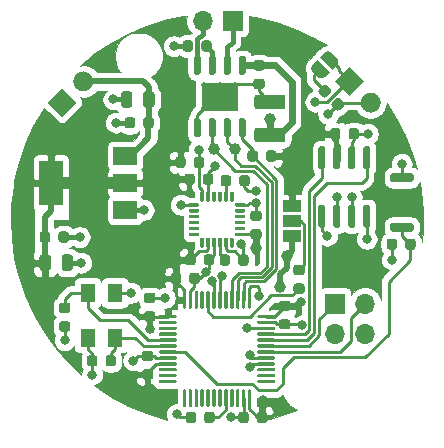
<source format=gbr>
%TF.GenerationSoftware,KiCad,Pcbnew,(5.1.6)-1*%
%TF.CreationDate,2020-09-12T21:12:53+02:00*%
%TF.ProjectId,shock absorber control + IMU v3,73686f63-6b20-4616-9273-6f7262657220,rev?*%
%TF.SameCoordinates,Original*%
%TF.FileFunction,Copper,L1,Top*%
%TF.FilePolarity,Positive*%
%FSLAX46Y46*%
G04 Gerber Fmt 4.6, Leading zero omitted, Abs format (unit mm)*
G04 Created by KiCad (PCBNEW (5.1.6)-1) date 2020-09-12 21:12:53*
%MOMM*%
%LPD*%
G01*
G04 APERTURE LIST*
%TA.AperFunction,ComponentPad*%
%ADD10O,1.700000X1.700000*%
%TD*%
%TA.AperFunction,ComponentPad*%
%ADD11R,1.700000X1.700000*%
%TD*%
%TA.AperFunction,SMDPad,CuDef*%
%ADD12C,1.000000*%
%TD*%
%TA.AperFunction,ComponentPad*%
%ADD13C,0.100000*%
%TD*%
%TA.AperFunction,SMDPad,CuDef*%
%ADD14R,1.300000X1.600000*%
%TD*%
%TA.AperFunction,SMDPad,CuDef*%
%ADD15C,0.100000*%
%TD*%
%TA.AperFunction,ViaPad*%
%ADD16C,0.500000*%
%TD*%
%TA.AperFunction,SMDPad,CuDef*%
%ADD17R,3.100000X2.410000*%
%TD*%
%TA.AperFunction,SMDPad,CuDef*%
%ADD18R,1.500000X1.000000*%
%TD*%
%TA.AperFunction,SMDPad,CuDef*%
%ADD19R,2.000000X3.800000*%
%TD*%
%TA.AperFunction,SMDPad,CuDef*%
%ADD20R,2.000000X1.500000*%
%TD*%
%TA.AperFunction,ViaPad*%
%ADD21C,1.000000*%
%TD*%
%TA.AperFunction,ViaPad*%
%ADD22C,0.800000*%
%TD*%
%TA.AperFunction,Conductor*%
%ADD23C,0.250000*%
%TD*%
%TA.AperFunction,Conductor*%
%ADD24C,0.400000*%
%TD*%
%TA.AperFunction,Conductor*%
%ADD25C,0.500000*%
%TD*%
%TA.AperFunction,Conductor*%
%ADD26C,1.000000*%
%TD*%
%TA.AperFunction,Conductor*%
%ADD27C,0.600000*%
%TD*%
%TA.AperFunction,Conductor*%
%ADD28C,0.030000*%
%TD*%
G04 APERTURE END LIST*
D10*
%TO.P,J3,4*%
%TO.N,/SWDIO*%
X157540000Y-104640000D03*
%TO.P,J3,3*%
%TO.N,/SWDCLK*%
X155000000Y-104640000D03*
%TO.P,J3,2*%
%TO.N,/UART_TX*%
X157540000Y-102100000D03*
D11*
%TO.P,J3,1*%
%TO.N,/UART_RX*%
X155000000Y-102100000D03*
%TD*%
%TO.P,R7,2*%
%TO.N,GND*%
%TA.AperFunction,SMDPad,CuDef*%
G36*
G01*
X143225000Y-111493750D02*
X143225000Y-112006250D01*
G75*
G02*
X143006250Y-112225000I-218750J0D01*
G01*
X142568750Y-112225000D01*
G75*
G02*
X142350000Y-112006250I0J218750D01*
G01*
X142350000Y-111493750D01*
G75*
G02*
X142568750Y-111275000I218750J0D01*
G01*
X143006250Y-111275000D01*
G75*
G02*
X143225000Y-111493750I0J-218750D01*
G01*
G37*
%TD.AperFunction*%
%TO.P,R7,1*%
%TO.N,Net-(R7-Pad1)*%
%TA.AperFunction,SMDPad,CuDef*%
G36*
G01*
X144800000Y-111493750D02*
X144800000Y-112006250D01*
G75*
G02*
X144581250Y-112225000I-218750J0D01*
G01*
X144143750Y-112225000D01*
G75*
G02*
X143925000Y-112006250I0J218750D01*
G01*
X143925000Y-111493750D01*
G75*
G02*
X144143750Y-111275000I218750J0D01*
G01*
X144581250Y-111275000D01*
G75*
G02*
X144800000Y-111493750I0J-218750D01*
G01*
G37*
%TD.AperFunction*%
%TD*%
D12*
%TO.P,IN1,1*%
%TO.N,/IN1*%
X146500000Y-89025000D03*
%TD*%
%TO.P,IN2,1*%
%TO.N,/IN2*%
X144725000Y-89000000D03*
%TD*%
%TO.P,R3,1*%
%TO.N,+3V3*%
%TA.AperFunction,SMDPad,CuDef*%
G36*
G01*
X150025000Y-89353750D02*
X150025000Y-89866250D01*
G75*
G02*
X149806250Y-90085000I-218750J0D01*
G01*
X149368750Y-90085000D01*
G75*
G02*
X149150000Y-89866250I0J218750D01*
G01*
X149150000Y-89353750D01*
G75*
G02*
X149368750Y-89135000I218750J0D01*
G01*
X149806250Y-89135000D01*
G75*
G02*
X150025000Y-89353750I0J-218750D01*
G01*
G37*
%TD.AperFunction*%
%TO.P,R3,2*%
%TO.N,/STATUS*%
%TA.AperFunction,SMDPad,CuDef*%
G36*
G01*
X148450000Y-89353750D02*
X148450000Y-89866250D01*
G75*
G02*
X148231250Y-90085000I-218750J0D01*
G01*
X147793750Y-90085000D01*
G75*
G02*
X147575000Y-89866250I0J218750D01*
G01*
X147575000Y-89353750D01*
G75*
G02*
X147793750Y-89135000I218750J0D01*
G01*
X148231250Y-89135000D01*
G75*
G02*
X148450000Y-89353750I0J-218750D01*
G01*
G37*
%TD.AperFunction*%
%TD*%
%TO.P,C11,2*%
%TO.N,GND*%
%TA.AperFunction,SMDPad,CuDef*%
G36*
G01*
X150545000Y-85665000D02*
X148395000Y-85665000D01*
G75*
G02*
X148145000Y-85415000I0J250000D01*
G01*
X148145000Y-84665000D01*
G75*
G02*
X148395000Y-84415000I250000J0D01*
G01*
X150545000Y-84415000D01*
G75*
G02*
X150795000Y-84665000I0J-250000D01*
G01*
X150795000Y-85415000D01*
G75*
G02*
X150545000Y-85665000I-250000J0D01*
G01*
G37*
%TD.AperFunction*%
%TO.P,C11,1*%
%TO.N,VCC*%
%TA.AperFunction,SMDPad,CuDef*%
G36*
G01*
X150545000Y-88465000D02*
X148395000Y-88465000D01*
G75*
G02*
X148145000Y-88215000I0J250000D01*
G01*
X148145000Y-87465000D01*
G75*
G02*
X148395000Y-87215000I250000J0D01*
G01*
X150545000Y-87215000D01*
G75*
G02*
X150795000Y-87465000I0J-250000D01*
G01*
X150795000Y-88215000D01*
G75*
G02*
X150545000Y-88465000I-250000J0D01*
G01*
G37*
%TD.AperFunction*%
%TD*%
%TO.P,J4,2*%
%TO.N,Net-(J4-Pad2)*%
%TA.AperFunction,ComponentPad*%
G36*
G01*
X157420010Y-85697092D02*
X157420010Y-85697092D01*
G75*
G02*
X157420010Y-84495010I601041J601041D01*
G01*
X157420010Y-84495010D01*
G75*
G02*
X158622092Y-84495010I601041J-601041D01*
G01*
X158622092Y-84495010D01*
G75*
G02*
X158622092Y-85697092I-601041J-601041D01*
G01*
X158622092Y-85697092D01*
G75*
G02*
X157420010Y-85697092I-601041J601041D01*
G01*
G37*
%TD.AperFunction*%
%TA.AperFunction,ComponentPad*%
D13*
%TO.P,J4,1*%
%TO.N,Net-(J4-Pad1)*%
G36*
X156225000Y-84502082D02*
G01*
X155022918Y-83300000D01*
X156225000Y-82097918D01*
X157427082Y-83300000D01*
X156225000Y-84502082D01*
G37*
%TD.AperFunction*%
%TD*%
%TO.P,J1,2*%
%TO.N,VCC*%
%TA.AperFunction,ComponentPad*%
G36*
G01*
X134276041Y-83901041D02*
X134276041Y-83901041D01*
G75*
G02*
X133073959Y-83901041I-601041J601041D01*
G01*
X133073959Y-83901041D01*
G75*
G02*
X133073959Y-82698959I601041J601041D01*
G01*
X133073959Y-82698959D01*
G75*
G02*
X134276041Y-82698959I601041J-601041D01*
G01*
X134276041Y-82698959D01*
G75*
G02*
X134276041Y-83901041I-601041J-601041D01*
G01*
G37*
%TD.AperFunction*%
%TA.AperFunction,ComponentPad*%
%TO.P,J1,1*%
%TO.N,GND*%
G36*
X133081031Y-85096051D02*
G01*
X131878949Y-86298133D01*
X130676867Y-85096051D01*
X131878949Y-83893969D01*
X133081031Y-85096051D01*
G37*
%TD.AperFunction*%
%TD*%
D10*
%TO.P,J2,2*%
%TO.N,Net-(J2-Pad2)*%
X143785000Y-78175000D03*
D11*
%TO.P,J2,1*%
%TO.N,Net-(J2-Pad1)*%
X146325000Y-78175000D03*
%TD*%
%TO.P,C17,2*%
%TO.N,GND*%
%TA.AperFunction,SMDPad,CuDef*%
G36*
G01*
X131843750Y-103600000D02*
X132356250Y-103600000D01*
G75*
G02*
X132575000Y-103818750I0J-218750D01*
G01*
X132575000Y-104256250D01*
G75*
G02*
X132356250Y-104475000I-218750J0D01*
G01*
X131843750Y-104475000D01*
G75*
G02*
X131625000Y-104256250I0J218750D01*
G01*
X131625000Y-103818750D01*
G75*
G02*
X131843750Y-103600000I218750J0D01*
G01*
G37*
%TD.AperFunction*%
%TO.P,C17,1*%
%TO.N,/OSC_IN*%
%TA.AperFunction,SMDPad,CuDef*%
G36*
G01*
X131843750Y-102025000D02*
X132356250Y-102025000D01*
G75*
G02*
X132575000Y-102243750I0J-218750D01*
G01*
X132575000Y-102681250D01*
G75*
G02*
X132356250Y-102900000I-218750J0D01*
G01*
X131843750Y-102900000D01*
G75*
G02*
X131625000Y-102681250I0J218750D01*
G01*
X131625000Y-102243750D01*
G75*
G02*
X131843750Y-102025000I218750J0D01*
G01*
G37*
%TD.AperFunction*%
%TD*%
D14*
%TO.P,Y1,4*%
%TO.N,GND*%
X136350000Y-101200000D03*
%TO.P,Y1,3*%
%TO.N,/OSC_OUT*%
X136350000Y-105000000D03*
%TO.P,Y1,2*%
%TO.N,GND*%
X134050000Y-105000000D03*
%TO.P,Y1,1*%
%TO.N,/OSC_IN*%
X134050000Y-101200000D03*
%TD*%
%TO.P,SW1,1*%
%TO.N,GND*%
%TA.AperFunction,SMDPad,CuDef*%
G36*
G01*
X159850000Y-91050000D02*
X161450000Y-91050000D01*
G75*
G02*
X161650000Y-91250000I0J-200000D01*
G01*
X161650000Y-91650000D01*
G75*
G02*
X161450000Y-91850000I-200000J0D01*
G01*
X159850000Y-91850000D01*
G75*
G02*
X159650000Y-91650000I0J200000D01*
G01*
X159650000Y-91250000D01*
G75*
G02*
X159850000Y-91050000I200000J0D01*
G01*
G37*
%TD.AperFunction*%
%TO.P,SW1,2*%
%TO.N,/DTR*%
%TA.AperFunction,SMDPad,CuDef*%
G36*
G01*
X159850000Y-95250000D02*
X161450000Y-95250000D01*
G75*
G02*
X161650000Y-95450000I0J-200000D01*
G01*
X161650000Y-95850000D01*
G75*
G02*
X161450000Y-96050000I-200000J0D01*
G01*
X159850000Y-96050000D01*
G75*
G02*
X159650000Y-95850000I0J200000D01*
G01*
X159650000Y-95450000D01*
G75*
G02*
X159850000Y-95250000I200000J0D01*
G01*
G37*
%TD.AperFunction*%
%TD*%
%TO.P,R6,2*%
%TO.N,Net-(JP2-Pad2)*%
%TA.AperFunction,SMDPad,CuDef*%
G36*
G01*
X154626861Y-84239469D02*
X154264469Y-84601862D01*
G75*
G02*
X153955109Y-84601862I-154680J154680D01*
G01*
X153645750Y-84292503D01*
G75*
G02*
X153645750Y-83983143I154680J154680D01*
G01*
X154008143Y-83620750D01*
G75*
G02*
X154317503Y-83620750I154680J-154680D01*
G01*
X154626862Y-83930109D01*
G75*
G02*
X154626862Y-84239469I-154680J-154680D01*
G01*
G37*
%TD.AperFunction*%
%TO.P,R6,1*%
%TO.N,Net-(J4-Pad2)*%
%TA.AperFunction,SMDPad,CuDef*%
G36*
G01*
X155740555Y-85353163D02*
X155378163Y-85715556D01*
G75*
G02*
X155068803Y-85715556I-154680J154680D01*
G01*
X154759444Y-85406197D01*
G75*
G02*
X154759444Y-85096837I154680J154680D01*
G01*
X155121837Y-84734444D01*
G75*
G02*
X155431197Y-84734444I154680J-154680D01*
G01*
X155740556Y-85043803D01*
G75*
G02*
X155740556Y-85353163I-154680J-154680D01*
G01*
G37*
%TD.AperFunction*%
%TD*%
%TA.AperFunction,SMDPad,CuDef*%
D15*
%TO.P,JP2,2*%
%TO.N,Net-(JP2-Pad2)*%
G36*
X154190285Y-82879523D02*
G01*
X154172937Y-82896872D01*
X154135007Y-82927999D01*
X154094209Y-82955260D01*
X154050935Y-82978390D01*
X154005603Y-82997168D01*
X153958648Y-83011411D01*
X153910523Y-83020984D01*
X153861692Y-83025793D01*
X153812623Y-83025793D01*
X153763793Y-83020984D01*
X153715668Y-83011411D01*
X153668713Y-82997168D01*
X153623380Y-82978390D01*
X153580106Y-82955260D01*
X153539308Y-82927999D01*
X153501378Y-82896872D01*
X153484030Y-82879523D01*
X153483604Y-82879949D01*
X153130051Y-82526396D01*
X153130477Y-82525970D01*
X153113128Y-82508622D01*
X153082001Y-82470692D01*
X153054740Y-82429894D01*
X153031610Y-82386620D01*
X153012832Y-82341287D01*
X152998589Y-82294332D01*
X152989016Y-82246207D01*
X152984207Y-82197377D01*
X152984207Y-82148308D01*
X152989016Y-82099477D01*
X152998589Y-82051352D01*
X153012832Y-82004397D01*
X153031610Y-81959065D01*
X153054740Y-81915791D01*
X153082001Y-81874993D01*
X153113128Y-81837063D01*
X153130477Y-81819715D01*
X153130051Y-81819289D01*
X153483604Y-81465736D01*
X154544264Y-82526396D01*
X154190711Y-82879949D01*
X154190285Y-82879523D01*
G37*
%TD.AperFunction*%
%TA.AperFunction,SMDPad,CuDef*%
%TO.P,JP2,1*%
%TO.N,Net-(J4-Pad1)*%
G36*
X153695736Y-81253604D02*
G01*
X154049289Y-80900051D01*
X154049715Y-80900477D01*
X154067063Y-80883128D01*
X154104993Y-80852001D01*
X154145791Y-80824740D01*
X154189065Y-80801610D01*
X154234397Y-80782832D01*
X154281352Y-80768589D01*
X154329477Y-80759016D01*
X154378308Y-80754207D01*
X154427377Y-80754207D01*
X154476207Y-80759016D01*
X154524332Y-80768589D01*
X154571287Y-80782832D01*
X154616620Y-80801610D01*
X154659894Y-80824740D01*
X154700692Y-80852001D01*
X154738622Y-80883128D01*
X154755970Y-80900477D01*
X154756396Y-80900051D01*
X155109949Y-81253604D01*
X155109523Y-81254030D01*
X155126872Y-81271378D01*
X155157999Y-81309308D01*
X155185260Y-81350106D01*
X155208390Y-81393380D01*
X155227168Y-81438713D01*
X155241411Y-81485668D01*
X155250984Y-81533793D01*
X155255793Y-81582623D01*
X155255793Y-81631692D01*
X155250984Y-81680523D01*
X155241411Y-81728648D01*
X155227168Y-81775603D01*
X155208390Y-81820935D01*
X155185260Y-81864209D01*
X155157999Y-81905007D01*
X155126872Y-81942937D01*
X155109523Y-81960285D01*
X155109949Y-81960711D01*
X154756396Y-82314264D01*
X153695736Y-81253604D01*
G37*
%TD.AperFunction*%
%TD*%
%TO.P,U5,8*%
%TO.N,/MODE*%
%TA.AperFunction,SMDPad,CuDef*%
G36*
G01*
X157530000Y-93741000D02*
X157830000Y-93741000D01*
G75*
G02*
X157980000Y-93891000I0J-150000D01*
G01*
X157980000Y-95541000D01*
G75*
G02*
X157830000Y-95691000I-150000J0D01*
G01*
X157530000Y-95691000D01*
G75*
G02*
X157380000Y-95541000I0J150000D01*
G01*
X157380000Y-93891000D01*
G75*
G02*
X157530000Y-93741000I150000J0D01*
G01*
G37*
%TD.AperFunction*%
%TO.P,U5,7*%
%TO.N,Net-(J4-Pad2)*%
%TA.AperFunction,SMDPad,CuDef*%
G36*
G01*
X156260000Y-93741000D02*
X156560000Y-93741000D01*
G75*
G02*
X156710000Y-93891000I0J-150000D01*
G01*
X156710000Y-95541000D01*
G75*
G02*
X156560000Y-95691000I-150000J0D01*
G01*
X156260000Y-95691000D01*
G75*
G02*
X156110000Y-95541000I0J150000D01*
G01*
X156110000Y-93891000D01*
G75*
G02*
X156260000Y-93741000I150000J0D01*
G01*
G37*
%TD.AperFunction*%
%TO.P,U5,6*%
%TO.N,Net-(J4-Pad1)*%
%TA.AperFunction,SMDPad,CuDef*%
G36*
G01*
X154990000Y-93741000D02*
X155290000Y-93741000D01*
G75*
G02*
X155440000Y-93891000I0J-150000D01*
G01*
X155440000Y-95541000D01*
G75*
G02*
X155290000Y-95691000I-150000J0D01*
G01*
X154990000Y-95691000D01*
G75*
G02*
X154840000Y-95541000I0J150000D01*
G01*
X154840000Y-93891000D01*
G75*
G02*
X154990000Y-93741000I150000J0D01*
G01*
G37*
%TD.AperFunction*%
%TO.P,U5,5*%
%TO.N,/SHDN*%
%TA.AperFunction,SMDPad,CuDef*%
G36*
G01*
X153720000Y-93741000D02*
X154020000Y-93741000D01*
G75*
G02*
X154170000Y-93891000I0J-150000D01*
G01*
X154170000Y-95541000D01*
G75*
G02*
X154020000Y-95691000I-150000J0D01*
G01*
X153720000Y-95691000D01*
G75*
G02*
X153570000Y-95541000I0J150000D01*
G01*
X153570000Y-93891000D01*
G75*
G02*
X153720000Y-93741000I150000J0D01*
G01*
G37*
%TD.AperFunction*%
%TO.P,U5,4*%
%TO.N,/CAN_TX*%
%TA.AperFunction,SMDPad,CuDef*%
G36*
G01*
X153720000Y-88791000D02*
X154020000Y-88791000D01*
G75*
G02*
X154170000Y-88941000I0J-150000D01*
G01*
X154170000Y-90591000D01*
G75*
G02*
X154020000Y-90741000I-150000J0D01*
G01*
X153720000Y-90741000D01*
G75*
G02*
X153570000Y-90591000I0J150000D01*
G01*
X153570000Y-88941000D01*
G75*
G02*
X153720000Y-88791000I150000J0D01*
G01*
G37*
%TD.AperFunction*%
%TO.P,U5,3*%
%TO.N,+3V3*%
%TA.AperFunction,SMDPad,CuDef*%
G36*
G01*
X154990000Y-88791000D02*
X155290000Y-88791000D01*
G75*
G02*
X155440000Y-88941000I0J-150000D01*
G01*
X155440000Y-90591000D01*
G75*
G02*
X155290000Y-90741000I-150000J0D01*
G01*
X154990000Y-90741000D01*
G75*
G02*
X154840000Y-90591000I0J150000D01*
G01*
X154840000Y-88941000D01*
G75*
G02*
X154990000Y-88791000I150000J0D01*
G01*
G37*
%TD.AperFunction*%
%TO.P,U5,2*%
%TO.N,GND*%
%TA.AperFunction,SMDPad,CuDef*%
G36*
G01*
X156260000Y-88791000D02*
X156560000Y-88791000D01*
G75*
G02*
X156710000Y-88941000I0J-150000D01*
G01*
X156710000Y-90591000D01*
G75*
G02*
X156560000Y-90741000I-150000J0D01*
G01*
X156260000Y-90741000D01*
G75*
G02*
X156110000Y-90591000I0J150000D01*
G01*
X156110000Y-88941000D01*
G75*
G02*
X156260000Y-88791000I150000J0D01*
G01*
G37*
%TD.AperFunction*%
%TO.P,U5,1*%
%TO.N,/CAN_RX*%
%TA.AperFunction,SMDPad,CuDef*%
G36*
G01*
X157530000Y-88791000D02*
X157830000Y-88791000D01*
G75*
G02*
X157980000Y-88941000I0J-150000D01*
G01*
X157980000Y-90591000D01*
G75*
G02*
X157830000Y-90741000I-150000J0D01*
G01*
X157530000Y-90741000D01*
G75*
G02*
X157380000Y-90591000I0J150000D01*
G01*
X157380000Y-88941000D01*
G75*
G02*
X157530000Y-88791000I150000J0D01*
G01*
G37*
%TD.AperFunction*%
%TD*%
D16*
%TO.N,GND*%
%TO.C,U4*%
X146525000Y-83620000D03*
X146525000Y-85530000D03*
X145225000Y-83620000D03*
X145225000Y-85530000D03*
X143925000Y-83620000D03*
X143925000Y-85530000D03*
D17*
%TD*%
%TO.P,U4,9*%
%TO.N,GND*%
X145225000Y-84575000D03*
%TO.P,U4,8*%
%TO.N,Net-(J2-Pad2)*%
%TA.AperFunction,SMDPad,CuDef*%
G36*
G01*
X143470000Y-82725000D02*
X143170000Y-82725000D01*
G75*
G02*
X143020000Y-82575000I0J150000D01*
G01*
X143020000Y-81275000D01*
G75*
G02*
X143170000Y-81125000I150000J0D01*
G01*
X143470000Y-81125000D01*
G75*
G02*
X143620000Y-81275000I0J-150000D01*
G01*
X143620000Y-82575000D01*
G75*
G02*
X143470000Y-82725000I-150000J0D01*
G01*
G37*
%TD.AperFunction*%
%TO.P,U4,7*%
%TO.N,Net-(R4-Pad1)*%
%TA.AperFunction,SMDPad,CuDef*%
G36*
G01*
X144740000Y-82725000D02*
X144440000Y-82725000D01*
G75*
G02*
X144290000Y-82575000I0J150000D01*
G01*
X144290000Y-81275000D01*
G75*
G02*
X144440000Y-81125000I150000J0D01*
G01*
X144740000Y-81125000D01*
G75*
G02*
X144890000Y-81275000I0J-150000D01*
G01*
X144890000Y-82575000D01*
G75*
G02*
X144740000Y-82725000I-150000J0D01*
G01*
G37*
%TD.AperFunction*%
%TO.P,U4,6*%
%TO.N,Net-(J2-Pad1)*%
%TA.AperFunction,SMDPad,CuDef*%
G36*
G01*
X146010000Y-82725000D02*
X145710000Y-82725000D01*
G75*
G02*
X145560000Y-82575000I0J150000D01*
G01*
X145560000Y-81275000D01*
G75*
G02*
X145710000Y-81125000I150000J0D01*
G01*
X146010000Y-81125000D01*
G75*
G02*
X146160000Y-81275000I0J-150000D01*
G01*
X146160000Y-82575000D01*
G75*
G02*
X146010000Y-82725000I-150000J0D01*
G01*
G37*
%TD.AperFunction*%
%TO.P,U4,5*%
%TO.N,VCC*%
%TA.AperFunction,SMDPad,CuDef*%
G36*
G01*
X147280000Y-82725000D02*
X146980000Y-82725000D01*
G75*
G02*
X146830000Y-82575000I0J150000D01*
G01*
X146830000Y-81275000D01*
G75*
G02*
X146980000Y-81125000I150000J0D01*
G01*
X147280000Y-81125000D01*
G75*
G02*
X147430000Y-81275000I0J-150000D01*
G01*
X147430000Y-82575000D01*
G75*
G02*
X147280000Y-82725000I-150000J0D01*
G01*
G37*
%TD.AperFunction*%
%TO.P,U4,4*%
%TO.N,/STATUS*%
%TA.AperFunction,SMDPad,CuDef*%
G36*
G01*
X147280000Y-88025000D02*
X146980000Y-88025000D01*
G75*
G02*
X146830000Y-87875000I0J150000D01*
G01*
X146830000Y-86575000D01*
G75*
G02*
X146980000Y-86425000I150000J0D01*
G01*
X147280000Y-86425000D01*
G75*
G02*
X147430000Y-86575000I0J-150000D01*
G01*
X147430000Y-87875000D01*
G75*
G02*
X147280000Y-88025000I-150000J0D01*
G01*
G37*
%TD.AperFunction*%
%TO.P,U4,3*%
%TO.N,/IN1*%
%TA.AperFunction,SMDPad,CuDef*%
G36*
G01*
X146010000Y-88025000D02*
X145710000Y-88025000D01*
G75*
G02*
X145560000Y-87875000I0J150000D01*
G01*
X145560000Y-86575000D01*
G75*
G02*
X145710000Y-86425000I150000J0D01*
G01*
X146010000Y-86425000D01*
G75*
G02*
X146160000Y-86575000I0J-150000D01*
G01*
X146160000Y-87875000D01*
G75*
G02*
X146010000Y-88025000I-150000J0D01*
G01*
G37*
%TD.AperFunction*%
%TO.P,U4,2*%
%TO.N,/IN2*%
%TA.AperFunction,SMDPad,CuDef*%
G36*
G01*
X144740000Y-88025000D02*
X144440000Y-88025000D01*
G75*
G02*
X144290000Y-87875000I0J150000D01*
G01*
X144290000Y-86575000D01*
G75*
G02*
X144440000Y-86425000I150000J0D01*
G01*
X144740000Y-86425000D01*
G75*
G02*
X144890000Y-86575000I0J-150000D01*
G01*
X144890000Y-87875000D01*
G75*
G02*
X144740000Y-88025000I-150000J0D01*
G01*
G37*
%TD.AperFunction*%
%TO.P,U4,1*%
%TO.N,GND*%
%TA.AperFunction,SMDPad,CuDef*%
G36*
G01*
X143470000Y-88025000D02*
X143170000Y-88025000D01*
G75*
G02*
X143020000Y-87875000I0J150000D01*
G01*
X143020000Y-86575000D01*
G75*
G02*
X143170000Y-86425000I150000J0D01*
G01*
X143470000Y-86425000D01*
G75*
G02*
X143620000Y-86575000I0J-150000D01*
G01*
X143620000Y-87875000D01*
G75*
G02*
X143470000Y-88025000I-150000J0D01*
G01*
G37*
%TD.AperFunction*%
%TD*%
%TO.P,C13,2*%
%TO.N,GND*%
%TA.AperFunction,SMDPad,CuDef*%
G36*
G01*
X143887500Y-98656250D02*
X143887500Y-98143750D01*
G75*
G02*
X144106250Y-97925000I218750J0D01*
G01*
X144543750Y-97925000D01*
G75*
G02*
X144762500Y-98143750I0J-218750D01*
G01*
X144762500Y-98656250D01*
G75*
G02*
X144543750Y-98875000I-218750J0D01*
G01*
X144106250Y-98875000D01*
G75*
G02*
X143887500Y-98656250I0J218750D01*
G01*
G37*
%TD.AperFunction*%
%TO.P,C13,1*%
%TO.N,+3V3*%
%TA.AperFunction,SMDPad,CuDef*%
G36*
G01*
X142312500Y-98656250D02*
X142312500Y-98143750D01*
G75*
G02*
X142531250Y-97925000I218750J0D01*
G01*
X142968750Y-97925000D01*
G75*
G02*
X143187500Y-98143750I0J-218750D01*
G01*
X143187500Y-98656250D01*
G75*
G02*
X142968750Y-98875000I-218750J0D01*
G01*
X142531250Y-98875000D01*
G75*
G02*
X142312500Y-98656250I0J218750D01*
G01*
G37*
%TD.AperFunction*%
%TD*%
%TO.P,C1,2*%
%TO.N,GND*%
%TA.AperFunction,SMDPad,CuDef*%
G36*
G01*
X150468750Y-103425000D02*
X150981250Y-103425000D01*
G75*
G02*
X151200000Y-103643750I0J-218750D01*
G01*
X151200000Y-104081250D01*
G75*
G02*
X150981250Y-104300000I-218750J0D01*
G01*
X150468750Y-104300000D01*
G75*
G02*
X150250000Y-104081250I0J218750D01*
G01*
X150250000Y-103643750D01*
G75*
G02*
X150468750Y-103425000I218750J0D01*
G01*
G37*
%TD.AperFunction*%
%TO.P,C1,1*%
%TO.N,+3V3*%
%TA.AperFunction,SMDPad,CuDef*%
G36*
G01*
X150468750Y-101850000D02*
X150981250Y-101850000D01*
G75*
G02*
X151200000Y-102068750I0J-218750D01*
G01*
X151200000Y-102506250D01*
G75*
G02*
X150981250Y-102725000I-218750J0D01*
G01*
X150468750Y-102725000D01*
G75*
G02*
X150250000Y-102506250I0J218750D01*
G01*
X150250000Y-102068750D01*
G75*
G02*
X150468750Y-101850000I218750J0D01*
G01*
G37*
%TD.AperFunction*%
%TD*%
%TO.P,C2,1*%
%TO.N,+3V3*%
%TA.AperFunction,SMDPad,CuDef*%
G36*
G01*
X141075000Y-100231250D02*
X141075000Y-99718750D01*
G75*
G02*
X141293750Y-99500000I218750J0D01*
G01*
X141731250Y-99500000D01*
G75*
G02*
X141950000Y-99718750I0J-218750D01*
G01*
X141950000Y-100231250D01*
G75*
G02*
X141731250Y-100450000I-218750J0D01*
G01*
X141293750Y-100450000D01*
G75*
G02*
X141075000Y-100231250I0J218750D01*
G01*
G37*
%TD.AperFunction*%
%TO.P,C2,2*%
%TO.N,GND*%
%TA.AperFunction,SMDPad,CuDef*%
G36*
G01*
X142650000Y-100231250D02*
X142650000Y-99718750D01*
G75*
G02*
X142868750Y-99500000I218750J0D01*
G01*
X143306250Y-99500000D01*
G75*
G02*
X143525000Y-99718750I0J-218750D01*
G01*
X143525000Y-100231250D01*
G75*
G02*
X143306250Y-100450000I-218750J0D01*
G01*
X142868750Y-100450000D01*
G75*
G02*
X142650000Y-100231250I0J218750D01*
G01*
G37*
%TD.AperFunction*%
%TD*%
%TO.P,C3,2*%
%TO.N,GND*%
%TA.AperFunction,SMDPad,CuDef*%
G36*
G01*
X139556250Y-102062500D02*
X139043750Y-102062500D01*
G75*
G02*
X138825000Y-101843750I0J218750D01*
G01*
X138825000Y-101406250D01*
G75*
G02*
X139043750Y-101187500I218750J0D01*
G01*
X139556250Y-101187500D01*
G75*
G02*
X139775000Y-101406250I0J-218750D01*
G01*
X139775000Y-101843750D01*
G75*
G02*
X139556250Y-102062500I-218750J0D01*
G01*
G37*
%TD.AperFunction*%
%TO.P,C3,1*%
%TO.N,+3V3*%
%TA.AperFunction,SMDPad,CuDef*%
G36*
G01*
X139556250Y-103637500D02*
X139043750Y-103637500D01*
G75*
G02*
X138825000Y-103418750I0J218750D01*
G01*
X138825000Y-102981250D01*
G75*
G02*
X139043750Y-102762500I218750J0D01*
G01*
X139556250Y-102762500D01*
G75*
G02*
X139775000Y-102981250I0J-218750D01*
G01*
X139775000Y-103418750D01*
G75*
G02*
X139556250Y-103637500I-218750J0D01*
G01*
G37*
%TD.AperFunction*%
%TD*%
%TO.P,C4,1*%
%TO.N,+3V3*%
%TA.AperFunction,SMDPad,CuDef*%
G36*
G01*
X139381250Y-108550000D02*
X138868750Y-108550000D01*
G75*
G02*
X138650000Y-108331250I0J218750D01*
G01*
X138650000Y-107893750D01*
G75*
G02*
X138868750Y-107675000I218750J0D01*
G01*
X139381250Y-107675000D01*
G75*
G02*
X139600000Y-107893750I0J-218750D01*
G01*
X139600000Y-108331250D01*
G75*
G02*
X139381250Y-108550000I-218750J0D01*
G01*
G37*
%TD.AperFunction*%
%TO.P,C4,2*%
%TO.N,GND*%
%TA.AperFunction,SMDPad,CuDef*%
G36*
G01*
X139381250Y-106975000D02*
X138868750Y-106975000D01*
G75*
G02*
X138650000Y-106756250I0J218750D01*
G01*
X138650000Y-106318750D01*
G75*
G02*
X138868750Y-106100000I218750J0D01*
G01*
X139381250Y-106100000D01*
G75*
G02*
X139600000Y-106318750I0J-218750D01*
G01*
X139600000Y-106756250D01*
G75*
G02*
X139381250Y-106975000I-218750J0D01*
G01*
G37*
%TD.AperFunction*%
%TD*%
%TO.P,C5,2*%
%TO.N,GND*%
%TA.AperFunction,SMDPad,CuDef*%
G36*
G01*
X147687500Y-111493750D02*
X147687500Y-112006250D01*
G75*
G02*
X147468750Y-112225000I-218750J0D01*
G01*
X147031250Y-112225000D01*
G75*
G02*
X146812500Y-112006250I0J218750D01*
G01*
X146812500Y-111493750D01*
G75*
G02*
X147031250Y-111275000I218750J0D01*
G01*
X147468750Y-111275000D01*
G75*
G02*
X147687500Y-111493750I0J-218750D01*
G01*
G37*
%TD.AperFunction*%
%TO.P,C5,1*%
%TO.N,+3V3*%
%TA.AperFunction,SMDPad,CuDef*%
G36*
G01*
X149262500Y-111493750D02*
X149262500Y-112006250D01*
G75*
G02*
X149043750Y-112225000I-218750J0D01*
G01*
X148606250Y-112225000D01*
G75*
G02*
X148387500Y-112006250I0J218750D01*
G01*
X148387500Y-111493750D01*
G75*
G02*
X148606250Y-111275000I218750J0D01*
G01*
X149043750Y-111275000D01*
G75*
G02*
X149262500Y-111493750I0J-218750D01*
G01*
G37*
%TD.AperFunction*%
%TD*%
%TO.P,C6,1*%
%TO.N,VCC*%
%TA.AperFunction,SMDPad,CuDef*%
G36*
G01*
X139637500Y-86543750D02*
X139637500Y-87056250D01*
G75*
G02*
X139418750Y-87275000I-218750J0D01*
G01*
X138981250Y-87275000D01*
G75*
G02*
X138762500Y-87056250I0J218750D01*
G01*
X138762500Y-86543750D01*
G75*
G02*
X138981250Y-86325000I218750J0D01*
G01*
X139418750Y-86325000D01*
G75*
G02*
X139637500Y-86543750I0J-218750D01*
G01*
G37*
%TD.AperFunction*%
%TO.P,C6,2*%
%TO.N,GND*%
%TA.AperFunction,SMDPad,CuDef*%
G36*
G01*
X138062500Y-86543750D02*
X138062500Y-87056250D01*
G75*
G02*
X137843750Y-87275000I-218750J0D01*
G01*
X137406250Y-87275000D01*
G75*
G02*
X137187500Y-87056250I0J218750D01*
G01*
X137187500Y-86543750D01*
G75*
G02*
X137406250Y-86325000I218750J0D01*
G01*
X137843750Y-86325000D01*
G75*
G02*
X138062500Y-86543750I0J-218750D01*
G01*
G37*
%TD.AperFunction*%
%TD*%
%TO.P,C7,1*%
%TO.N,VCC*%
%TA.AperFunction,SMDPad,CuDef*%
G36*
G01*
X139712500Y-84368750D02*
X139712500Y-85281250D01*
G75*
G02*
X139468750Y-85525000I-243750J0D01*
G01*
X138981250Y-85525000D01*
G75*
G02*
X138737500Y-85281250I0J243750D01*
G01*
X138737500Y-84368750D01*
G75*
G02*
X138981250Y-84125000I243750J0D01*
G01*
X139468750Y-84125000D01*
G75*
G02*
X139712500Y-84368750I0J-243750D01*
G01*
G37*
%TD.AperFunction*%
%TO.P,C7,2*%
%TO.N,GND*%
%TA.AperFunction,SMDPad,CuDef*%
G36*
G01*
X137837500Y-84368750D02*
X137837500Y-85281250D01*
G75*
G02*
X137593750Y-85525000I-243750J0D01*
G01*
X137106250Y-85525000D01*
G75*
G02*
X136862500Y-85281250I0J243750D01*
G01*
X136862500Y-84368750D01*
G75*
G02*
X137106250Y-84125000I243750J0D01*
G01*
X137593750Y-84125000D01*
G75*
G02*
X137837500Y-84368750I0J-243750D01*
G01*
G37*
%TD.AperFunction*%
%TD*%
%TO.P,C8,2*%
%TO.N,GND*%
%TA.AperFunction,SMDPad,CuDef*%
G36*
G01*
X131837500Y-99106250D02*
X131837500Y-98193750D01*
G75*
G02*
X132081250Y-97950000I243750J0D01*
G01*
X132568750Y-97950000D01*
G75*
G02*
X132812500Y-98193750I0J-243750D01*
G01*
X132812500Y-99106250D01*
G75*
G02*
X132568750Y-99350000I-243750J0D01*
G01*
X132081250Y-99350000D01*
G75*
G02*
X131837500Y-99106250I0J243750D01*
G01*
G37*
%TD.AperFunction*%
%TO.P,C8,1*%
%TO.N,+3V3*%
%TA.AperFunction,SMDPad,CuDef*%
G36*
G01*
X129962500Y-99106250D02*
X129962500Y-98193750D01*
G75*
G02*
X130206250Y-97950000I243750J0D01*
G01*
X130693750Y-97950000D01*
G75*
G02*
X130937500Y-98193750I0J-243750D01*
G01*
X130937500Y-99106250D01*
G75*
G02*
X130693750Y-99350000I-243750J0D01*
G01*
X130206250Y-99350000D01*
G75*
G02*
X129962500Y-99106250I0J243750D01*
G01*
G37*
%TD.AperFunction*%
%TD*%
%TO.P,C9,2*%
%TO.N,GND*%
%TA.AperFunction,SMDPad,CuDef*%
G36*
G01*
X131575000Y-96731250D02*
X131575000Y-96218750D01*
G75*
G02*
X131793750Y-96000000I218750J0D01*
G01*
X132231250Y-96000000D01*
G75*
G02*
X132450000Y-96218750I0J-218750D01*
G01*
X132450000Y-96731250D01*
G75*
G02*
X132231250Y-96950000I-218750J0D01*
G01*
X131793750Y-96950000D01*
G75*
G02*
X131575000Y-96731250I0J218750D01*
G01*
G37*
%TD.AperFunction*%
%TO.P,C9,1*%
%TO.N,+3V3*%
%TA.AperFunction,SMDPad,CuDef*%
G36*
G01*
X130000000Y-96731250D02*
X130000000Y-96218750D01*
G75*
G02*
X130218750Y-96000000I218750J0D01*
G01*
X130656250Y-96000000D01*
G75*
G02*
X130875000Y-96218750I0J-218750D01*
G01*
X130875000Y-96731250D01*
G75*
G02*
X130656250Y-96950000I-218750J0D01*
G01*
X130218750Y-96950000D01*
G75*
G02*
X130000000Y-96731250I0J218750D01*
G01*
G37*
%TD.AperFunction*%
%TD*%
%TO.P,C10,1*%
%TO.N,/DTR*%
%TA.AperFunction,SMDPad,CuDef*%
G36*
G01*
X161812500Y-96818750D02*
X161812500Y-97331250D01*
G75*
G02*
X161593750Y-97550000I-218750J0D01*
G01*
X161156250Y-97550000D01*
G75*
G02*
X160937500Y-97331250I0J218750D01*
G01*
X160937500Y-96818750D01*
G75*
G02*
X161156250Y-96600000I218750J0D01*
G01*
X161593750Y-96600000D01*
G75*
G02*
X161812500Y-96818750I0J-218750D01*
G01*
G37*
%TD.AperFunction*%
%TO.P,C10,2*%
%TO.N,GND*%
%TA.AperFunction,SMDPad,CuDef*%
G36*
G01*
X160237500Y-96818750D02*
X160237500Y-97331250D01*
G75*
G02*
X160018750Y-97550000I-218750J0D01*
G01*
X159581250Y-97550000D01*
G75*
G02*
X159362500Y-97331250I0J218750D01*
G01*
X159362500Y-96818750D01*
G75*
G02*
X159581250Y-96600000I218750J0D01*
G01*
X160018750Y-96600000D01*
G75*
G02*
X160237500Y-96818750I0J-218750D01*
G01*
G37*
%TD.AperFunction*%
%TD*%
%TO.P,C12,1*%
%TO.N,VCC*%
%TA.AperFunction,SMDPad,CuDef*%
G36*
G01*
X148293750Y-81500000D02*
X148806250Y-81500000D01*
G75*
G02*
X149025000Y-81718750I0J-218750D01*
G01*
X149025000Y-82156250D01*
G75*
G02*
X148806250Y-82375000I-218750J0D01*
G01*
X148293750Y-82375000D01*
G75*
G02*
X148075000Y-82156250I0J218750D01*
G01*
X148075000Y-81718750D01*
G75*
G02*
X148293750Y-81500000I218750J0D01*
G01*
G37*
%TD.AperFunction*%
%TO.P,C12,2*%
%TO.N,GND*%
%TA.AperFunction,SMDPad,CuDef*%
G36*
G01*
X148293750Y-83075000D02*
X148806250Y-83075000D01*
G75*
G02*
X149025000Y-83293750I0J-218750D01*
G01*
X149025000Y-83731250D01*
G75*
G02*
X148806250Y-83950000I-218750J0D01*
G01*
X148293750Y-83950000D01*
G75*
G02*
X148075000Y-83731250I0J218750D01*
G01*
X148075000Y-83293750D01*
G75*
G02*
X148293750Y-83075000I218750J0D01*
G01*
G37*
%TD.AperFunction*%
%TD*%
%TO.P,C14,2*%
%TO.N,GND*%
%TA.AperFunction,SMDPad,CuDef*%
G36*
G01*
X148556250Y-95112500D02*
X148043750Y-95112500D01*
G75*
G02*
X147825000Y-94893750I0J218750D01*
G01*
X147825000Y-94456250D01*
G75*
G02*
X148043750Y-94237500I218750J0D01*
G01*
X148556250Y-94237500D01*
G75*
G02*
X148775000Y-94456250I0J-218750D01*
G01*
X148775000Y-94893750D01*
G75*
G02*
X148556250Y-95112500I-218750J0D01*
G01*
G37*
%TD.AperFunction*%
%TO.P,C14,1*%
%TO.N,+3V3*%
%TA.AperFunction,SMDPad,CuDef*%
G36*
G01*
X148556250Y-96687500D02*
X148043750Y-96687500D01*
G75*
G02*
X147825000Y-96468750I0J218750D01*
G01*
X147825000Y-96031250D01*
G75*
G02*
X148043750Y-95812500I218750J0D01*
G01*
X148556250Y-95812500D01*
G75*
G02*
X148775000Y-96031250I0J-218750D01*
G01*
X148775000Y-96468750D01*
G75*
G02*
X148556250Y-96687500I-218750J0D01*
G01*
G37*
%TD.AperFunction*%
%TD*%
%TO.P,C15,1*%
%TO.N,Net-(C15-Pad1)*%
%TA.AperFunction,SMDPad,CuDef*%
G36*
G01*
X145225000Y-98681250D02*
X145225000Y-98168750D01*
G75*
G02*
X145443750Y-97950000I218750J0D01*
G01*
X145881250Y-97950000D01*
G75*
G02*
X146100000Y-98168750I0J-218750D01*
G01*
X146100000Y-98681250D01*
G75*
G02*
X145881250Y-98900000I-218750J0D01*
G01*
X145443750Y-98900000D01*
G75*
G02*
X145225000Y-98681250I0J218750D01*
G01*
G37*
%TD.AperFunction*%
%TO.P,C15,2*%
%TO.N,GND*%
%TA.AperFunction,SMDPad,CuDef*%
G36*
G01*
X146800000Y-98681250D02*
X146800000Y-98168750D01*
G75*
G02*
X147018750Y-97950000I218750J0D01*
G01*
X147456250Y-97950000D01*
G75*
G02*
X147675000Y-98168750I0J-218750D01*
G01*
X147675000Y-98681250D01*
G75*
G02*
X147456250Y-98900000I-218750J0D01*
G01*
X147018750Y-98900000D01*
G75*
G02*
X146800000Y-98681250I0J218750D01*
G01*
G37*
%TD.AperFunction*%
%TD*%
%TO.P,C16,2*%
%TO.N,GND*%
%TA.AperFunction,SMDPad,CuDef*%
G36*
G01*
X146887500Y-91956250D02*
X146887500Y-91443750D01*
G75*
G02*
X147106250Y-91225000I218750J0D01*
G01*
X147543750Y-91225000D01*
G75*
G02*
X147762500Y-91443750I0J-218750D01*
G01*
X147762500Y-91956250D01*
G75*
G02*
X147543750Y-92175000I-218750J0D01*
G01*
X147106250Y-92175000D01*
G75*
G02*
X146887500Y-91956250I0J218750D01*
G01*
G37*
%TD.AperFunction*%
%TO.P,C16,1*%
%TO.N,Net-(C16-Pad1)*%
%TA.AperFunction,SMDPad,CuDef*%
G36*
G01*
X145312500Y-91956250D02*
X145312500Y-91443750D01*
G75*
G02*
X145531250Y-91225000I218750J0D01*
G01*
X145968750Y-91225000D01*
G75*
G02*
X146187500Y-91443750I0J-218750D01*
G01*
X146187500Y-91956250D01*
G75*
G02*
X145968750Y-92175000I-218750J0D01*
G01*
X145531250Y-92175000D01*
G75*
G02*
X145312500Y-91956250I0J218750D01*
G01*
G37*
%TD.AperFunction*%
%TD*%
%TO.P,C18,1*%
%TO.N,+3V3*%
%TA.AperFunction,SMDPad,CuDef*%
G36*
G01*
X154575000Y-87981250D02*
X154575000Y-87468750D01*
G75*
G02*
X154793750Y-87250000I218750J0D01*
G01*
X155231250Y-87250000D01*
G75*
G02*
X155450000Y-87468750I0J-218750D01*
G01*
X155450000Y-87981250D01*
G75*
G02*
X155231250Y-88200000I-218750J0D01*
G01*
X154793750Y-88200000D01*
G75*
G02*
X154575000Y-87981250I0J218750D01*
G01*
G37*
%TD.AperFunction*%
%TO.P,C18,2*%
%TO.N,GND*%
%TA.AperFunction,SMDPad,CuDef*%
G36*
G01*
X156150000Y-87981250D02*
X156150000Y-87468750D01*
G75*
G02*
X156368750Y-87250000I218750J0D01*
G01*
X156806250Y-87250000D01*
G75*
G02*
X157025000Y-87468750I0J-218750D01*
G01*
X157025000Y-87981250D01*
G75*
G02*
X156806250Y-88200000I-218750J0D01*
G01*
X156368750Y-88200000D01*
G75*
G02*
X156150000Y-87981250I0J218750D01*
G01*
G37*
%TD.AperFunction*%
%TD*%
%TO.P,C19,1*%
%TO.N,/OSC_OUT*%
%TA.AperFunction,SMDPad,CuDef*%
G36*
G01*
X136437500Y-106693750D02*
X136437500Y-107206250D01*
G75*
G02*
X136218750Y-107425000I-218750J0D01*
G01*
X135781250Y-107425000D01*
G75*
G02*
X135562500Y-107206250I0J218750D01*
G01*
X135562500Y-106693750D01*
G75*
G02*
X135781250Y-106475000I218750J0D01*
G01*
X136218750Y-106475000D01*
G75*
G02*
X136437500Y-106693750I0J-218750D01*
G01*
G37*
%TD.AperFunction*%
%TO.P,C19,2*%
%TO.N,GND*%
%TA.AperFunction,SMDPad,CuDef*%
G36*
G01*
X134862500Y-106693750D02*
X134862500Y-107206250D01*
G75*
G02*
X134643750Y-107425000I-218750J0D01*
G01*
X134206250Y-107425000D01*
G75*
G02*
X133987500Y-107206250I0J218750D01*
G01*
X133987500Y-106693750D01*
G75*
G02*
X134206250Y-106475000I218750J0D01*
G01*
X134643750Y-106475000D01*
G75*
G02*
X134862500Y-106693750I0J-218750D01*
G01*
G37*
%TD.AperFunction*%
%TD*%
D18*
%TO.P,JP1,3*%
%TO.N,+3V3*%
X151325000Y-93825000D03*
%TO.P,JP1,2*%
%TO.N,Net-(JP1-Pad2)*%
X151325000Y-95125000D03*
%TO.P,JP1,1*%
%TO.N,GND*%
X151325000Y-96425000D03*
%TD*%
%TO.P,R1,2*%
%TO.N,/I2C_SDA*%
%TA.AperFunction,SMDPad,CuDef*%
G36*
G01*
X143037500Y-90406250D02*
X143037500Y-89893750D01*
G75*
G02*
X143256250Y-89675000I218750J0D01*
G01*
X143693750Y-89675000D01*
G75*
G02*
X143912500Y-89893750I0J-218750D01*
G01*
X143912500Y-90406250D01*
G75*
G02*
X143693750Y-90625000I-218750J0D01*
G01*
X143256250Y-90625000D01*
G75*
G02*
X143037500Y-90406250I0J218750D01*
G01*
G37*
%TD.AperFunction*%
%TO.P,R1,1*%
%TO.N,+3V3*%
%TA.AperFunction,SMDPad,CuDef*%
G36*
G01*
X141462500Y-90406250D02*
X141462500Y-89893750D01*
G75*
G02*
X141681250Y-89675000I218750J0D01*
G01*
X142118750Y-89675000D01*
G75*
G02*
X142337500Y-89893750I0J-218750D01*
G01*
X142337500Y-90406250D01*
G75*
G02*
X142118750Y-90625000I-218750J0D01*
G01*
X141681250Y-90625000D01*
G75*
G02*
X141462500Y-90406250I0J218750D01*
G01*
G37*
%TD.AperFunction*%
%TD*%
%TO.P,R2,1*%
%TO.N,+3V3*%
%TA.AperFunction,SMDPad,CuDef*%
G36*
G01*
X142237500Y-91831250D02*
X142237500Y-91318750D01*
G75*
G02*
X142456250Y-91100000I218750J0D01*
G01*
X142893750Y-91100000D01*
G75*
G02*
X143112500Y-91318750I0J-218750D01*
G01*
X143112500Y-91831250D01*
G75*
G02*
X142893750Y-92050000I-218750J0D01*
G01*
X142456250Y-92050000D01*
G75*
G02*
X142237500Y-91831250I0J218750D01*
G01*
G37*
%TD.AperFunction*%
%TO.P,R2,2*%
%TO.N,/I2C_SCL*%
%TA.AperFunction,SMDPad,CuDef*%
G36*
G01*
X143812500Y-91831250D02*
X143812500Y-91318750D01*
G75*
G02*
X144031250Y-91100000I218750J0D01*
G01*
X144468750Y-91100000D01*
G75*
G02*
X144687500Y-91318750I0J-218750D01*
G01*
X144687500Y-91831250D01*
G75*
G02*
X144468750Y-92050000I-218750J0D01*
G01*
X144031250Y-92050000D01*
G75*
G02*
X143812500Y-91831250I0J218750D01*
G01*
G37*
%TD.AperFunction*%
%TD*%
%TO.P,R4,2*%
%TO.N,GND*%
%TA.AperFunction,SMDPad,CuDef*%
G36*
G01*
X142975000Y-80043750D02*
X142975000Y-80556250D01*
G75*
G02*
X142756250Y-80775000I-218750J0D01*
G01*
X142318750Y-80775000D01*
G75*
G02*
X142100000Y-80556250I0J218750D01*
G01*
X142100000Y-80043750D01*
G75*
G02*
X142318750Y-79825000I218750J0D01*
G01*
X142756250Y-79825000D01*
G75*
G02*
X142975000Y-80043750I0J-218750D01*
G01*
G37*
%TD.AperFunction*%
%TO.P,R4,1*%
%TO.N,Net-(R4-Pad1)*%
%TA.AperFunction,SMDPad,CuDef*%
G36*
G01*
X144550000Y-80043750D02*
X144550000Y-80556250D01*
G75*
G02*
X144331250Y-80775000I-218750J0D01*
G01*
X143893750Y-80775000D01*
G75*
G02*
X143675000Y-80556250I0J218750D01*
G01*
X143675000Y-80043750D01*
G75*
G02*
X143893750Y-79825000I218750J0D01*
G01*
X144331250Y-79825000D01*
G75*
G02*
X144550000Y-80043750I0J-218750D01*
G01*
G37*
%TD.AperFunction*%
%TD*%
%TO.P,R5,1*%
%TO.N,/BOOT*%
%TA.AperFunction,SMDPad,CuDef*%
G36*
G01*
X152206250Y-101275000D02*
X151693750Y-101275000D01*
G75*
G02*
X151475000Y-101056250I0J218750D01*
G01*
X151475000Y-100618750D01*
G75*
G02*
X151693750Y-100400000I218750J0D01*
G01*
X152206250Y-100400000D01*
G75*
G02*
X152425000Y-100618750I0J-218750D01*
G01*
X152425000Y-101056250D01*
G75*
G02*
X152206250Y-101275000I-218750J0D01*
G01*
G37*
%TD.AperFunction*%
%TO.P,R5,2*%
%TO.N,Net-(JP1-Pad2)*%
%TA.AperFunction,SMDPad,CuDef*%
G36*
G01*
X152206250Y-99700000D02*
X151693750Y-99700000D01*
G75*
G02*
X151475000Y-99481250I0J218750D01*
G01*
X151475000Y-99043750D01*
G75*
G02*
X151693750Y-98825000I218750J0D01*
G01*
X152206250Y-98825000D01*
G75*
G02*
X152425000Y-99043750I0J-218750D01*
G01*
X152425000Y-99481250D01*
G75*
G02*
X152206250Y-99700000I-218750J0D01*
G01*
G37*
%TD.AperFunction*%
%TD*%
D19*
%TO.P,U1,2*%
%TO.N,+3V3*%
X130925000Y-91875000D03*
D20*
X137225000Y-91875000D03*
%TO.P,U1,3*%
%TO.N,VCC*%
X137225000Y-89575000D03*
%TO.P,U1,1*%
%TO.N,GND*%
X137225000Y-94175000D03*
%TD*%
%TO.P,U2,1*%
%TO.N,+3V3*%
%TA.AperFunction,SMDPad,CuDef*%
G36*
G01*
X140100000Y-103275000D02*
X140100000Y-103125000D01*
G75*
G02*
X140175000Y-103050000I75000J0D01*
G01*
X141500000Y-103050000D01*
G75*
G02*
X141575000Y-103125000I0J-75000D01*
G01*
X141575000Y-103275000D01*
G75*
G02*
X141500000Y-103350000I-75000J0D01*
G01*
X140175000Y-103350000D01*
G75*
G02*
X140100000Y-103275000I0J75000D01*
G01*
G37*
%TD.AperFunction*%
%TO.P,U2,2*%
%TO.N,Net-(U2-Pad2)*%
%TA.AperFunction,SMDPad,CuDef*%
G36*
G01*
X140100000Y-103775000D02*
X140100000Y-103625000D01*
G75*
G02*
X140175000Y-103550000I75000J0D01*
G01*
X141500000Y-103550000D01*
G75*
G02*
X141575000Y-103625000I0J-75000D01*
G01*
X141575000Y-103775000D01*
G75*
G02*
X141500000Y-103850000I-75000J0D01*
G01*
X140175000Y-103850000D01*
G75*
G02*
X140100000Y-103775000I0J75000D01*
G01*
G37*
%TD.AperFunction*%
%TO.P,U2,3*%
%TO.N,Net-(U2-Pad3)*%
%TA.AperFunction,SMDPad,CuDef*%
G36*
G01*
X140100000Y-104275000D02*
X140100000Y-104125000D01*
G75*
G02*
X140175000Y-104050000I75000J0D01*
G01*
X141500000Y-104050000D01*
G75*
G02*
X141575000Y-104125000I0J-75000D01*
G01*
X141575000Y-104275000D01*
G75*
G02*
X141500000Y-104350000I-75000J0D01*
G01*
X140175000Y-104350000D01*
G75*
G02*
X140100000Y-104275000I0J75000D01*
G01*
G37*
%TD.AperFunction*%
%TO.P,U2,4*%
%TO.N,Net-(U2-Pad4)*%
%TA.AperFunction,SMDPad,CuDef*%
G36*
G01*
X140100000Y-104775000D02*
X140100000Y-104625000D01*
G75*
G02*
X140175000Y-104550000I75000J0D01*
G01*
X141500000Y-104550000D01*
G75*
G02*
X141575000Y-104625000I0J-75000D01*
G01*
X141575000Y-104775000D01*
G75*
G02*
X141500000Y-104850000I-75000J0D01*
G01*
X140175000Y-104850000D01*
G75*
G02*
X140100000Y-104775000I0J75000D01*
G01*
G37*
%TD.AperFunction*%
%TO.P,U2,5*%
%TO.N,/OSC_IN*%
%TA.AperFunction,SMDPad,CuDef*%
G36*
G01*
X140100000Y-105275000D02*
X140100000Y-105125000D01*
G75*
G02*
X140175000Y-105050000I75000J0D01*
G01*
X141500000Y-105050000D01*
G75*
G02*
X141575000Y-105125000I0J-75000D01*
G01*
X141575000Y-105275000D01*
G75*
G02*
X141500000Y-105350000I-75000J0D01*
G01*
X140175000Y-105350000D01*
G75*
G02*
X140100000Y-105275000I0J75000D01*
G01*
G37*
%TD.AperFunction*%
%TO.P,U2,6*%
%TO.N,/OSC_OUT*%
%TA.AperFunction,SMDPad,CuDef*%
G36*
G01*
X140100000Y-105775000D02*
X140100000Y-105625000D01*
G75*
G02*
X140175000Y-105550000I75000J0D01*
G01*
X141500000Y-105550000D01*
G75*
G02*
X141575000Y-105625000I0J-75000D01*
G01*
X141575000Y-105775000D01*
G75*
G02*
X141500000Y-105850000I-75000J0D01*
G01*
X140175000Y-105850000D01*
G75*
G02*
X140100000Y-105775000I0J75000D01*
G01*
G37*
%TD.AperFunction*%
%TO.P,U2,7*%
%TO.N,/DTR*%
%TA.AperFunction,SMDPad,CuDef*%
G36*
G01*
X140100000Y-106275000D02*
X140100000Y-106125000D01*
G75*
G02*
X140175000Y-106050000I75000J0D01*
G01*
X141500000Y-106050000D01*
G75*
G02*
X141575000Y-106125000I0J-75000D01*
G01*
X141575000Y-106275000D01*
G75*
G02*
X141500000Y-106350000I-75000J0D01*
G01*
X140175000Y-106350000D01*
G75*
G02*
X140100000Y-106275000I0J75000D01*
G01*
G37*
%TD.AperFunction*%
%TO.P,U2,8*%
%TO.N,GND*%
%TA.AperFunction,SMDPad,CuDef*%
G36*
G01*
X140100000Y-106775000D02*
X140100000Y-106625000D01*
G75*
G02*
X140175000Y-106550000I75000J0D01*
G01*
X141500000Y-106550000D01*
G75*
G02*
X141575000Y-106625000I0J-75000D01*
G01*
X141575000Y-106775000D01*
G75*
G02*
X141500000Y-106850000I-75000J0D01*
G01*
X140175000Y-106850000D01*
G75*
G02*
X140100000Y-106775000I0J75000D01*
G01*
G37*
%TD.AperFunction*%
%TO.P,U2,9*%
%TO.N,+3V3*%
%TA.AperFunction,SMDPad,CuDef*%
G36*
G01*
X140100000Y-107275000D02*
X140100000Y-107125000D01*
G75*
G02*
X140175000Y-107050000I75000J0D01*
G01*
X141500000Y-107050000D01*
G75*
G02*
X141575000Y-107125000I0J-75000D01*
G01*
X141575000Y-107275000D01*
G75*
G02*
X141500000Y-107350000I-75000J0D01*
G01*
X140175000Y-107350000D01*
G75*
G02*
X140100000Y-107275000I0J75000D01*
G01*
G37*
%TD.AperFunction*%
%TO.P,U2,10*%
%TO.N,Net-(U2-Pad10)*%
%TA.AperFunction,SMDPad,CuDef*%
G36*
G01*
X140100000Y-107775000D02*
X140100000Y-107625000D01*
G75*
G02*
X140175000Y-107550000I75000J0D01*
G01*
X141500000Y-107550000D01*
G75*
G02*
X141575000Y-107625000I0J-75000D01*
G01*
X141575000Y-107775000D01*
G75*
G02*
X141500000Y-107850000I-75000J0D01*
G01*
X140175000Y-107850000D01*
G75*
G02*
X140100000Y-107775000I0J75000D01*
G01*
G37*
%TD.AperFunction*%
%TO.P,U2,11*%
%TO.N,Net-(U2-Pad11)*%
%TA.AperFunction,SMDPad,CuDef*%
G36*
G01*
X140100000Y-108275000D02*
X140100000Y-108125000D01*
G75*
G02*
X140175000Y-108050000I75000J0D01*
G01*
X141500000Y-108050000D01*
G75*
G02*
X141575000Y-108125000I0J-75000D01*
G01*
X141575000Y-108275000D01*
G75*
G02*
X141500000Y-108350000I-75000J0D01*
G01*
X140175000Y-108350000D01*
G75*
G02*
X140100000Y-108275000I0J75000D01*
G01*
G37*
%TD.AperFunction*%
%TO.P,U2,12*%
%TO.N,Net-(U2-Pad12)*%
%TA.AperFunction,SMDPad,CuDef*%
G36*
G01*
X140100000Y-108775000D02*
X140100000Y-108625000D01*
G75*
G02*
X140175000Y-108550000I75000J0D01*
G01*
X141500000Y-108550000D01*
G75*
G02*
X141575000Y-108625000I0J-75000D01*
G01*
X141575000Y-108775000D01*
G75*
G02*
X141500000Y-108850000I-75000J0D01*
G01*
X140175000Y-108850000D01*
G75*
G02*
X140100000Y-108775000I0J75000D01*
G01*
G37*
%TD.AperFunction*%
%TO.P,U2,13*%
%TO.N,Net-(U2-Pad13)*%
%TA.AperFunction,SMDPad,CuDef*%
G36*
G01*
X142100000Y-110775000D02*
X142100000Y-109450000D01*
G75*
G02*
X142175000Y-109375000I75000J0D01*
G01*
X142325000Y-109375000D01*
G75*
G02*
X142400000Y-109450000I0J-75000D01*
G01*
X142400000Y-110775000D01*
G75*
G02*
X142325000Y-110850000I-75000J0D01*
G01*
X142175000Y-110850000D01*
G75*
G02*
X142100000Y-110775000I0J75000D01*
G01*
G37*
%TD.AperFunction*%
%TO.P,U2,14*%
%TO.N,Net-(U2-Pad14)*%
%TA.AperFunction,SMDPad,CuDef*%
G36*
G01*
X142600000Y-110775000D02*
X142600000Y-109450000D01*
G75*
G02*
X142675000Y-109375000I75000J0D01*
G01*
X142825000Y-109375000D01*
G75*
G02*
X142900000Y-109450000I0J-75000D01*
G01*
X142900000Y-110775000D01*
G75*
G02*
X142825000Y-110850000I-75000J0D01*
G01*
X142675000Y-110850000D01*
G75*
G02*
X142600000Y-110775000I0J75000D01*
G01*
G37*
%TD.AperFunction*%
%TO.P,U2,15*%
%TO.N,Net-(U2-Pad15)*%
%TA.AperFunction,SMDPad,CuDef*%
G36*
G01*
X143100000Y-110775000D02*
X143100000Y-109450000D01*
G75*
G02*
X143175000Y-109375000I75000J0D01*
G01*
X143325000Y-109375000D01*
G75*
G02*
X143400000Y-109450000I0J-75000D01*
G01*
X143400000Y-110775000D01*
G75*
G02*
X143325000Y-110850000I-75000J0D01*
G01*
X143175000Y-110850000D01*
G75*
G02*
X143100000Y-110775000I0J75000D01*
G01*
G37*
%TD.AperFunction*%
%TO.P,U2,16*%
%TO.N,Net-(U2-Pad16)*%
%TA.AperFunction,SMDPad,CuDef*%
G36*
G01*
X143600000Y-110775000D02*
X143600000Y-109450000D01*
G75*
G02*
X143675000Y-109375000I75000J0D01*
G01*
X143825000Y-109375000D01*
G75*
G02*
X143900000Y-109450000I0J-75000D01*
G01*
X143900000Y-110775000D01*
G75*
G02*
X143825000Y-110850000I-75000J0D01*
G01*
X143675000Y-110850000D01*
G75*
G02*
X143600000Y-110775000I0J75000D01*
G01*
G37*
%TD.AperFunction*%
%TO.P,U2,17*%
%TO.N,Net-(U2-Pad17)*%
%TA.AperFunction,SMDPad,CuDef*%
G36*
G01*
X144100000Y-110775000D02*
X144100000Y-109450000D01*
G75*
G02*
X144175000Y-109375000I75000J0D01*
G01*
X144325000Y-109375000D01*
G75*
G02*
X144400000Y-109450000I0J-75000D01*
G01*
X144400000Y-110775000D01*
G75*
G02*
X144325000Y-110850000I-75000J0D01*
G01*
X144175000Y-110850000D01*
G75*
G02*
X144100000Y-110775000I0J75000D01*
G01*
G37*
%TD.AperFunction*%
%TO.P,U2,18*%
%TO.N,Net-(U2-Pad18)*%
%TA.AperFunction,SMDPad,CuDef*%
G36*
G01*
X144600000Y-110775000D02*
X144600000Y-109450000D01*
G75*
G02*
X144675000Y-109375000I75000J0D01*
G01*
X144825000Y-109375000D01*
G75*
G02*
X144900000Y-109450000I0J-75000D01*
G01*
X144900000Y-110775000D01*
G75*
G02*
X144825000Y-110850000I-75000J0D01*
G01*
X144675000Y-110850000D01*
G75*
G02*
X144600000Y-110775000I0J75000D01*
G01*
G37*
%TD.AperFunction*%
%TO.P,U2,19*%
%TO.N,Net-(U2-Pad19)*%
%TA.AperFunction,SMDPad,CuDef*%
G36*
G01*
X145100000Y-110775000D02*
X145100000Y-109450000D01*
G75*
G02*
X145175000Y-109375000I75000J0D01*
G01*
X145325000Y-109375000D01*
G75*
G02*
X145400000Y-109450000I0J-75000D01*
G01*
X145400000Y-110775000D01*
G75*
G02*
X145325000Y-110850000I-75000J0D01*
G01*
X145175000Y-110850000D01*
G75*
G02*
X145100000Y-110775000I0J75000D01*
G01*
G37*
%TD.AperFunction*%
%TO.P,U2,20*%
%TO.N,Net-(R7-Pad1)*%
%TA.AperFunction,SMDPad,CuDef*%
G36*
G01*
X145600000Y-110775000D02*
X145600000Y-109450000D01*
G75*
G02*
X145675000Y-109375000I75000J0D01*
G01*
X145825000Y-109375000D01*
G75*
G02*
X145900000Y-109450000I0J-75000D01*
G01*
X145900000Y-110775000D01*
G75*
G02*
X145825000Y-110850000I-75000J0D01*
G01*
X145675000Y-110850000D01*
G75*
G02*
X145600000Y-110775000I0J75000D01*
G01*
G37*
%TD.AperFunction*%
%TO.P,U2,21*%
%TO.N,Net-(U2-Pad21)*%
%TA.AperFunction,SMDPad,CuDef*%
G36*
G01*
X146100000Y-110775000D02*
X146100000Y-109450000D01*
G75*
G02*
X146175000Y-109375000I75000J0D01*
G01*
X146325000Y-109375000D01*
G75*
G02*
X146400000Y-109450000I0J-75000D01*
G01*
X146400000Y-110775000D01*
G75*
G02*
X146325000Y-110850000I-75000J0D01*
G01*
X146175000Y-110850000D01*
G75*
G02*
X146100000Y-110775000I0J75000D01*
G01*
G37*
%TD.AperFunction*%
%TO.P,U2,22*%
%TO.N,Net-(U2-Pad22)*%
%TA.AperFunction,SMDPad,CuDef*%
G36*
G01*
X146600000Y-110775000D02*
X146600000Y-109450000D01*
G75*
G02*
X146675000Y-109375000I75000J0D01*
G01*
X146825000Y-109375000D01*
G75*
G02*
X146900000Y-109450000I0J-75000D01*
G01*
X146900000Y-110775000D01*
G75*
G02*
X146825000Y-110850000I-75000J0D01*
G01*
X146675000Y-110850000D01*
G75*
G02*
X146600000Y-110775000I0J75000D01*
G01*
G37*
%TD.AperFunction*%
%TO.P,U2,23*%
%TO.N,GND*%
%TA.AperFunction,SMDPad,CuDef*%
G36*
G01*
X147100000Y-110775000D02*
X147100000Y-109450000D01*
G75*
G02*
X147175000Y-109375000I75000J0D01*
G01*
X147325000Y-109375000D01*
G75*
G02*
X147400000Y-109450000I0J-75000D01*
G01*
X147400000Y-110775000D01*
G75*
G02*
X147325000Y-110850000I-75000J0D01*
G01*
X147175000Y-110850000D01*
G75*
G02*
X147100000Y-110775000I0J75000D01*
G01*
G37*
%TD.AperFunction*%
%TO.P,U2,24*%
%TO.N,+3V3*%
%TA.AperFunction,SMDPad,CuDef*%
G36*
G01*
X147600000Y-110775000D02*
X147600000Y-109450000D01*
G75*
G02*
X147675000Y-109375000I75000J0D01*
G01*
X147825000Y-109375000D01*
G75*
G02*
X147900000Y-109450000I0J-75000D01*
G01*
X147900000Y-110775000D01*
G75*
G02*
X147825000Y-110850000I-75000J0D01*
G01*
X147675000Y-110850000D01*
G75*
G02*
X147600000Y-110775000I0J75000D01*
G01*
G37*
%TD.AperFunction*%
%TO.P,U2,25*%
%TO.N,Net-(U2-Pad25)*%
%TA.AperFunction,SMDPad,CuDef*%
G36*
G01*
X148425000Y-108775000D02*
X148425000Y-108625000D01*
G75*
G02*
X148500000Y-108550000I75000J0D01*
G01*
X149825000Y-108550000D01*
G75*
G02*
X149900000Y-108625000I0J-75000D01*
G01*
X149900000Y-108775000D01*
G75*
G02*
X149825000Y-108850000I-75000J0D01*
G01*
X148500000Y-108850000D01*
G75*
G02*
X148425000Y-108775000I0J75000D01*
G01*
G37*
%TD.AperFunction*%
%TO.P,U2,26*%
%TO.N,Net-(U2-Pad26)*%
%TA.AperFunction,SMDPad,CuDef*%
G36*
G01*
X148425000Y-108275000D02*
X148425000Y-108125000D01*
G75*
G02*
X148500000Y-108050000I75000J0D01*
G01*
X149825000Y-108050000D01*
G75*
G02*
X149900000Y-108125000I0J-75000D01*
G01*
X149900000Y-108275000D01*
G75*
G02*
X149825000Y-108350000I-75000J0D01*
G01*
X148500000Y-108350000D01*
G75*
G02*
X148425000Y-108275000I0J75000D01*
G01*
G37*
%TD.AperFunction*%
%TO.P,U2,27*%
%TO.N,Net-(U2-Pad27)*%
%TA.AperFunction,SMDPad,CuDef*%
G36*
G01*
X148425000Y-107775000D02*
X148425000Y-107625000D01*
G75*
G02*
X148500000Y-107550000I75000J0D01*
G01*
X149825000Y-107550000D01*
G75*
G02*
X149900000Y-107625000I0J-75000D01*
G01*
X149900000Y-107775000D01*
G75*
G02*
X149825000Y-107850000I-75000J0D01*
G01*
X148500000Y-107850000D01*
G75*
G02*
X148425000Y-107775000I0J75000D01*
G01*
G37*
%TD.AperFunction*%
%TO.P,U2,28*%
%TO.N,/SHDN*%
%TA.AperFunction,SMDPad,CuDef*%
G36*
G01*
X148425000Y-107275000D02*
X148425000Y-107125000D01*
G75*
G02*
X148500000Y-107050000I75000J0D01*
G01*
X149825000Y-107050000D01*
G75*
G02*
X149900000Y-107125000I0J-75000D01*
G01*
X149900000Y-107275000D01*
G75*
G02*
X149825000Y-107350000I-75000J0D01*
G01*
X148500000Y-107350000D01*
G75*
G02*
X148425000Y-107275000I0J75000D01*
G01*
G37*
%TD.AperFunction*%
%TO.P,U2,29*%
%TO.N,/MODE*%
%TA.AperFunction,SMDPad,CuDef*%
G36*
G01*
X148425000Y-106775000D02*
X148425000Y-106625000D01*
G75*
G02*
X148500000Y-106550000I75000J0D01*
G01*
X149825000Y-106550000D01*
G75*
G02*
X149900000Y-106625000I0J-75000D01*
G01*
X149900000Y-106775000D01*
G75*
G02*
X149825000Y-106850000I-75000J0D01*
G01*
X148500000Y-106850000D01*
G75*
G02*
X148425000Y-106775000I0J75000D01*
G01*
G37*
%TD.AperFunction*%
%TO.P,U2,30*%
%TO.N,/UART_TX*%
%TA.AperFunction,SMDPad,CuDef*%
G36*
G01*
X148425000Y-106275000D02*
X148425000Y-106125000D01*
G75*
G02*
X148500000Y-106050000I75000J0D01*
G01*
X149825000Y-106050000D01*
G75*
G02*
X149900000Y-106125000I0J-75000D01*
G01*
X149900000Y-106275000D01*
G75*
G02*
X149825000Y-106350000I-75000J0D01*
G01*
X148500000Y-106350000D01*
G75*
G02*
X148425000Y-106275000I0J75000D01*
G01*
G37*
%TD.AperFunction*%
%TO.P,U2,31*%
%TO.N,/UART_RX*%
%TA.AperFunction,SMDPad,CuDef*%
G36*
G01*
X148425000Y-105775000D02*
X148425000Y-105625000D01*
G75*
G02*
X148500000Y-105550000I75000J0D01*
G01*
X149825000Y-105550000D01*
G75*
G02*
X149900000Y-105625000I0J-75000D01*
G01*
X149900000Y-105775000D01*
G75*
G02*
X149825000Y-105850000I-75000J0D01*
G01*
X148500000Y-105850000D01*
G75*
G02*
X148425000Y-105775000I0J75000D01*
G01*
G37*
%TD.AperFunction*%
%TO.P,U2,32*%
%TO.N,/CAN_RX*%
%TA.AperFunction,SMDPad,CuDef*%
G36*
G01*
X148425000Y-105275000D02*
X148425000Y-105125000D01*
G75*
G02*
X148500000Y-105050000I75000J0D01*
G01*
X149825000Y-105050000D01*
G75*
G02*
X149900000Y-105125000I0J-75000D01*
G01*
X149900000Y-105275000D01*
G75*
G02*
X149825000Y-105350000I-75000J0D01*
G01*
X148500000Y-105350000D01*
G75*
G02*
X148425000Y-105275000I0J75000D01*
G01*
G37*
%TD.AperFunction*%
%TO.P,U2,33*%
%TO.N,/CAN_TX*%
%TA.AperFunction,SMDPad,CuDef*%
G36*
G01*
X148425000Y-104775000D02*
X148425000Y-104625000D01*
G75*
G02*
X148500000Y-104550000I75000J0D01*
G01*
X149825000Y-104550000D01*
G75*
G02*
X149900000Y-104625000I0J-75000D01*
G01*
X149900000Y-104775000D01*
G75*
G02*
X149825000Y-104850000I-75000J0D01*
G01*
X148500000Y-104850000D01*
G75*
G02*
X148425000Y-104775000I0J75000D01*
G01*
G37*
%TD.AperFunction*%
%TO.P,U2,34*%
%TO.N,/SWDIO*%
%TA.AperFunction,SMDPad,CuDef*%
G36*
G01*
X148425000Y-104275000D02*
X148425000Y-104125000D01*
G75*
G02*
X148500000Y-104050000I75000J0D01*
G01*
X149825000Y-104050000D01*
G75*
G02*
X149900000Y-104125000I0J-75000D01*
G01*
X149900000Y-104275000D01*
G75*
G02*
X149825000Y-104350000I-75000J0D01*
G01*
X148500000Y-104350000D01*
G75*
G02*
X148425000Y-104275000I0J75000D01*
G01*
G37*
%TD.AperFunction*%
%TO.P,U2,35*%
%TO.N,GND*%
%TA.AperFunction,SMDPad,CuDef*%
G36*
G01*
X148425000Y-103775000D02*
X148425000Y-103625000D01*
G75*
G02*
X148500000Y-103550000I75000J0D01*
G01*
X149825000Y-103550000D01*
G75*
G02*
X149900000Y-103625000I0J-75000D01*
G01*
X149900000Y-103775000D01*
G75*
G02*
X149825000Y-103850000I-75000J0D01*
G01*
X148500000Y-103850000D01*
G75*
G02*
X148425000Y-103775000I0J75000D01*
G01*
G37*
%TD.AperFunction*%
%TO.P,U2,36*%
%TO.N,+3V3*%
%TA.AperFunction,SMDPad,CuDef*%
G36*
G01*
X148425000Y-103275000D02*
X148425000Y-103125000D01*
G75*
G02*
X148500000Y-103050000I75000J0D01*
G01*
X149825000Y-103050000D01*
G75*
G02*
X149900000Y-103125000I0J-75000D01*
G01*
X149900000Y-103275000D01*
G75*
G02*
X149825000Y-103350000I-75000J0D01*
G01*
X148500000Y-103350000D01*
G75*
G02*
X148425000Y-103275000I0J75000D01*
G01*
G37*
%TD.AperFunction*%
%TO.P,U2,37*%
%TO.N,/SWDCLK*%
%TA.AperFunction,SMDPad,CuDef*%
G36*
G01*
X147600000Y-102450000D02*
X147600000Y-101125000D01*
G75*
G02*
X147675000Y-101050000I75000J0D01*
G01*
X147825000Y-101050000D01*
G75*
G02*
X147900000Y-101125000I0J-75000D01*
G01*
X147900000Y-102450000D01*
G75*
G02*
X147825000Y-102525000I-75000J0D01*
G01*
X147675000Y-102525000D01*
G75*
G02*
X147600000Y-102450000I0J75000D01*
G01*
G37*
%TD.AperFunction*%
%TO.P,U2,38*%
%TO.N,/STATUS*%
%TA.AperFunction,SMDPad,CuDef*%
G36*
G01*
X147100000Y-102450000D02*
X147100000Y-101125000D01*
G75*
G02*
X147175000Y-101050000I75000J0D01*
G01*
X147325000Y-101050000D01*
G75*
G02*
X147400000Y-101125000I0J-75000D01*
G01*
X147400000Y-102450000D01*
G75*
G02*
X147325000Y-102525000I-75000J0D01*
G01*
X147175000Y-102525000D01*
G75*
G02*
X147100000Y-102450000I0J75000D01*
G01*
G37*
%TD.AperFunction*%
%TO.P,U2,39*%
%TO.N,/IN1*%
%TA.AperFunction,SMDPad,CuDef*%
G36*
G01*
X146600000Y-102450000D02*
X146600000Y-101125000D01*
G75*
G02*
X146675000Y-101050000I75000J0D01*
G01*
X146825000Y-101050000D01*
G75*
G02*
X146900000Y-101125000I0J-75000D01*
G01*
X146900000Y-102450000D01*
G75*
G02*
X146825000Y-102525000I-75000J0D01*
G01*
X146675000Y-102525000D01*
G75*
G02*
X146600000Y-102450000I0J75000D01*
G01*
G37*
%TD.AperFunction*%
%TO.P,U2,40*%
%TO.N,/IN2*%
%TA.AperFunction,SMDPad,CuDef*%
G36*
G01*
X146100000Y-102450000D02*
X146100000Y-101125000D01*
G75*
G02*
X146175000Y-101050000I75000J0D01*
G01*
X146325000Y-101050000D01*
G75*
G02*
X146400000Y-101125000I0J-75000D01*
G01*
X146400000Y-102450000D01*
G75*
G02*
X146325000Y-102525000I-75000J0D01*
G01*
X146175000Y-102525000D01*
G75*
G02*
X146100000Y-102450000I0J75000D01*
G01*
G37*
%TD.AperFunction*%
%TO.P,U2,41*%
%TO.N,Net-(U2-Pad41)*%
%TA.AperFunction,SMDPad,CuDef*%
G36*
G01*
X145600000Y-102450000D02*
X145600000Y-101125000D01*
G75*
G02*
X145675000Y-101050000I75000J0D01*
G01*
X145825000Y-101050000D01*
G75*
G02*
X145900000Y-101125000I0J-75000D01*
G01*
X145900000Y-102450000D01*
G75*
G02*
X145825000Y-102525000I-75000J0D01*
G01*
X145675000Y-102525000D01*
G75*
G02*
X145600000Y-102450000I0J75000D01*
G01*
G37*
%TD.AperFunction*%
%TO.P,U2,42*%
%TO.N,/I2C_SCL*%
%TA.AperFunction,SMDPad,CuDef*%
G36*
G01*
X145100000Y-102450000D02*
X145100000Y-101125000D01*
G75*
G02*
X145175000Y-101050000I75000J0D01*
G01*
X145325000Y-101050000D01*
G75*
G02*
X145400000Y-101125000I0J-75000D01*
G01*
X145400000Y-102450000D01*
G75*
G02*
X145325000Y-102525000I-75000J0D01*
G01*
X145175000Y-102525000D01*
G75*
G02*
X145100000Y-102450000I0J75000D01*
G01*
G37*
%TD.AperFunction*%
%TO.P,U2,43*%
%TO.N,/I2C_SDA*%
%TA.AperFunction,SMDPad,CuDef*%
G36*
G01*
X144600000Y-102450000D02*
X144600000Y-101125000D01*
G75*
G02*
X144675000Y-101050000I75000J0D01*
G01*
X144825000Y-101050000D01*
G75*
G02*
X144900000Y-101125000I0J-75000D01*
G01*
X144900000Y-102450000D01*
G75*
G02*
X144825000Y-102525000I-75000J0D01*
G01*
X144675000Y-102525000D01*
G75*
G02*
X144600000Y-102450000I0J75000D01*
G01*
G37*
%TD.AperFunction*%
%TO.P,U2,44*%
%TO.N,/BOOT*%
%TA.AperFunction,SMDPad,CuDef*%
G36*
G01*
X144100000Y-102450000D02*
X144100000Y-101125000D01*
G75*
G02*
X144175000Y-101050000I75000J0D01*
G01*
X144325000Y-101050000D01*
G75*
G02*
X144400000Y-101125000I0J-75000D01*
G01*
X144400000Y-102450000D01*
G75*
G02*
X144325000Y-102525000I-75000J0D01*
G01*
X144175000Y-102525000D01*
G75*
G02*
X144100000Y-102450000I0J75000D01*
G01*
G37*
%TD.AperFunction*%
%TO.P,U2,45*%
%TO.N,Net-(U2-Pad45)*%
%TA.AperFunction,SMDPad,CuDef*%
G36*
G01*
X143600000Y-102450000D02*
X143600000Y-101125000D01*
G75*
G02*
X143675000Y-101050000I75000J0D01*
G01*
X143825000Y-101050000D01*
G75*
G02*
X143900000Y-101125000I0J-75000D01*
G01*
X143900000Y-102450000D01*
G75*
G02*
X143825000Y-102525000I-75000J0D01*
G01*
X143675000Y-102525000D01*
G75*
G02*
X143600000Y-102450000I0J75000D01*
G01*
G37*
%TD.AperFunction*%
%TO.P,U2,46*%
%TO.N,Net-(U2-Pad46)*%
%TA.AperFunction,SMDPad,CuDef*%
G36*
G01*
X143100000Y-102450000D02*
X143100000Y-101125000D01*
G75*
G02*
X143175000Y-101050000I75000J0D01*
G01*
X143325000Y-101050000D01*
G75*
G02*
X143400000Y-101125000I0J-75000D01*
G01*
X143400000Y-102450000D01*
G75*
G02*
X143325000Y-102525000I-75000J0D01*
G01*
X143175000Y-102525000D01*
G75*
G02*
X143100000Y-102450000I0J75000D01*
G01*
G37*
%TD.AperFunction*%
%TO.P,U2,47*%
%TO.N,GND*%
%TA.AperFunction,SMDPad,CuDef*%
G36*
G01*
X142600000Y-102450000D02*
X142600000Y-101125000D01*
G75*
G02*
X142675000Y-101050000I75000J0D01*
G01*
X142825000Y-101050000D01*
G75*
G02*
X142900000Y-101125000I0J-75000D01*
G01*
X142900000Y-102450000D01*
G75*
G02*
X142825000Y-102525000I-75000J0D01*
G01*
X142675000Y-102525000D01*
G75*
G02*
X142600000Y-102450000I0J75000D01*
G01*
G37*
%TD.AperFunction*%
%TO.P,U2,48*%
%TO.N,+3V3*%
%TA.AperFunction,SMDPad,CuDef*%
G36*
G01*
X142100000Y-102450000D02*
X142100000Y-101125000D01*
G75*
G02*
X142175000Y-101050000I75000J0D01*
G01*
X142325000Y-101050000D01*
G75*
G02*
X142400000Y-101125000I0J-75000D01*
G01*
X142400000Y-102450000D01*
G75*
G02*
X142325000Y-102525000I-75000J0D01*
G01*
X142175000Y-102525000D01*
G75*
G02*
X142100000Y-102450000I0J75000D01*
G01*
G37*
%TD.AperFunction*%
%TD*%
%TO.P,U3,1*%
%TO.N,GND*%
%TA.AperFunction,SMDPad,CuDef*%
G36*
G01*
X142625000Y-93825000D02*
X142625000Y-93675000D01*
G75*
G02*
X142700000Y-93600000I75000J0D01*
G01*
X143400000Y-93600000D01*
G75*
G02*
X143475000Y-93675000I0J-75000D01*
G01*
X143475000Y-93825000D01*
G75*
G02*
X143400000Y-93900000I-75000J0D01*
G01*
X142700000Y-93900000D01*
G75*
G02*
X142625000Y-93825000I0J75000D01*
G01*
G37*
%TD.AperFunction*%
%TO.P,U3,2*%
%TO.N,N/C*%
%TA.AperFunction,SMDPad,CuDef*%
G36*
G01*
X142625000Y-94325000D02*
X142625000Y-94175000D01*
G75*
G02*
X142700000Y-94100000I75000J0D01*
G01*
X143400000Y-94100000D01*
G75*
G02*
X143475000Y-94175000I0J-75000D01*
G01*
X143475000Y-94325000D01*
G75*
G02*
X143400000Y-94400000I-75000J0D01*
G01*
X142700000Y-94400000D01*
G75*
G02*
X142625000Y-94325000I0J75000D01*
G01*
G37*
%TD.AperFunction*%
%TO.P,U3,3*%
%TA.AperFunction,SMDPad,CuDef*%
G36*
G01*
X142625000Y-94825000D02*
X142625000Y-94675000D01*
G75*
G02*
X142700000Y-94600000I75000J0D01*
G01*
X143400000Y-94600000D01*
G75*
G02*
X143475000Y-94675000I0J-75000D01*
G01*
X143475000Y-94825000D01*
G75*
G02*
X143400000Y-94900000I-75000J0D01*
G01*
X142700000Y-94900000D01*
G75*
G02*
X142625000Y-94825000I0J75000D01*
G01*
G37*
%TD.AperFunction*%
%TO.P,U3,4*%
%TA.AperFunction,SMDPad,CuDef*%
G36*
G01*
X142625000Y-95325000D02*
X142625000Y-95175000D01*
G75*
G02*
X142700000Y-95100000I75000J0D01*
G01*
X143400000Y-95100000D01*
G75*
G02*
X143475000Y-95175000I0J-75000D01*
G01*
X143475000Y-95325000D01*
G75*
G02*
X143400000Y-95400000I-75000J0D01*
G01*
X142700000Y-95400000D01*
G75*
G02*
X142625000Y-95325000I0J75000D01*
G01*
G37*
%TD.AperFunction*%
%TO.P,U3,5*%
%TA.AperFunction,SMDPad,CuDef*%
G36*
G01*
X142625000Y-95825000D02*
X142625000Y-95675000D01*
G75*
G02*
X142700000Y-95600000I75000J0D01*
G01*
X143400000Y-95600000D01*
G75*
G02*
X143475000Y-95675000I0J-75000D01*
G01*
X143475000Y-95825000D01*
G75*
G02*
X143400000Y-95900000I-75000J0D01*
G01*
X142700000Y-95900000D01*
G75*
G02*
X142625000Y-95825000I0J75000D01*
G01*
G37*
%TD.AperFunction*%
%TO.P,U3,6*%
%TO.N,Net-(U3-Pad6)*%
%TA.AperFunction,SMDPad,CuDef*%
G36*
G01*
X142625000Y-96325000D02*
X142625000Y-96175000D01*
G75*
G02*
X142700000Y-96100000I75000J0D01*
G01*
X143400000Y-96100000D01*
G75*
G02*
X143475000Y-96175000I0J-75000D01*
G01*
X143475000Y-96325000D01*
G75*
G02*
X143400000Y-96400000I-75000J0D01*
G01*
X142700000Y-96400000D01*
G75*
G02*
X142625000Y-96325000I0J75000D01*
G01*
G37*
%TD.AperFunction*%
%TO.P,U3,7*%
%TO.N,Net-(U3-Pad7)*%
%TA.AperFunction,SMDPad,CuDef*%
G36*
G01*
X143825000Y-97375000D02*
X143675000Y-97375000D01*
G75*
G02*
X143600000Y-97300000I0J75000D01*
G01*
X143600000Y-96600000D01*
G75*
G02*
X143675000Y-96525000I75000J0D01*
G01*
X143825000Y-96525000D01*
G75*
G02*
X143900000Y-96600000I0J-75000D01*
G01*
X143900000Y-97300000D01*
G75*
G02*
X143825000Y-97375000I-75000J0D01*
G01*
G37*
%TD.AperFunction*%
%TO.P,U3,8*%
%TO.N,+3V3*%
%TA.AperFunction,SMDPad,CuDef*%
G36*
G01*
X144325000Y-97375000D02*
X144175000Y-97375000D01*
G75*
G02*
X144100000Y-97300000I0J75000D01*
G01*
X144100000Y-96600000D01*
G75*
G02*
X144175000Y-96525000I75000J0D01*
G01*
X144325000Y-96525000D01*
G75*
G02*
X144400000Y-96600000I0J-75000D01*
G01*
X144400000Y-97300000D01*
G75*
G02*
X144325000Y-97375000I-75000J0D01*
G01*
G37*
%TD.AperFunction*%
%TO.P,U3,9*%
%TO.N,GND*%
%TA.AperFunction,SMDPad,CuDef*%
G36*
G01*
X144825000Y-97375000D02*
X144675000Y-97375000D01*
G75*
G02*
X144600000Y-97300000I0J75000D01*
G01*
X144600000Y-96600000D01*
G75*
G02*
X144675000Y-96525000I75000J0D01*
G01*
X144825000Y-96525000D01*
G75*
G02*
X144900000Y-96600000I0J-75000D01*
G01*
X144900000Y-97300000D01*
G75*
G02*
X144825000Y-97375000I-75000J0D01*
G01*
G37*
%TD.AperFunction*%
%TO.P,U3,10*%
%TO.N,Net-(C15-Pad1)*%
%TA.AperFunction,SMDPad,CuDef*%
G36*
G01*
X145325000Y-97375000D02*
X145175000Y-97375000D01*
G75*
G02*
X145100000Y-97300000I0J75000D01*
G01*
X145100000Y-96600000D01*
G75*
G02*
X145175000Y-96525000I75000J0D01*
G01*
X145325000Y-96525000D01*
G75*
G02*
X145400000Y-96600000I0J-75000D01*
G01*
X145400000Y-97300000D01*
G75*
G02*
X145325000Y-97375000I-75000J0D01*
G01*
G37*
%TD.AperFunction*%
%TO.P,U3,11*%
%TO.N,GND*%
%TA.AperFunction,SMDPad,CuDef*%
G36*
G01*
X145825000Y-97375000D02*
X145675000Y-97375000D01*
G75*
G02*
X145600000Y-97300000I0J75000D01*
G01*
X145600000Y-96600000D01*
G75*
G02*
X145675000Y-96525000I75000J0D01*
G01*
X145825000Y-96525000D01*
G75*
G02*
X145900000Y-96600000I0J-75000D01*
G01*
X145900000Y-97300000D01*
G75*
G02*
X145825000Y-97375000I-75000J0D01*
G01*
G37*
%TD.AperFunction*%
%TO.P,U3,12*%
%TO.N,/INT*%
%TA.AperFunction,SMDPad,CuDef*%
G36*
G01*
X146325000Y-97375000D02*
X146175000Y-97375000D01*
G75*
G02*
X146100000Y-97300000I0J75000D01*
G01*
X146100000Y-96600000D01*
G75*
G02*
X146175000Y-96525000I75000J0D01*
G01*
X146325000Y-96525000D01*
G75*
G02*
X146400000Y-96600000I0J-75000D01*
G01*
X146400000Y-97300000D01*
G75*
G02*
X146325000Y-97375000I-75000J0D01*
G01*
G37*
%TD.AperFunction*%
%TO.P,U3,13*%
%TO.N,+3V3*%
%TA.AperFunction,SMDPad,CuDef*%
G36*
G01*
X146525000Y-96325000D02*
X146525000Y-96175000D01*
G75*
G02*
X146600000Y-96100000I75000J0D01*
G01*
X147300000Y-96100000D01*
G75*
G02*
X147375000Y-96175000I0J-75000D01*
G01*
X147375000Y-96325000D01*
G75*
G02*
X147300000Y-96400000I-75000J0D01*
G01*
X146600000Y-96400000D01*
G75*
G02*
X146525000Y-96325000I0J75000D01*
G01*
G37*
%TD.AperFunction*%
%TO.P,U3,14*%
%TO.N,N/C*%
%TA.AperFunction,SMDPad,CuDef*%
G36*
G01*
X146525000Y-95825000D02*
X146525000Y-95675000D01*
G75*
G02*
X146600000Y-95600000I75000J0D01*
G01*
X147300000Y-95600000D01*
G75*
G02*
X147375000Y-95675000I0J-75000D01*
G01*
X147375000Y-95825000D01*
G75*
G02*
X147300000Y-95900000I-75000J0D01*
G01*
X146600000Y-95900000D01*
G75*
G02*
X146525000Y-95825000I0J75000D01*
G01*
G37*
%TD.AperFunction*%
%TO.P,U3,15*%
%TA.AperFunction,SMDPad,CuDef*%
G36*
G01*
X146525000Y-95325000D02*
X146525000Y-95175000D01*
G75*
G02*
X146600000Y-95100000I75000J0D01*
G01*
X147300000Y-95100000D01*
G75*
G02*
X147375000Y-95175000I0J-75000D01*
G01*
X147375000Y-95325000D01*
G75*
G02*
X147300000Y-95400000I-75000J0D01*
G01*
X146600000Y-95400000D01*
G75*
G02*
X146525000Y-95325000I0J75000D01*
G01*
G37*
%TD.AperFunction*%
%TO.P,U3,16*%
%TA.AperFunction,SMDPad,CuDef*%
G36*
G01*
X146525000Y-94825000D02*
X146525000Y-94675000D01*
G75*
G02*
X146600000Y-94600000I75000J0D01*
G01*
X147300000Y-94600000D01*
G75*
G02*
X147375000Y-94675000I0J-75000D01*
G01*
X147375000Y-94825000D01*
G75*
G02*
X147300000Y-94900000I-75000J0D01*
G01*
X146600000Y-94900000D01*
G75*
G02*
X146525000Y-94825000I0J75000D01*
G01*
G37*
%TD.AperFunction*%
%TO.P,U3,17*%
%TA.AperFunction,SMDPad,CuDef*%
G36*
G01*
X146525000Y-94325000D02*
X146525000Y-94175000D01*
G75*
G02*
X146600000Y-94100000I75000J0D01*
G01*
X147300000Y-94100000D01*
G75*
G02*
X147375000Y-94175000I0J-75000D01*
G01*
X147375000Y-94325000D01*
G75*
G02*
X147300000Y-94400000I-75000J0D01*
G01*
X146600000Y-94400000D01*
G75*
G02*
X146525000Y-94325000I0J75000D01*
G01*
G37*
%TD.AperFunction*%
%TO.P,U3,18*%
%TO.N,GND*%
%TA.AperFunction,SMDPad,CuDef*%
G36*
G01*
X146525000Y-93825000D02*
X146525000Y-93675000D01*
G75*
G02*
X146600000Y-93600000I75000J0D01*
G01*
X147300000Y-93600000D01*
G75*
G02*
X147375000Y-93675000I0J-75000D01*
G01*
X147375000Y-93825000D01*
G75*
G02*
X147300000Y-93900000I-75000J0D01*
G01*
X146600000Y-93900000D01*
G75*
G02*
X146525000Y-93825000I0J75000D01*
G01*
G37*
%TD.AperFunction*%
%TO.P,U3,19*%
%TO.N,N/C*%
%TA.AperFunction,SMDPad,CuDef*%
G36*
G01*
X146325000Y-93475000D02*
X146175000Y-93475000D01*
G75*
G02*
X146100000Y-93400000I0J75000D01*
G01*
X146100000Y-92700000D01*
G75*
G02*
X146175000Y-92625000I75000J0D01*
G01*
X146325000Y-92625000D01*
G75*
G02*
X146400000Y-92700000I0J-75000D01*
G01*
X146400000Y-93400000D01*
G75*
G02*
X146325000Y-93475000I-75000J0D01*
G01*
G37*
%TD.AperFunction*%
%TO.P,U3,20*%
%TO.N,Net-(C16-Pad1)*%
%TA.AperFunction,SMDPad,CuDef*%
G36*
G01*
X145825000Y-93475000D02*
X145675000Y-93475000D01*
G75*
G02*
X145600000Y-93400000I0J75000D01*
G01*
X145600000Y-92700000D01*
G75*
G02*
X145675000Y-92625000I75000J0D01*
G01*
X145825000Y-92625000D01*
G75*
G02*
X145900000Y-92700000I0J-75000D01*
G01*
X145900000Y-93400000D01*
G75*
G02*
X145825000Y-93475000I-75000J0D01*
G01*
G37*
%TD.AperFunction*%
%TO.P,U3,21*%
%TO.N,N/C*%
%TA.AperFunction,SMDPad,CuDef*%
G36*
G01*
X145325000Y-93475000D02*
X145175000Y-93475000D01*
G75*
G02*
X145100000Y-93400000I0J75000D01*
G01*
X145100000Y-92700000D01*
G75*
G02*
X145175000Y-92625000I75000J0D01*
G01*
X145325000Y-92625000D01*
G75*
G02*
X145400000Y-92700000I0J-75000D01*
G01*
X145400000Y-93400000D01*
G75*
G02*
X145325000Y-93475000I-75000J0D01*
G01*
G37*
%TD.AperFunction*%
%TO.P,U3,22*%
%TA.AperFunction,SMDPad,CuDef*%
G36*
G01*
X144825000Y-93475000D02*
X144675000Y-93475000D01*
G75*
G02*
X144600000Y-93400000I0J75000D01*
G01*
X144600000Y-92700000D01*
G75*
G02*
X144675000Y-92625000I75000J0D01*
G01*
X144825000Y-92625000D01*
G75*
G02*
X144900000Y-92700000I0J-75000D01*
G01*
X144900000Y-93400000D01*
G75*
G02*
X144825000Y-93475000I-75000J0D01*
G01*
G37*
%TD.AperFunction*%
%TO.P,U3,23*%
%TO.N,/I2C_SCL*%
%TA.AperFunction,SMDPad,CuDef*%
G36*
G01*
X144325000Y-93475000D02*
X144175000Y-93475000D01*
G75*
G02*
X144100000Y-93400000I0J75000D01*
G01*
X144100000Y-92700000D01*
G75*
G02*
X144175000Y-92625000I75000J0D01*
G01*
X144325000Y-92625000D01*
G75*
G02*
X144400000Y-92700000I0J-75000D01*
G01*
X144400000Y-93400000D01*
G75*
G02*
X144325000Y-93475000I-75000J0D01*
G01*
G37*
%TD.AperFunction*%
%TO.P,U3,24*%
%TO.N,/I2C_SDA*%
%TA.AperFunction,SMDPad,CuDef*%
G36*
G01*
X143825000Y-93475000D02*
X143675000Y-93475000D01*
G75*
G02*
X143600000Y-93400000I0J75000D01*
G01*
X143600000Y-92700000D01*
G75*
G02*
X143675000Y-92625000I75000J0D01*
G01*
X143825000Y-92625000D01*
G75*
G02*
X143900000Y-92700000I0J-75000D01*
G01*
X143900000Y-93400000D01*
G75*
G02*
X143825000Y-93475000I-75000J0D01*
G01*
G37*
%TD.AperFunction*%
%TD*%
D21*
%TO.N,GND*%
X150900000Y-98100000D03*
%TO.N,+3V3*%
X148325000Y-97375000D03*
D22*
%TO.N,GND*%
X134425000Y-108125000D03*
X141350000Y-80300000D03*
X160650000Y-90275000D03*
X136225000Y-84825000D03*
X148300000Y-93550000D03*
X148275000Y-92550000D03*
X144075000Y-99450000D03*
X141950000Y-93750000D03*
X136425000Y-86800000D03*
X133375000Y-96475000D03*
X133500000Y-98650000D03*
X147075000Y-97025000D03*
X140600000Y-101625000D03*
X137900000Y-106925000D03*
X159800000Y-98400000D03*
X132100000Y-105200000D03*
X137725000Y-101200000D03*
X138800000Y-94175000D03*
X152174990Y-103950000D03*
X157775000Y-87725000D03*
X146150000Y-111750000D03*
X141575000Y-111475000D03*
D21*
X150375000Y-100700000D03*
D22*
%TO.N,+3V3*%
X139300000Y-104300000D03*
X152110000Y-101970000D03*
D21*
X151325000Y-90925000D03*
D22*
X139300000Y-100175000D03*
X139300000Y-109250000D03*
X148900000Y-110275000D03*
D21*
X148750000Y-79675000D03*
X141775000Y-83150000D03*
X159370000Y-93690000D03*
%TO.N,VCC*%
X149470000Y-86480000D03*
D22*
%TO.N,/I2C_SDA*%
X144575000Y-100200000D03*
X143475000Y-89075000D03*
%TO.N,/I2C_SCL*%
X145450000Y-99775000D03*
X144850000Y-90450000D03*
%TO.N,/SHDN*%
X147775000Y-107450000D03*
X154325000Y-96350000D03*
%TO.N,/MODE*%
X147775000Y-106475000D03*
X157680000Y-96625000D03*
%TO.N,Net-(J4-Pad2)*%
X156410000Y-93100000D03*
X154410000Y-86050000D03*
%TO.N,Net-(J4-Pad1)*%
X155140000Y-93110000D03*
X153320000Y-85020000D03*
%TO.N,/SWDCLK*%
X148550000Y-101500000D03*
%TO.N,/SWDIO*%
X147550000Y-104200000D03*
%TD*%
D23*
%TO.N,GND*%
X148300000Y-93550000D02*
X148300000Y-94675000D01*
X147775000Y-93550000D02*
X148300000Y-93550000D01*
X146950000Y-93750000D02*
X147575000Y-93750000D01*
X147575000Y-93750000D02*
X147775000Y-93550000D01*
X141950000Y-93750000D02*
X143050000Y-93750000D01*
X144750000Y-97975000D02*
X144325000Y-98400000D01*
X144750000Y-96950000D02*
X144750000Y-97975000D01*
X146487500Y-97675000D02*
X147237500Y-98425000D01*
X145750000Y-96950000D02*
X145750000Y-97500000D01*
X145925000Y-97675000D02*
X146487500Y-97675000D01*
X145750000Y-97500000D02*
X145925000Y-97675000D01*
D24*
X136225000Y-84825000D02*
X137350000Y-84825000D01*
X136425000Y-86800000D02*
X137625000Y-86800000D01*
X137225000Y-94175000D02*
X138800000Y-94175000D01*
X138800000Y-94175000D02*
X138800000Y-94175000D01*
X132012500Y-96475000D02*
X133375000Y-96475000D01*
X133375000Y-96475000D02*
X133375000Y-96475000D01*
X132325000Y-98650000D02*
X133500000Y-98650000D01*
X133500000Y-98650000D02*
X133500000Y-98650000D01*
D23*
X150062500Y-103862500D02*
X150725000Y-103862500D01*
X149900000Y-103700000D02*
X150062500Y-103862500D01*
X142750000Y-101787500D02*
X142750000Y-101025000D01*
X143087500Y-100687500D02*
X142750000Y-101025000D01*
X143087500Y-99975000D02*
X143087500Y-100687500D01*
X139300000Y-101625000D02*
X140600000Y-101625000D01*
X140600000Y-101625000D02*
X140600000Y-101625000D01*
X139162500Y-106700000D02*
X139150000Y-106712500D01*
X143320000Y-86135000D02*
X143925000Y-85530000D01*
X143320000Y-87225000D02*
X143320000Y-86135000D01*
X147237500Y-98425000D02*
X147250000Y-98425000D01*
X146632500Y-83512500D02*
X146525000Y-83620000D01*
X148550000Y-83512500D02*
X146632500Y-83512500D01*
X148900000Y-84425000D02*
X148900000Y-84987500D01*
X148550000Y-83512500D02*
X148550000Y-84075000D01*
X148550000Y-84075000D02*
X148900000Y-84425000D01*
X147325000Y-91700000D02*
X147325000Y-92275000D01*
X147600000Y-92550000D02*
X148275000Y-92550000D01*
X147325000Y-92275000D02*
X147600000Y-92550000D01*
D24*
X141350000Y-80300000D02*
X142537500Y-80300000D01*
D23*
X134050000Y-105000000D02*
X134050000Y-105975000D01*
X134425000Y-106350000D02*
X134425000Y-106950000D01*
X134050000Y-105975000D02*
X134425000Y-106350000D01*
X134425000Y-108125000D02*
X134425000Y-106950000D01*
X132100000Y-105200000D02*
X132100000Y-104037500D01*
X137725000Y-101200000D02*
X136350000Y-101200000D01*
D24*
X138800000Y-94175000D02*
X138800000Y-94175000D01*
D23*
X160650000Y-91450000D02*
X160650000Y-90275000D01*
X138287500Y-106537500D02*
X137900000Y-106925000D01*
X139125000Y-106537500D02*
X138287500Y-106537500D01*
X139125000Y-106537500D02*
X139637500Y-106537500D01*
X139800000Y-106700000D02*
X140837500Y-106700000D01*
X139637500Y-106537500D02*
X139800000Y-106700000D01*
X159800000Y-98400000D02*
X159800000Y-97075000D01*
X149162500Y-103700000D02*
X149900000Y-103700000D01*
X152087490Y-103862500D02*
X152174990Y-103950000D01*
X150725000Y-103862500D02*
X152087490Y-103862500D01*
X143550000Y-99975000D02*
X144075000Y-99450000D01*
X143087500Y-99975000D02*
X143550000Y-99975000D01*
X144325000Y-99200000D02*
X144075000Y-99450000D01*
X144325000Y-98400000D02*
X144325000Y-99200000D01*
X156562500Y-87725000D02*
X157775000Y-87725000D01*
X156562500Y-87725000D02*
X156562500Y-88287500D01*
X156410000Y-88440000D02*
X156410000Y-89766000D01*
X156562500Y-88287500D02*
X156410000Y-88440000D01*
X157775000Y-87725000D02*
X157775000Y-87725000D01*
X147075000Y-97075000D02*
X147250000Y-97250000D01*
X147075000Y-97025000D02*
X147075000Y-97075000D01*
X147237500Y-98425000D02*
X147237500Y-97187500D01*
X147237500Y-97187500D02*
X147075000Y-97025000D01*
X147250000Y-110112500D02*
X147250000Y-111750000D01*
X146150000Y-111750000D02*
X147250000Y-111750000D01*
X141850000Y-111750000D02*
X141575000Y-111475000D01*
X142787500Y-111750000D02*
X141850000Y-111750000D01*
D25*
X151325000Y-97675000D02*
X150900000Y-98100000D01*
X151325000Y-96425000D02*
X151325000Y-97675000D01*
X150375000Y-100700000D02*
X150375000Y-99625000D01*
X150900000Y-99100000D02*
X150900000Y-98100000D01*
X150375000Y-99625000D02*
X150900000Y-99100000D01*
D23*
%TO.N,+3V3*%
X154987500Y-87725000D02*
X154987500Y-88312500D01*
X155140000Y-88465000D02*
X155140000Y-89766000D01*
X154987500Y-88312500D02*
X155140000Y-88465000D01*
X146950000Y-96250000D02*
X148300000Y-96250000D01*
X144100000Y-97650000D02*
X143500000Y-97650000D01*
X144250000Y-96950000D02*
X144250000Y-97500000D01*
X143500000Y-97650000D02*
X142750000Y-98400000D01*
X144250000Y-97500000D02*
X144100000Y-97650000D01*
X149812500Y-103200000D02*
X150725000Y-102287500D01*
X149162500Y-103200000D02*
X149812500Y-103200000D01*
X142250000Y-101787500D02*
X142250000Y-100925000D01*
X141512500Y-100187500D02*
X141512500Y-99975000D01*
X142250000Y-100925000D02*
X141512500Y-100187500D01*
X139300000Y-103200000D02*
X140837500Y-103200000D01*
D26*
X130925000Y-91875000D02*
X137225000Y-91875000D01*
X130975000Y-91925000D02*
X130925000Y-91875000D01*
D23*
X139150000Y-109500000D02*
X139150000Y-109500000D01*
X150737500Y-102300000D02*
X150725000Y-102287500D01*
D25*
X130925000Y-91875000D02*
X130925000Y-94250000D01*
X130437500Y-94737500D02*
X130437500Y-96475000D01*
X130925000Y-94250000D02*
X130437500Y-94737500D01*
X130437500Y-98637500D02*
X130450000Y-98650000D01*
X130437500Y-96475000D02*
X130437500Y-98637500D01*
D23*
X148287500Y-111675000D02*
X149500000Y-111675000D01*
X149500000Y-111675000D02*
X149500000Y-111675000D01*
X151325000Y-90925000D02*
X151325000Y-93825000D01*
X150725000Y-102287500D02*
X151887500Y-102287500D01*
X139125000Y-108112500D02*
X139125000Y-107900000D01*
X139825000Y-107200000D02*
X140837500Y-107200000D01*
X139125000Y-107900000D02*
X139825000Y-107200000D01*
X147750000Y-110112500D02*
X147750000Y-111000000D01*
X148500000Y-111750000D02*
X148825000Y-111750000D01*
X147750000Y-111000000D02*
X148500000Y-111750000D01*
D25*
%TO.N,VCC*%
X139225000Y-86775000D02*
X139200000Y-86800000D01*
X139225000Y-84825000D02*
X139225000Y-86775000D01*
X133675000Y-83300000D02*
X138750000Y-83300000D01*
X139225000Y-83775000D02*
X139225000Y-84825000D01*
X138750000Y-83300000D02*
X139225000Y-83775000D01*
X137225000Y-89575000D02*
X137725000Y-89575000D01*
X139200000Y-88100000D02*
X139200000Y-86800000D01*
X137725000Y-89575000D02*
X139200000Y-88100000D01*
D27*
X149470000Y-86480000D02*
X149470000Y-87840000D01*
X148537500Y-81925000D02*
X148550000Y-81937500D01*
X147130000Y-81925000D02*
X148537500Y-81925000D01*
X150220000Y-87840000D02*
X149470000Y-87840000D01*
X151330000Y-83360000D02*
X151330000Y-86730000D01*
X148550000Y-81937500D02*
X149907500Y-81937500D01*
X151330000Y-86730000D02*
X150220000Y-87840000D01*
X149907500Y-81937500D02*
X151330000Y-83360000D01*
D23*
%TO.N,/OSC_IN*%
X139150000Y-105200000D02*
X140837500Y-105200000D01*
X137475000Y-103525000D02*
X139150000Y-105200000D01*
X134050000Y-101200000D02*
X134050000Y-102475000D01*
X135100000Y-103525000D02*
X137475000Y-103525000D01*
X134050000Y-102475000D02*
X135100000Y-103525000D01*
X132100000Y-102462500D02*
X132100000Y-101750000D01*
X132650000Y-101200000D02*
X134050000Y-101200000D01*
X132100000Y-101750000D02*
X132650000Y-101200000D01*
%TO.N,/OSC_OUT*%
X136350000Y-105000000D02*
X138100000Y-105000000D01*
X138800000Y-105700000D02*
X140837500Y-105700000D01*
X138100000Y-105000000D02*
X138800000Y-105700000D01*
X136350000Y-105000000D02*
X136350000Y-105975000D01*
X136000000Y-106325000D02*
X136000000Y-106950000D01*
X136350000Y-105975000D02*
X136000000Y-106325000D01*
D24*
%TO.N,Net-(J2-Pad2)*%
X143785000Y-79265000D02*
X143785000Y-78175000D01*
X143320000Y-81925000D02*
X143320000Y-79730000D01*
X143320000Y-79730000D02*
X143785000Y-79265000D01*
%TO.N,Net-(J2-Pad1)*%
X145860000Y-81925000D02*
X145860000Y-80415000D01*
X146325000Y-79950000D02*
X146325000Y-78175000D01*
X145860000Y-80415000D02*
X146325000Y-79950000D01*
D23*
%TO.N,Net-(JP1-Pad2)*%
X152400000Y-95425000D02*
X152400000Y-98812500D01*
X151325000Y-95125000D02*
X152100000Y-95125000D01*
X152400000Y-98812500D02*
X151950000Y-99262500D01*
X152100000Y-95125000D02*
X152400000Y-95425000D01*
%TO.N,/I2C_SDA*%
X143750000Y-93050000D02*
X143750000Y-92475000D01*
X143475000Y-92200000D02*
X143475000Y-90150000D01*
X143750000Y-92475000D02*
X143475000Y-92200000D01*
X144550000Y-100500000D02*
X144550000Y-100500000D01*
X143475000Y-90150000D02*
X143475000Y-89075000D01*
X144750000Y-100375000D02*
X144575000Y-100200000D01*
X144750000Y-101787500D02*
X144750000Y-100375000D01*
%TO.N,/I2C_SCL*%
X144250000Y-91575000D02*
X144250000Y-93050000D01*
X144250000Y-91050000D02*
X144850000Y-90450000D01*
X144250000Y-91575000D02*
X144250000Y-91050000D01*
X145250000Y-99975000D02*
X145450000Y-99775000D01*
X145250000Y-101787500D02*
X145250000Y-99975000D01*
%TO.N,/STATUS*%
X147130000Y-87225000D02*
X147130000Y-88180000D01*
X148012500Y-89062500D02*
X148012500Y-89610000D01*
X147130000Y-88180000D02*
X148012500Y-89062500D01*
X150025000Y-91622500D02*
X148012500Y-89610000D01*
X147250000Y-100425000D02*
X147474980Y-100200020D01*
X147474980Y-100200020D02*
X148964956Y-100200020D01*
X150025000Y-99139976D02*
X150025000Y-91622500D01*
X147250000Y-101787500D02*
X147250000Y-100425000D01*
X148964956Y-100200020D02*
X150025000Y-99139976D01*
D24*
%TO.N,Net-(R4-Pad1)*%
X144575000Y-81910000D02*
X144590000Y-81925000D01*
X144590000Y-80777500D02*
X144112500Y-80300000D01*
X144590000Y-81925000D02*
X144590000Y-80777500D01*
D23*
%TO.N,/BOOT*%
X144250000Y-102775000D02*
X144675000Y-103200000D01*
X151387500Y-101400000D02*
X151950000Y-100837500D01*
X147800000Y-103200000D02*
X149600000Y-101400000D01*
X144250000Y-101787500D02*
X144250000Y-102775000D01*
X144675000Y-103200000D02*
X147800000Y-103200000D01*
X149600000Y-101400000D02*
X151387500Y-101400000D01*
%TO.N,/SHDN*%
X148025000Y-107200000D02*
X147775000Y-107450000D01*
X149162500Y-107200000D02*
X148025000Y-107200000D01*
X147775000Y-107450000D02*
X147775000Y-107450000D01*
X147775000Y-107450000D02*
X147775000Y-107450000D01*
X153775000Y-94811000D02*
X153870000Y-94716000D01*
X153870000Y-94716000D02*
X153875000Y-94721000D01*
X153870000Y-95895000D02*
X154325000Y-96350000D01*
X153870000Y-94716000D02*
X153870000Y-95895000D01*
%TO.N,/MODE*%
X149162500Y-106700000D02*
X148000000Y-106700000D01*
X147775000Y-106475000D02*
X147775000Y-106475000D01*
X148000000Y-106700000D02*
X147775000Y-106475000D01*
X147775000Y-106475000D02*
X147775000Y-106475000D01*
X157680000Y-96625000D02*
X157680000Y-94716000D01*
%TO.N,/UART_TX*%
X156350000Y-103290000D02*
X157540000Y-102100000D01*
X156350000Y-105300000D02*
X156350000Y-103290000D01*
X149162500Y-106200000D02*
X155450000Y-106200000D01*
X155450000Y-106200000D02*
X156350000Y-105300000D01*
%TO.N,/UART_RX*%
X153675000Y-103425000D02*
X155000000Y-102100000D01*
X153675000Y-104775000D02*
X153675000Y-103425000D01*
X149162500Y-105700000D02*
X152750000Y-105700000D01*
X152750000Y-105700000D02*
X153675000Y-104775000D01*
%TO.N,/CAN_RX*%
X157680000Y-91486000D02*
X157680000Y-91486000D01*
X157680000Y-91486000D02*
X157680000Y-89766000D01*
X157266000Y-91900000D02*
X157680000Y-91486000D01*
X152625000Y-105200000D02*
X153225000Y-104600000D01*
X154300000Y-91900000D02*
X157266000Y-91900000D01*
X149162500Y-105200000D02*
X152625000Y-105200000D01*
X153225000Y-92975000D02*
X154300000Y-91900000D01*
X153225000Y-104600000D02*
X153225000Y-92975000D01*
%TO.N,/CAN_TX*%
X153870000Y-91486000D02*
X153870000Y-91486000D01*
X152800000Y-92556000D02*
X153870000Y-91486000D01*
X152800000Y-104350000D02*
X152800000Y-92556000D01*
X153870000Y-91486000D02*
X153870000Y-89766000D01*
X152450000Y-104700000D02*
X152800000Y-104350000D01*
X149162500Y-104700000D02*
X152450000Y-104700000D01*
%TO.N,/IN1*%
X145860000Y-87225000D02*
X145860000Y-87865000D01*
X146500000Y-89025000D02*
X145875000Y-88400000D01*
X145875000Y-87240000D02*
X145860000Y-87225000D01*
X145875000Y-88400000D02*
X145875000Y-87240000D01*
X146750000Y-100825000D02*
X146750000Y-101787500D01*
X147049990Y-99850010D02*
X146750000Y-100150000D01*
X148819978Y-99850010D02*
X147049990Y-99850010D01*
X149625000Y-99044988D02*
X148819978Y-99850010D01*
X146500000Y-89875000D02*
X147050000Y-90425000D01*
X146750000Y-100150000D02*
X146750000Y-100825000D01*
X146500000Y-89025000D02*
X146500000Y-89875000D01*
X147050000Y-90425000D02*
X148225000Y-90425000D01*
X149625000Y-91825000D02*
X149625000Y-99044988D01*
X148225000Y-90425000D02*
X149625000Y-91825000D01*
%TO.N,/IN2*%
X144590000Y-88890000D02*
X144590000Y-87225000D01*
X148060000Y-90840000D02*
X146540000Y-90840000D01*
X149200000Y-91980000D02*
X148060000Y-90840000D01*
X146250000Y-100100000D02*
X146850000Y-99500000D01*
X149200000Y-98975000D02*
X149200000Y-91980000D01*
X146250000Y-101787500D02*
X146250000Y-100100000D01*
X146850000Y-99500000D02*
X148675000Y-99500000D01*
X146540000Y-90840000D02*
X144590000Y-88890000D01*
X148675000Y-99500000D02*
X149200000Y-98975000D01*
%TO.N,/DTR*%
X160650000Y-96350000D02*
X161375000Y-97075000D01*
X160650000Y-95650000D02*
X160650000Y-96350000D01*
X161375000Y-98400000D02*
X161375000Y-97075000D01*
X159525000Y-100250000D02*
X161375000Y-98400000D01*
X148525000Y-109450000D02*
X150000000Y-109450000D01*
X140837500Y-106200000D02*
X142275000Y-106200000D01*
X150000000Y-109450000D02*
X150550000Y-108900000D01*
X145000000Y-108925000D02*
X148000000Y-108925000D01*
X142275000Y-106200000D02*
X145000000Y-108925000D01*
X150550000Y-108900000D02*
X150550000Y-107575000D01*
X150550000Y-107575000D02*
X151500000Y-106625000D01*
X148000000Y-108925000D02*
X148525000Y-109450000D01*
X151500000Y-106625000D02*
X157575000Y-106625000D01*
X157575000Y-106625000D02*
X159525000Y-104675000D01*
X159525000Y-104675000D02*
X159525000Y-100250000D01*
%TO.N,Net-(JP2-Pad2)*%
X154136306Y-84111306D02*
X153190000Y-83165000D01*
X153190000Y-82820000D02*
X153660381Y-82349619D01*
X153190000Y-83165000D02*
X153190000Y-82820000D01*
%TO.N,Net-(C16-Pad1)*%
X145750000Y-93050000D02*
X145750000Y-91700000D01*
%TO.N,Net-(J4-Pad2)*%
X156410000Y-94716000D02*
X156410000Y-93100000D01*
X156410000Y-93100000D02*
X156410000Y-93100000D01*
X158021051Y-85096051D02*
X158017102Y-85100000D01*
X155375000Y-85100000D02*
X155250000Y-85225000D01*
X158017102Y-85100000D02*
X155375000Y-85100000D01*
X155235000Y-85225000D02*
X154410000Y-86050000D01*
X155250000Y-85225000D02*
X155235000Y-85225000D01*
%TO.N,Net-(J4-Pad1)*%
X155140000Y-94716000D02*
X155140000Y-93110000D01*
X155140000Y-93110000D02*
X155140000Y-93110000D01*
X154579619Y-81430381D02*
X155310000Y-82160762D01*
X155310000Y-82385000D02*
X156225000Y-83300000D01*
X155310000Y-82160762D02*
X155310000Y-82385000D01*
X156060000Y-83300000D02*
X156225000Y-83300000D01*
X153320000Y-85020000D02*
X154340000Y-85020000D01*
X154340000Y-85020000D02*
X156060000Y-83300000D01*
%TO.N,Net-(C15-Pad1)*%
X145250000Y-98012500D02*
X145662500Y-98425000D01*
X145250000Y-96950000D02*
X145250000Y-98012500D01*
%TO.N,Net-(R7-Pad1)*%
X144362500Y-111750000D02*
X145075000Y-111750000D01*
X145750000Y-111075000D02*
X145750000Y-110112500D01*
X145075000Y-111750000D02*
X145750000Y-111075000D01*
%TO.N,/SWDCLK*%
X148550000Y-100800000D02*
X148550000Y-101500000D01*
X147900000Y-100625000D02*
X148375000Y-100625000D01*
X148375000Y-100625000D02*
X148550000Y-100800000D01*
X147750000Y-101787500D02*
X147750000Y-100775000D01*
X147750000Y-100775000D02*
X147900000Y-100625000D01*
%TO.N,/SWDIO*%
X149162500Y-104200000D02*
X147550000Y-104200000D01*
X147550000Y-104200000D02*
X147550000Y-104200000D01*
%TD*%
D28*
%TO.N,+3V3*%
G36*
X150682241Y-110133250D02*
G01*
X150903634Y-110464587D01*
X151185413Y-110746366D01*
X151516750Y-110967759D01*
X151793073Y-111082216D01*
X151775674Y-111090523D01*
X150239161Y-111654305D01*
X148894427Y-112009000D01*
X148586000Y-112009000D01*
X148586000Y-111989000D01*
X148566000Y-111989000D01*
X148566000Y-111511000D01*
X148586000Y-111511000D01*
X148586000Y-110882750D01*
X149064000Y-110882750D01*
X149064000Y-111511000D01*
X149654750Y-111511000D01*
X149785500Y-111380250D01*
X149788031Y-111275000D01*
X149777933Y-111172474D01*
X149748027Y-111073888D01*
X149699463Y-110983031D01*
X149634107Y-110903393D01*
X149554469Y-110838037D01*
X149463612Y-110789473D01*
X149365026Y-110759567D01*
X149262500Y-110749469D01*
X149194750Y-110752000D01*
X149064000Y-110882750D01*
X148586000Y-110882750D01*
X148455250Y-110752000D01*
X148424314Y-110750844D01*
X148423000Y-110482250D01*
X148415000Y-110474250D01*
X148415000Y-110090301D01*
X148493169Y-110098000D01*
X148493178Y-110098000D01*
X148524999Y-110101134D01*
X148556820Y-110098000D01*
X149968171Y-110098000D01*
X150000000Y-110101135D01*
X150031829Y-110098000D01*
X150031831Y-110098000D01*
X150127030Y-110088624D01*
X150249179Y-110051570D01*
X150361751Y-109991399D01*
X150460422Y-109910422D01*
X150480714Y-109885696D01*
X150550708Y-109815702D01*
X150682241Y-110133250D01*
G37*
X150682241Y-110133250D02*
X150903634Y-110464587D01*
X151185413Y-110746366D01*
X151516750Y-110967759D01*
X151793073Y-111082216D01*
X151775674Y-111090523D01*
X150239161Y-111654305D01*
X148894427Y-112009000D01*
X148586000Y-112009000D01*
X148586000Y-111989000D01*
X148566000Y-111989000D01*
X148566000Y-111511000D01*
X148586000Y-111511000D01*
X148586000Y-110882750D01*
X149064000Y-110882750D01*
X149064000Y-111511000D01*
X149654750Y-111511000D01*
X149785500Y-111380250D01*
X149788031Y-111275000D01*
X149777933Y-111172474D01*
X149748027Y-111073888D01*
X149699463Y-110983031D01*
X149634107Y-110903393D01*
X149554469Y-110838037D01*
X149463612Y-110789473D01*
X149365026Y-110759567D01*
X149262500Y-110749469D01*
X149194750Y-110752000D01*
X149064000Y-110882750D01*
X148586000Y-110882750D01*
X148455250Y-110752000D01*
X148424314Y-110750844D01*
X148423000Y-110482250D01*
X148415000Y-110474250D01*
X148415000Y-110090301D01*
X148493169Y-110098000D01*
X148493178Y-110098000D01*
X148524999Y-110101134D01*
X148556820Y-110098000D01*
X149968171Y-110098000D01*
X150000000Y-110101135D01*
X150031829Y-110098000D01*
X150031831Y-110098000D01*
X150127030Y-110088624D01*
X150249179Y-110051570D01*
X150361751Y-109991399D01*
X150460422Y-109910422D01*
X150480714Y-109885696D01*
X150550708Y-109815702D01*
X150682241Y-110133250D01*
G36*
X137183059Y-106336622D02*
G01*
X137082048Y-106487796D01*
X137012470Y-106655771D01*
X136977000Y-106834092D01*
X136977000Y-107015908D01*
X137012470Y-107194229D01*
X137082048Y-107362204D01*
X137183059Y-107513378D01*
X137311622Y-107641941D01*
X137462796Y-107742952D01*
X137630771Y-107812530D01*
X137809092Y-107848000D01*
X137990908Y-107848000D01*
X138169229Y-107812530D01*
X138188710Y-107804460D01*
X138257750Y-107873500D01*
X138886000Y-107873500D01*
X138886000Y-107853500D01*
X139364000Y-107853500D01*
X139364000Y-107873500D01*
X139384000Y-107873500D01*
X139384000Y-108351500D01*
X139364000Y-108351500D01*
X139364000Y-108942250D01*
X139494750Y-109073000D01*
X139600000Y-109075531D01*
X139655083Y-109070106D01*
X139675678Y-109108637D01*
X139750361Y-109199639D01*
X139841363Y-109274322D01*
X139945187Y-109329817D01*
X140057842Y-109363991D01*
X140175000Y-109375530D01*
X141500000Y-109375530D01*
X141582606Y-109367394D01*
X141574470Y-109450000D01*
X141574470Y-110552000D01*
X141484092Y-110552000D01*
X141305771Y-110587470D01*
X141137796Y-110657048D01*
X140986622Y-110758059D01*
X140858059Y-110886622D01*
X140757048Y-111037796D01*
X140687470Y-111205771D01*
X140652000Y-111384092D01*
X140652000Y-111565908D01*
X140687470Y-111744229D01*
X140757048Y-111912204D01*
X140768207Y-111928905D01*
X140547223Y-111881572D01*
X138985973Y-111390429D01*
X137477574Y-110755247D01*
X136035283Y-109981607D01*
X134671774Y-109076308D01*
X134612898Y-109028708D01*
X134694229Y-109012530D01*
X134862204Y-108942952D01*
X135013378Y-108841941D01*
X135141941Y-108713378D01*
X135242952Y-108562204D01*
X135248007Y-108550000D01*
X138124469Y-108550000D01*
X138134567Y-108652526D01*
X138164473Y-108751112D01*
X138213037Y-108841969D01*
X138278393Y-108921607D01*
X138358031Y-108986963D01*
X138448888Y-109035527D01*
X138547474Y-109065433D01*
X138650000Y-109075531D01*
X138755250Y-109073000D01*
X138886000Y-108942250D01*
X138886000Y-108351500D01*
X138257750Y-108351500D01*
X138127000Y-108482250D01*
X138124469Y-108550000D01*
X135248007Y-108550000D01*
X135312530Y-108394229D01*
X135348000Y-108215908D01*
X135348000Y-108034092D01*
X135312530Y-107855771D01*
X135264841Y-107740640D01*
X135367750Y-107825096D01*
X135496426Y-107893875D01*
X135636048Y-107936229D01*
X135781250Y-107950530D01*
X136218750Y-107950530D01*
X136363952Y-107936229D01*
X136503574Y-107893875D01*
X136632250Y-107825096D01*
X136745035Y-107732535D01*
X136837596Y-107619750D01*
X136906375Y-107491074D01*
X136948729Y-107351452D01*
X136963030Y-107206250D01*
X136963030Y-106693750D01*
X136948729Y-106548548D01*
X136906375Y-106408926D01*
X136877106Y-106354167D01*
X136891399Y-106336751D01*
X136897397Y-106325530D01*
X137000000Y-106325530D01*
X137102526Y-106315432D01*
X137201112Y-106285526D01*
X137272097Y-106247584D01*
X137183059Y-106336622D01*
G37*
X137183059Y-106336622D02*
X137082048Y-106487796D01*
X137012470Y-106655771D01*
X136977000Y-106834092D01*
X136977000Y-107015908D01*
X137012470Y-107194229D01*
X137082048Y-107362204D01*
X137183059Y-107513378D01*
X137311622Y-107641941D01*
X137462796Y-107742952D01*
X137630771Y-107812530D01*
X137809092Y-107848000D01*
X137990908Y-107848000D01*
X138169229Y-107812530D01*
X138188710Y-107804460D01*
X138257750Y-107873500D01*
X138886000Y-107873500D01*
X138886000Y-107853500D01*
X139364000Y-107853500D01*
X139364000Y-107873500D01*
X139384000Y-107873500D01*
X139384000Y-108351500D01*
X139364000Y-108351500D01*
X139364000Y-108942250D01*
X139494750Y-109073000D01*
X139600000Y-109075531D01*
X139655083Y-109070106D01*
X139675678Y-109108637D01*
X139750361Y-109199639D01*
X139841363Y-109274322D01*
X139945187Y-109329817D01*
X140057842Y-109363991D01*
X140175000Y-109375530D01*
X141500000Y-109375530D01*
X141582606Y-109367394D01*
X141574470Y-109450000D01*
X141574470Y-110552000D01*
X141484092Y-110552000D01*
X141305771Y-110587470D01*
X141137796Y-110657048D01*
X140986622Y-110758059D01*
X140858059Y-110886622D01*
X140757048Y-111037796D01*
X140687470Y-111205771D01*
X140652000Y-111384092D01*
X140652000Y-111565908D01*
X140687470Y-111744229D01*
X140757048Y-111912204D01*
X140768207Y-111928905D01*
X140547223Y-111881572D01*
X138985973Y-111390429D01*
X137477574Y-110755247D01*
X136035283Y-109981607D01*
X134671774Y-109076308D01*
X134612898Y-109028708D01*
X134694229Y-109012530D01*
X134862204Y-108942952D01*
X135013378Y-108841941D01*
X135141941Y-108713378D01*
X135242952Y-108562204D01*
X135248007Y-108550000D01*
X138124469Y-108550000D01*
X138134567Y-108652526D01*
X138164473Y-108751112D01*
X138213037Y-108841969D01*
X138278393Y-108921607D01*
X138358031Y-108986963D01*
X138448888Y-109035527D01*
X138547474Y-109065433D01*
X138650000Y-109075531D01*
X138755250Y-109073000D01*
X138886000Y-108942250D01*
X138886000Y-108351500D01*
X138257750Y-108351500D01*
X138127000Y-108482250D01*
X138124469Y-108550000D01*
X135248007Y-108550000D01*
X135312530Y-108394229D01*
X135348000Y-108215908D01*
X135348000Y-108034092D01*
X135312530Y-107855771D01*
X135264841Y-107740640D01*
X135367750Y-107825096D01*
X135496426Y-107893875D01*
X135636048Y-107936229D01*
X135781250Y-107950530D01*
X136218750Y-107950530D01*
X136363952Y-107936229D01*
X136503574Y-107893875D01*
X136632250Y-107825096D01*
X136745035Y-107732535D01*
X136837596Y-107619750D01*
X136906375Y-107491074D01*
X136948729Y-107351452D01*
X136963030Y-107206250D01*
X136963030Y-106693750D01*
X136948729Y-106548548D01*
X136906375Y-106408926D01*
X136877106Y-106354167D01*
X136891399Y-106336751D01*
X136897397Y-106325530D01*
X137000000Y-106325530D01*
X137102526Y-106315432D01*
X137201112Y-106285526D01*
X137272097Y-106247584D01*
X137183059Y-106336622D01*
G36*
X142464764Y-77774511D02*
G01*
X142412000Y-78039771D01*
X142412000Y-78310229D01*
X142464764Y-78575489D01*
X142568264Y-78825359D01*
X142718522Y-79050236D01*
X142847905Y-79179619D01*
X142833881Y-79193644D01*
X142806289Y-79216288D01*
X142754984Y-79278804D01*
X142738024Y-79299470D01*
X142318750Y-79299470D01*
X142173548Y-79313771D01*
X142033926Y-79356125D01*
X141905250Y-79424904D01*
X141813892Y-79499880D01*
X141787204Y-79482048D01*
X141619229Y-79412470D01*
X141440908Y-79377000D01*
X141259092Y-79377000D01*
X141080771Y-79412470D01*
X140912796Y-79482048D01*
X140761622Y-79583059D01*
X140633059Y-79711622D01*
X140532048Y-79862796D01*
X140462470Y-80030771D01*
X140427000Y-80209092D01*
X140427000Y-80390908D01*
X140462470Y-80569229D01*
X140532048Y-80737204D01*
X140633059Y-80888378D01*
X140761622Y-81016941D01*
X140912796Y-81117952D01*
X141080771Y-81187530D01*
X141259092Y-81223000D01*
X141440908Y-81223000D01*
X141619229Y-81187530D01*
X141787204Y-81117952D01*
X141813892Y-81100120D01*
X141905250Y-81175096D01*
X142033926Y-81243875D01*
X142173548Y-81286229D01*
X142318750Y-81300530D01*
X142494470Y-81300530D01*
X142494470Y-82575000D01*
X142507450Y-82706789D01*
X142545892Y-82833514D01*
X142608317Y-82950304D01*
X142692328Y-83052672D01*
X142794696Y-83136683D01*
X142911486Y-83199108D01*
X143038211Y-83237550D01*
X143164861Y-83250024D01*
X143159568Y-83267474D01*
X143149470Y-83370000D01*
X143149470Y-85389120D01*
X142884300Y-85654290D01*
X142859579Y-85674578D01*
X142839291Y-85699299D01*
X142839287Y-85699303D01*
X142778601Y-85773249D01*
X142718430Y-85885822D01*
X142681377Y-86007970D01*
X142669882Y-86124679D01*
X142608317Y-86199696D01*
X142545892Y-86316486D01*
X142507450Y-86443211D01*
X142494470Y-86575000D01*
X142494470Y-87875000D01*
X142507450Y-88006789D01*
X142545892Y-88133514D01*
X142608317Y-88250304D01*
X142692328Y-88352672D01*
X142794696Y-88436683D01*
X142803365Y-88441316D01*
X142758059Y-88486622D01*
X142657048Y-88637796D01*
X142587470Y-88805771D01*
X142552000Y-88984092D01*
X142552000Y-89165908D01*
X142558838Y-89200284D01*
X142538612Y-89189473D01*
X142440026Y-89159567D01*
X142337500Y-89149469D01*
X142269750Y-89152000D01*
X142139000Y-89282750D01*
X142139000Y-89911000D01*
X142159000Y-89911000D01*
X142159000Y-90389000D01*
X142139000Y-90389000D01*
X142139000Y-90409000D01*
X141661000Y-90409000D01*
X141661000Y-90389000D01*
X141070250Y-90389000D01*
X140939500Y-90519750D01*
X140936969Y-90625000D01*
X140947067Y-90727526D01*
X140976973Y-90826112D01*
X141025537Y-90916969D01*
X141090893Y-90996607D01*
X141170531Y-91061963D01*
X141261388Y-91110527D01*
X141359974Y-91140433D01*
X141462500Y-91150531D01*
X141530250Y-91148000D01*
X141660998Y-91017252D01*
X141660998Y-91148000D01*
X141713123Y-91148000D01*
X141714500Y-91205250D01*
X141845250Y-91336000D01*
X142436000Y-91336000D01*
X142436000Y-91316000D01*
X142827001Y-91316000D01*
X142827000Y-92168171D01*
X142823865Y-92200000D01*
X142827000Y-92231829D01*
X142827000Y-92231830D01*
X142836376Y-92327029D01*
X142865480Y-92422970D01*
X142873430Y-92449178D01*
X142933601Y-92561751D01*
X142980275Y-92618623D01*
X143014578Y-92660422D01*
X143039304Y-92680714D01*
X143074470Y-92715880D01*
X143074470Y-93074470D01*
X142700000Y-93074470D01*
X142590567Y-93085248D01*
X142538378Y-93033059D01*
X142387204Y-92932048D01*
X142219229Y-92862470D01*
X142040908Y-92827000D01*
X141859092Y-92827000D01*
X141680771Y-92862470D01*
X141512796Y-92932048D01*
X141361622Y-93033059D01*
X141233059Y-93161622D01*
X141132048Y-93312796D01*
X141062470Y-93480771D01*
X141027000Y-93659092D01*
X141027000Y-93840908D01*
X141062470Y-94019229D01*
X141132048Y-94187204D01*
X141233059Y-94338378D01*
X141361622Y-94466941D01*
X141512796Y-94567952D01*
X141680771Y-94637530D01*
X141859092Y-94673000D01*
X142040908Y-94673000D01*
X142100841Y-94661079D01*
X142099470Y-94675000D01*
X142099470Y-94825000D01*
X142111009Y-94942158D01*
X142128555Y-95000000D01*
X142111009Y-95057842D01*
X142099470Y-95175000D01*
X142099470Y-95325000D01*
X142111009Y-95442158D01*
X142128555Y-95500000D01*
X142111009Y-95557842D01*
X142099470Y-95675000D01*
X142099470Y-95825000D01*
X142111009Y-95942158D01*
X142128555Y-96000000D01*
X142111009Y-96057842D01*
X142099470Y-96175000D01*
X142099470Y-96325000D01*
X142111009Y-96442158D01*
X142145183Y-96554813D01*
X142200678Y-96658637D01*
X142275361Y-96749639D01*
X142366363Y-96824322D01*
X142470187Y-96879817D01*
X142582842Y-96913991D01*
X142700000Y-96925530D01*
X143074470Y-96925530D01*
X143074470Y-97300000D01*
X143086009Y-97417158D01*
X143090334Y-97431416D01*
X142989000Y-97532750D01*
X142989000Y-98161000D01*
X143009000Y-98161000D01*
X143009000Y-98639000D01*
X142989000Y-98639000D01*
X142989000Y-98659000D01*
X142511000Y-98659000D01*
X142511000Y-98639000D01*
X141920250Y-98639000D01*
X141789500Y-98769750D01*
X141786969Y-98875000D01*
X141797067Y-98977526D01*
X141816771Y-99042479D01*
X141751500Y-99107750D01*
X141751500Y-99736000D01*
X141771500Y-99736000D01*
X141771500Y-100214000D01*
X141751500Y-100214000D01*
X141751500Y-100659941D01*
X141707523Y-100700508D01*
X141646882Y-100783792D01*
X141603654Y-100877306D01*
X141579500Y-100977456D01*
X141575349Y-101080395D01*
X141577000Y-101417750D01*
X141707750Y-101548500D01*
X142074470Y-101548500D01*
X142074470Y-102026500D01*
X141707750Y-102026500D01*
X141577000Y-102157250D01*
X141575349Y-102494605D01*
X141576641Y-102526641D01*
X141544605Y-102525349D01*
X141207250Y-102527000D01*
X141076500Y-102657750D01*
X141076500Y-103024470D01*
X140598500Y-103024470D01*
X140598500Y-102657750D01*
X140483699Y-102542949D01*
X140509092Y-102548000D01*
X140690908Y-102548000D01*
X140869229Y-102512530D01*
X141037204Y-102442952D01*
X141188378Y-102341941D01*
X141316941Y-102213378D01*
X141417952Y-102062204D01*
X141487530Y-101894229D01*
X141523000Y-101715908D01*
X141523000Y-101534092D01*
X141487530Y-101355771D01*
X141417952Y-101187796D01*
X141316941Y-101036622D01*
X141198035Y-100917716D01*
X141273500Y-100842250D01*
X141273500Y-100214000D01*
X140682750Y-100214000D01*
X140552000Y-100344750D01*
X140549469Y-100450000D01*
X140559567Y-100552526D01*
X140589473Y-100651112D01*
X140616673Y-100702000D01*
X140509092Y-100702000D01*
X140330771Y-100737470D01*
X140162796Y-100807048D01*
X140069580Y-100869333D01*
X139969750Y-100787404D01*
X139841074Y-100718625D01*
X139701452Y-100676271D01*
X139556250Y-100661970D01*
X139043750Y-100661970D01*
X138898548Y-100676271D01*
X138758926Y-100718625D01*
X138630250Y-100787404D01*
X138572706Y-100834629D01*
X138542952Y-100762796D01*
X138441941Y-100611622D01*
X138313378Y-100483059D01*
X138162204Y-100382048D01*
X137994229Y-100312470D01*
X137815908Y-100277000D01*
X137634092Y-100277000D01*
X137515734Y-100300543D01*
X137515432Y-100297474D01*
X137485526Y-100198888D01*
X137436962Y-100108031D01*
X137371606Y-100028394D01*
X137291969Y-99963038D01*
X137201112Y-99914474D01*
X137102526Y-99884568D01*
X137000000Y-99874470D01*
X135700000Y-99874470D01*
X135597474Y-99884568D01*
X135498888Y-99914474D01*
X135408031Y-99963038D01*
X135328394Y-100028394D01*
X135263038Y-100108031D01*
X135214474Y-100198888D01*
X135200000Y-100246602D01*
X135185526Y-100198888D01*
X135136962Y-100108031D01*
X135071606Y-100028394D01*
X134991969Y-99963038D01*
X134901112Y-99914474D01*
X134802526Y-99884568D01*
X134700000Y-99874470D01*
X133400000Y-99874470D01*
X133297474Y-99884568D01*
X133198888Y-99914474D01*
X133108031Y-99963038D01*
X133028394Y-100028394D01*
X132963038Y-100108031D01*
X132914474Y-100198888D01*
X132884568Y-100297474D01*
X132874470Y-100400000D01*
X132874470Y-100552000D01*
X132681820Y-100552000D01*
X132649999Y-100548866D01*
X132618178Y-100552000D01*
X132618169Y-100552000D01*
X132522970Y-100561376D01*
X132400821Y-100598430D01*
X132288249Y-100658601D01*
X132189578Y-100739578D01*
X132169286Y-100764304D01*
X131664300Y-101269290D01*
X131639579Y-101289578D01*
X131619291Y-101314299D01*
X131619287Y-101314303D01*
X131558601Y-101388249D01*
X131498430Y-101500822D01*
X131490480Y-101527030D01*
X131466700Y-101605421D01*
X131430250Y-101624904D01*
X131317465Y-101717465D01*
X131224904Y-101830250D01*
X131156125Y-101958926D01*
X131113771Y-102098548D01*
X131099470Y-102243750D01*
X131099470Y-102681250D01*
X131113771Y-102826452D01*
X131156125Y-102966074D01*
X131224904Y-103094750D01*
X131317465Y-103207535D01*
X131369208Y-103250000D01*
X131317465Y-103292465D01*
X131224904Y-103405250D01*
X131156125Y-103533926D01*
X131113771Y-103673548D01*
X131099470Y-103818750D01*
X131099470Y-104256250D01*
X131113771Y-104401452D01*
X131156125Y-104541074D01*
X131224904Y-104669750D01*
X131290672Y-104749889D01*
X131282048Y-104762796D01*
X131212470Y-104930771D01*
X131177000Y-105109092D01*
X131177000Y-105290908D01*
X131212470Y-105469229D01*
X131282048Y-105637204D01*
X131383059Y-105788378D01*
X131511622Y-105916941D01*
X131662796Y-106017952D01*
X131830771Y-106087530D01*
X132009092Y-106123000D01*
X132190908Y-106123000D01*
X132369229Y-106087530D01*
X132537204Y-106017952D01*
X132688378Y-105916941D01*
X132816941Y-105788378D01*
X132874470Y-105702280D01*
X132874470Y-105800000D01*
X132884568Y-105902526D01*
X132914474Y-106001112D01*
X132963038Y-106091969D01*
X133028394Y-106171606D01*
X133108031Y-106236962D01*
X133198888Y-106285526D01*
X133297474Y-106315432D01*
X133400000Y-106325530D01*
X133502603Y-106325530D01*
X133508601Y-106336751D01*
X133538034Y-106372615D01*
X133518625Y-106408926D01*
X133476271Y-106548548D01*
X133461970Y-106693750D01*
X133461970Y-107206250D01*
X133476271Y-107351452D01*
X133518625Y-107491074D01*
X133587404Y-107619750D01*
X133623294Y-107663482D01*
X133607048Y-107687796D01*
X133537470Y-107855771D01*
X133502000Y-108034092D01*
X133502000Y-108130556D01*
X133399030Y-108047306D01*
X132228236Y-106903644D01*
X131169681Y-105655372D01*
X130232666Y-104313460D01*
X129425428Y-102889702D01*
X128755059Y-101396608D01*
X128227452Y-99847301D01*
X128108677Y-99350000D01*
X129436969Y-99350000D01*
X129447067Y-99452526D01*
X129476973Y-99551112D01*
X129525537Y-99641969D01*
X129590893Y-99721607D01*
X129670531Y-99786963D01*
X129761388Y-99835527D01*
X129859974Y-99865433D01*
X129962500Y-99875531D01*
X130080250Y-99873000D01*
X130211000Y-99742250D01*
X130211000Y-98889000D01*
X129570250Y-98889000D01*
X129439500Y-99019750D01*
X129436969Y-99350000D01*
X128108677Y-99350000D01*
X127847242Y-98255395D01*
X127617772Y-96634881D01*
X127541057Y-95000000D01*
X127598538Y-93775000D01*
X129399469Y-93775000D01*
X129409567Y-93877526D01*
X129439473Y-93976112D01*
X129485000Y-94061287D01*
X129485000Y-95896047D01*
X129484567Y-95897474D01*
X129474469Y-96000000D01*
X129477000Y-96105250D01*
X129485000Y-96113250D01*
X129485000Y-96836750D01*
X129477000Y-96844750D01*
X129474469Y-96950000D01*
X129484567Y-97052526D01*
X129485000Y-97053953D01*
X129485000Y-97733871D01*
X129476973Y-97748888D01*
X129447067Y-97847474D01*
X129436969Y-97950000D01*
X129439500Y-98280250D01*
X129570250Y-98411000D01*
X130211000Y-98411000D01*
X130211000Y-98391000D01*
X130689000Y-98391000D01*
X130689000Y-98411000D01*
X130709000Y-98411000D01*
X130709000Y-98889000D01*
X130689000Y-98889000D01*
X130689000Y-99742250D01*
X130819750Y-99873000D01*
X130937500Y-99875531D01*
X131040026Y-99865433D01*
X131138612Y-99835527D01*
X131229469Y-99786963D01*
X131309107Y-99721607D01*
X131374463Y-99641969D01*
X131423027Y-99551112D01*
X131433139Y-99517778D01*
X131441617Y-99533639D01*
X131537287Y-99650213D01*
X131653861Y-99745883D01*
X131786859Y-99816972D01*
X131931171Y-99860749D01*
X132081250Y-99875530D01*
X132568750Y-99875530D01*
X132718829Y-99860749D01*
X132863141Y-99816972D01*
X132996139Y-99745883D01*
X133112713Y-99650213D01*
X133208383Y-99533639D01*
X133210738Y-99529232D01*
X133230771Y-99537530D01*
X133409092Y-99573000D01*
X133590908Y-99573000D01*
X133769229Y-99537530D01*
X133859833Y-99500000D01*
X140549469Y-99500000D01*
X140552000Y-99605250D01*
X140682750Y-99736000D01*
X141273500Y-99736000D01*
X141273500Y-99107750D01*
X141142750Y-98977000D01*
X141075000Y-98974469D01*
X140972474Y-98984567D01*
X140873888Y-99014473D01*
X140783031Y-99063037D01*
X140703393Y-99128393D01*
X140638037Y-99208031D01*
X140589473Y-99298888D01*
X140559567Y-99397474D01*
X140549469Y-99500000D01*
X133859833Y-99500000D01*
X133937204Y-99467952D01*
X134088378Y-99366941D01*
X134216941Y-99238378D01*
X134317952Y-99087204D01*
X134387530Y-98919229D01*
X134423000Y-98740908D01*
X134423000Y-98559092D01*
X134387530Y-98380771D01*
X134317952Y-98212796D01*
X134216941Y-98061622D01*
X134088378Y-97933059D01*
X134076317Y-97925000D01*
X141786969Y-97925000D01*
X141789500Y-98030250D01*
X141920250Y-98161000D01*
X142511000Y-98161000D01*
X142511000Y-97532750D01*
X142380250Y-97402000D01*
X142312500Y-97399469D01*
X142209974Y-97409567D01*
X142111388Y-97439473D01*
X142020531Y-97488037D01*
X141940893Y-97553393D01*
X141875537Y-97633031D01*
X141826973Y-97723888D01*
X141797067Y-97822474D01*
X141786969Y-97925000D01*
X134076317Y-97925000D01*
X133937204Y-97832048D01*
X133769229Y-97762470D01*
X133590908Y-97727000D01*
X133409092Y-97727000D01*
X133230771Y-97762470D01*
X133210738Y-97770768D01*
X133208383Y-97766361D01*
X133112713Y-97649787D01*
X132996139Y-97554117D01*
X132863141Y-97483028D01*
X132718829Y-97439251D01*
X132568750Y-97424470D01*
X132497630Y-97424470D01*
X132516074Y-97418875D01*
X132644750Y-97350096D01*
X132757535Y-97257535D01*
X132802603Y-97202619D01*
X132937796Y-97292952D01*
X133105771Y-97362530D01*
X133284092Y-97398000D01*
X133465908Y-97398000D01*
X133644229Y-97362530D01*
X133812204Y-97292952D01*
X133963378Y-97191941D01*
X134091941Y-97063378D01*
X134192952Y-96912204D01*
X134262530Y-96744229D01*
X134298000Y-96565908D01*
X134298000Y-96384092D01*
X134262530Y-96205771D01*
X134192952Y-96037796D01*
X134091941Y-95886622D01*
X133963378Y-95758059D01*
X133812204Y-95657048D01*
X133644229Y-95587470D01*
X133465908Y-95552000D01*
X133284092Y-95552000D01*
X133105771Y-95587470D01*
X132937796Y-95657048D01*
X132802603Y-95747381D01*
X132757535Y-95692465D01*
X132644750Y-95599904D01*
X132516074Y-95531125D01*
X132376452Y-95488771D01*
X132231250Y-95474470D01*
X131793750Y-95474470D01*
X131648548Y-95488771D01*
X131508926Y-95531125D01*
X131380250Y-95599904D01*
X131286421Y-95676908D01*
X131246607Y-95628393D01*
X131225000Y-95610661D01*
X131225000Y-95055000D01*
X132480000Y-95055000D01*
X132482926Y-95054712D01*
X132485740Y-95053858D01*
X132488334Y-95052472D01*
X132490607Y-95050607D01*
X132492472Y-95048334D01*
X132493858Y-95045740D01*
X132494712Y-95042926D01*
X132495000Y-95040000D01*
X132495000Y-93680000D01*
X132494736Y-93677197D01*
X132493906Y-93674376D01*
X132492542Y-93671771D01*
X132490695Y-93669483D01*
X132488438Y-93667598D01*
X132485856Y-93666190D01*
X132483050Y-93665313D01*
X132480126Y-93665001D01*
X132450349Y-93664751D01*
X132448630Y-92625000D01*
X135699469Y-92625000D01*
X135709567Y-92727526D01*
X135739473Y-92826112D01*
X135788037Y-92916969D01*
X135853393Y-92996607D01*
X135887992Y-93025001D01*
X135853394Y-93053394D01*
X135788038Y-93133031D01*
X135739474Y-93223888D01*
X135709568Y-93322474D01*
X135699470Y-93425000D01*
X135699470Y-94925000D01*
X135709568Y-95027526D01*
X135739474Y-95126112D01*
X135788038Y-95216969D01*
X135853394Y-95296606D01*
X135933031Y-95361962D01*
X136023888Y-95410526D01*
X136122474Y-95440432D01*
X136225000Y-95450530D01*
X138225000Y-95450530D01*
X138327526Y-95440432D01*
X138426112Y-95410526D01*
X138516969Y-95361962D01*
X138596606Y-95296606D01*
X138661962Y-95216969D01*
X138710526Y-95126112D01*
X138719054Y-95098000D01*
X138890908Y-95098000D01*
X139069229Y-95062530D01*
X139237204Y-94992952D01*
X139388378Y-94891941D01*
X139516941Y-94763378D01*
X139617952Y-94612204D01*
X139687530Y-94444229D01*
X139723000Y-94265908D01*
X139723000Y-94084092D01*
X139687530Y-93905771D01*
X139617952Y-93737796D01*
X139516941Y-93586622D01*
X139388378Y-93458059D01*
X139237204Y-93357048D01*
X139069229Y-93287470D01*
X138890908Y-93252000D01*
X138719054Y-93252000D01*
X138710526Y-93223888D01*
X138661962Y-93133031D01*
X138596606Y-93053394D01*
X138562008Y-93025001D01*
X138596607Y-92996607D01*
X138661963Y-92916969D01*
X138710527Y-92826112D01*
X138740433Y-92727526D01*
X138750531Y-92625000D01*
X138748000Y-92244750D01*
X138617250Y-92114000D01*
X137464000Y-92114000D01*
X137464000Y-92134000D01*
X136986000Y-92134000D01*
X136986000Y-92114000D01*
X135832750Y-92114000D01*
X135702000Y-92244750D01*
X135699469Y-92625000D01*
X132448630Y-92625000D01*
X132448000Y-92244750D01*
X132317250Y-92114000D01*
X131164000Y-92114000D01*
X131164000Y-92134000D01*
X130686000Y-92134000D01*
X130686000Y-92114000D01*
X129532750Y-92114000D01*
X129402000Y-92244750D01*
X129399469Y-93775000D01*
X127598538Y-93775000D01*
X127617772Y-93365119D01*
X127803997Y-92050000D01*
X141711969Y-92050000D01*
X141722067Y-92152526D01*
X141751973Y-92251112D01*
X141800537Y-92341969D01*
X141865893Y-92421607D01*
X141945531Y-92486963D01*
X142036388Y-92535527D01*
X142134974Y-92565433D01*
X142237500Y-92575531D01*
X142305250Y-92573000D01*
X142436000Y-92442250D01*
X142436000Y-91814000D01*
X141845250Y-91814000D01*
X141714500Y-91944750D01*
X141711969Y-92050000D01*
X127803997Y-92050000D01*
X127847242Y-91744605D01*
X128227452Y-90152699D01*
X128287966Y-89975000D01*
X129399469Y-89975000D01*
X129402000Y-91505250D01*
X129532750Y-91636000D01*
X130686000Y-91636000D01*
X130686000Y-89582750D01*
X131164000Y-89582750D01*
X131164000Y-91636000D01*
X132317250Y-91636000D01*
X132448000Y-91505250D01*
X132450531Y-89975000D01*
X132440433Y-89872474D01*
X132410527Y-89773888D01*
X132361963Y-89683031D01*
X132296607Y-89603393D01*
X132216969Y-89538037D01*
X132126112Y-89489473D01*
X132027526Y-89459567D01*
X131925000Y-89449469D01*
X131294750Y-89452000D01*
X131164000Y-89582750D01*
X130686000Y-89582750D01*
X130555250Y-89452000D01*
X129925000Y-89449469D01*
X129822474Y-89459567D01*
X129723888Y-89489473D01*
X129633031Y-89538037D01*
X129553393Y-89603393D01*
X129488037Y-89683031D01*
X129439473Y-89773888D01*
X129409567Y-89872474D01*
X129399469Y-89975000D01*
X128287966Y-89975000D01*
X128755059Y-88603392D01*
X129425428Y-87110298D01*
X130232666Y-85686540D01*
X130352512Y-85514908D01*
X131507343Y-86669739D01*
X131586980Y-86735095D01*
X131677837Y-86783659D01*
X131776423Y-86813565D01*
X131878949Y-86823663D01*
X131981475Y-86813565D01*
X132080061Y-86783659D01*
X132170918Y-86735095D01*
X132250555Y-86669739D01*
X133452637Y-85467657D01*
X133517993Y-85388020D01*
X133566557Y-85297163D01*
X133596463Y-85198577D01*
X133606561Y-85096051D01*
X133596463Y-84993525D01*
X133566557Y-84894939D01*
X133517993Y-84804082D01*
X133452637Y-84724445D01*
X133366782Y-84638590D01*
X133539771Y-84673000D01*
X133810229Y-84673000D01*
X134075489Y-84620236D01*
X134325359Y-84516736D01*
X134550236Y-84366478D01*
X134741478Y-84175236D01*
X134809790Y-84073000D01*
X135689092Y-84073000D01*
X135636622Y-84108059D01*
X135508059Y-84236622D01*
X135407048Y-84387796D01*
X135337470Y-84555771D01*
X135302000Y-84734092D01*
X135302000Y-84915908D01*
X135337470Y-85094229D01*
X135407048Y-85262204D01*
X135508059Y-85413378D01*
X135636622Y-85541941D01*
X135787796Y-85642952D01*
X135955771Y-85712530D01*
X136134092Y-85748000D01*
X136315908Y-85748000D01*
X136473237Y-85716706D01*
X136562287Y-85825213D01*
X136660414Y-85905744D01*
X136515908Y-85877000D01*
X136334092Y-85877000D01*
X136155771Y-85912470D01*
X135987796Y-85982048D01*
X135836622Y-86083059D01*
X135708059Y-86211622D01*
X135607048Y-86362796D01*
X135537470Y-86530771D01*
X135502000Y-86709092D01*
X135502000Y-86890908D01*
X135537470Y-87069229D01*
X135607048Y-87237204D01*
X135708059Y-87388378D01*
X135836622Y-87516941D01*
X135987796Y-87617952D01*
X136155771Y-87687530D01*
X136334092Y-87723000D01*
X136515908Y-87723000D01*
X136694229Y-87687530D01*
X136862204Y-87617952D01*
X136895782Y-87595516D01*
X136992750Y-87675096D01*
X137121426Y-87743875D01*
X137261048Y-87786229D01*
X137406250Y-87800530D01*
X137843750Y-87800530D01*
X137988952Y-87786229D01*
X138128574Y-87743875D01*
X138257250Y-87675096D01*
X138370035Y-87582535D01*
X138412500Y-87530792D01*
X138427000Y-87548460D01*
X138427000Y-87779813D01*
X137907344Y-88299470D01*
X136225000Y-88299470D01*
X136122474Y-88309568D01*
X136023888Y-88339474D01*
X135933031Y-88388038D01*
X135853394Y-88453394D01*
X135788038Y-88533031D01*
X135739474Y-88623888D01*
X135709568Y-88722474D01*
X135699470Y-88825000D01*
X135699470Y-90325000D01*
X135709568Y-90427526D01*
X135739474Y-90526112D01*
X135788038Y-90616969D01*
X135853394Y-90696606D01*
X135887992Y-90724999D01*
X135853393Y-90753393D01*
X135788037Y-90833031D01*
X135739473Y-90923888D01*
X135709567Y-91022474D01*
X135699469Y-91125000D01*
X135702000Y-91505250D01*
X135832750Y-91636000D01*
X136986000Y-91636000D01*
X136986000Y-91616000D01*
X137464000Y-91616000D01*
X137464000Y-91636000D01*
X138617250Y-91636000D01*
X138748000Y-91505250D01*
X138750531Y-91125000D01*
X138740433Y-91022474D01*
X138710527Y-90923888D01*
X138661963Y-90833031D01*
X138596607Y-90753393D01*
X138562008Y-90724999D01*
X138596606Y-90696606D01*
X138661962Y-90616969D01*
X138710526Y-90526112D01*
X138740432Y-90427526D01*
X138750530Y-90325000D01*
X138750530Y-89675000D01*
X140936969Y-89675000D01*
X140939500Y-89780250D01*
X141070250Y-89911000D01*
X141661000Y-89911000D01*
X141661000Y-89282750D01*
X141530250Y-89152000D01*
X141462500Y-89149469D01*
X141359974Y-89159567D01*
X141261388Y-89189473D01*
X141170531Y-89238037D01*
X141090893Y-89303393D01*
X141025537Y-89383031D01*
X140976973Y-89473888D01*
X140947067Y-89572474D01*
X140936969Y-89675000D01*
X138750530Y-89675000D01*
X138750530Y-89642656D01*
X139719743Y-88673444D01*
X139749238Y-88649238D01*
X139845836Y-88531534D01*
X139917614Y-88397246D01*
X139932370Y-88348601D01*
X139961815Y-88251535D01*
X139966360Y-88205384D01*
X139973000Y-88137972D01*
X139973000Y-88137966D01*
X139976739Y-88100001D01*
X139973000Y-88062036D01*
X139973000Y-87548460D01*
X140037596Y-87469750D01*
X140106375Y-87341074D01*
X140148729Y-87201452D01*
X140163030Y-87056250D01*
X140163030Y-86543750D01*
X140148729Y-86398548D01*
X140106375Y-86258926D01*
X140037596Y-86130250D01*
X139998000Y-86082003D01*
X139998000Y-85837288D01*
X140012713Y-85825213D01*
X140108383Y-85708639D01*
X140179472Y-85575641D01*
X140223249Y-85431329D01*
X140238030Y-85281250D01*
X140238030Y-84368750D01*
X140223249Y-84218671D01*
X140179472Y-84074359D01*
X140108383Y-83941361D01*
X140012713Y-83824787D01*
X139998023Y-83812731D01*
X140001739Y-83774999D01*
X139998000Y-83737034D01*
X139998000Y-83737028D01*
X139986815Y-83623466D01*
X139978862Y-83597246D01*
X139942614Y-83477754D01*
X139932388Y-83458623D01*
X139870836Y-83343466D01*
X139774238Y-83225762D01*
X139744738Y-83201552D01*
X139440765Y-82897579D01*
X139659587Y-82751366D01*
X139941366Y-82469587D01*
X140162759Y-82138250D01*
X140315257Y-81770087D01*
X140393000Y-81379248D01*
X140393000Y-80980752D01*
X140315257Y-80589913D01*
X140162759Y-80221750D01*
X139941366Y-79890413D01*
X139659587Y-79608634D01*
X139328250Y-79387241D01*
X138960087Y-79234743D01*
X138569248Y-79157000D01*
X138170752Y-79157000D01*
X137779913Y-79234743D01*
X137411750Y-79387241D01*
X137080413Y-79608634D01*
X136798634Y-79890413D01*
X136577241Y-80221750D01*
X136424743Y-80589913D01*
X136347000Y-80980752D01*
X136347000Y-81379248D01*
X136424743Y-81770087D01*
X136577241Y-82138250D01*
X136798634Y-82469587D01*
X136856047Y-82527000D01*
X134809790Y-82527000D01*
X134741478Y-82424764D01*
X134550236Y-82233522D01*
X134325359Y-82083264D01*
X134075489Y-81979764D01*
X133810229Y-81927000D01*
X133539771Y-81927000D01*
X133396072Y-81955584D01*
X133399030Y-81952694D01*
X134671774Y-80923692D01*
X136035283Y-80018393D01*
X137477574Y-79244753D01*
X138985973Y-78609571D01*
X140547223Y-78118428D01*
X142147604Y-77775641D01*
X142480536Y-77736434D01*
X142464764Y-77774511D01*
G37*
X142464764Y-77774511D02*
X142412000Y-78039771D01*
X142412000Y-78310229D01*
X142464764Y-78575489D01*
X142568264Y-78825359D01*
X142718522Y-79050236D01*
X142847905Y-79179619D01*
X142833881Y-79193644D01*
X142806289Y-79216288D01*
X142754984Y-79278804D01*
X142738024Y-79299470D01*
X142318750Y-79299470D01*
X142173548Y-79313771D01*
X142033926Y-79356125D01*
X141905250Y-79424904D01*
X141813892Y-79499880D01*
X141787204Y-79482048D01*
X141619229Y-79412470D01*
X141440908Y-79377000D01*
X141259092Y-79377000D01*
X141080771Y-79412470D01*
X140912796Y-79482048D01*
X140761622Y-79583059D01*
X140633059Y-79711622D01*
X140532048Y-79862796D01*
X140462470Y-80030771D01*
X140427000Y-80209092D01*
X140427000Y-80390908D01*
X140462470Y-80569229D01*
X140532048Y-80737204D01*
X140633059Y-80888378D01*
X140761622Y-81016941D01*
X140912796Y-81117952D01*
X141080771Y-81187530D01*
X141259092Y-81223000D01*
X141440908Y-81223000D01*
X141619229Y-81187530D01*
X141787204Y-81117952D01*
X141813892Y-81100120D01*
X141905250Y-81175096D01*
X142033926Y-81243875D01*
X142173548Y-81286229D01*
X142318750Y-81300530D01*
X142494470Y-81300530D01*
X142494470Y-82575000D01*
X142507450Y-82706789D01*
X142545892Y-82833514D01*
X142608317Y-82950304D01*
X142692328Y-83052672D01*
X142794696Y-83136683D01*
X142911486Y-83199108D01*
X143038211Y-83237550D01*
X143164861Y-83250024D01*
X143159568Y-83267474D01*
X143149470Y-83370000D01*
X143149470Y-85389120D01*
X142884300Y-85654290D01*
X142859579Y-85674578D01*
X142839291Y-85699299D01*
X142839287Y-85699303D01*
X142778601Y-85773249D01*
X142718430Y-85885822D01*
X142681377Y-86007970D01*
X142669882Y-86124679D01*
X142608317Y-86199696D01*
X142545892Y-86316486D01*
X142507450Y-86443211D01*
X142494470Y-86575000D01*
X142494470Y-87875000D01*
X142507450Y-88006789D01*
X142545892Y-88133514D01*
X142608317Y-88250304D01*
X142692328Y-88352672D01*
X142794696Y-88436683D01*
X142803365Y-88441316D01*
X142758059Y-88486622D01*
X142657048Y-88637796D01*
X142587470Y-88805771D01*
X142552000Y-88984092D01*
X142552000Y-89165908D01*
X142558838Y-89200284D01*
X142538612Y-89189473D01*
X142440026Y-89159567D01*
X142337500Y-89149469D01*
X142269750Y-89152000D01*
X142139000Y-89282750D01*
X142139000Y-89911000D01*
X142159000Y-89911000D01*
X142159000Y-90389000D01*
X142139000Y-90389000D01*
X142139000Y-90409000D01*
X141661000Y-90409000D01*
X141661000Y-90389000D01*
X141070250Y-90389000D01*
X140939500Y-90519750D01*
X140936969Y-90625000D01*
X140947067Y-90727526D01*
X140976973Y-90826112D01*
X141025537Y-90916969D01*
X141090893Y-90996607D01*
X141170531Y-91061963D01*
X141261388Y-91110527D01*
X141359974Y-91140433D01*
X141462500Y-91150531D01*
X141530250Y-91148000D01*
X141660998Y-91017252D01*
X141660998Y-91148000D01*
X141713123Y-91148000D01*
X141714500Y-91205250D01*
X141845250Y-91336000D01*
X142436000Y-91336000D01*
X142436000Y-91316000D01*
X142827001Y-91316000D01*
X142827000Y-92168171D01*
X142823865Y-92200000D01*
X142827000Y-92231829D01*
X142827000Y-92231830D01*
X142836376Y-92327029D01*
X142865480Y-92422970D01*
X142873430Y-92449178D01*
X142933601Y-92561751D01*
X142980275Y-92618623D01*
X143014578Y-92660422D01*
X143039304Y-92680714D01*
X143074470Y-92715880D01*
X143074470Y-93074470D01*
X142700000Y-93074470D01*
X142590567Y-93085248D01*
X142538378Y-93033059D01*
X142387204Y-92932048D01*
X142219229Y-92862470D01*
X142040908Y-92827000D01*
X141859092Y-92827000D01*
X141680771Y-92862470D01*
X141512796Y-92932048D01*
X141361622Y-93033059D01*
X141233059Y-93161622D01*
X141132048Y-93312796D01*
X141062470Y-93480771D01*
X141027000Y-93659092D01*
X141027000Y-93840908D01*
X141062470Y-94019229D01*
X141132048Y-94187204D01*
X141233059Y-94338378D01*
X141361622Y-94466941D01*
X141512796Y-94567952D01*
X141680771Y-94637530D01*
X141859092Y-94673000D01*
X142040908Y-94673000D01*
X142100841Y-94661079D01*
X142099470Y-94675000D01*
X142099470Y-94825000D01*
X142111009Y-94942158D01*
X142128555Y-95000000D01*
X142111009Y-95057842D01*
X142099470Y-95175000D01*
X142099470Y-95325000D01*
X142111009Y-95442158D01*
X142128555Y-95500000D01*
X142111009Y-95557842D01*
X142099470Y-95675000D01*
X142099470Y-95825000D01*
X142111009Y-95942158D01*
X142128555Y-96000000D01*
X142111009Y-96057842D01*
X142099470Y-96175000D01*
X142099470Y-96325000D01*
X142111009Y-96442158D01*
X142145183Y-96554813D01*
X142200678Y-96658637D01*
X142275361Y-96749639D01*
X142366363Y-96824322D01*
X142470187Y-96879817D01*
X142582842Y-96913991D01*
X142700000Y-96925530D01*
X143074470Y-96925530D01*
X143074470Y-97300000D01*
X143086009Y-97417158D01*
X143090334Y-97431416D01*
X142989000Y-97532750D01*
X142989000Y-98161000D01*
X143009000Y-98161000D01*
X143009000Y-98639000D01*
X142989000Y-98639000D01*
X142989000Y-98659000D01*
X142511000Y-98659000D01*
X142511000Y-98639000D01*
X141920250Y-98639000D01*
X141789500Y-98769750D01*
X141786969Y-98875000D01*
X141797067Y-98977526D01*
X141816771Y-99042479D01*
X141751500Y-99107750D01*
X141751500Y-99736000D01*
X141771500Y-99736000D01*
X141771500Y-100214000D01*
X141751500Y-100214000D01*
X141751500Y-100659941D01*
X141707523Y-100700508D01*
X141646882Y-100783792D01*
X141603654Y-100877306D01*
X141579500Y-100977456D01*
X141575349Y-101080395D01*
X141577000Y-101417750D01*
X141707750Y-101548500D01*
X142074470Y-101548500D01*
X142074470Y-102026500D01*
X141707750Y-102026500D01*
X141577000Y-102157250D01*
X141575349Y-102494605D01*
X141576641Y-102526641D01*
X141544605Y-102525349D01*
X141207250Y-102527000D01*
X141076500Y-102657750D01*
X141076500Y-103024470D01*
X140598500Y-103024470D01*
X140598500Y-102657750D01*
X140483699Y-102542949D01*
X140509092Y-102548000D01*
X140690908Y-102548000D01*
X140869229Y-102512530D01*
X141037204Y-102442952D01*
X141188378Y-102341941D01*
X141316941Y-102213378D01*
X141417952Y-102062204D01*
X141487530Y-101894229D01*
X141523000Y-101715908D01*
X141523000Y-101534092D01*
X141487530Y-101355771D01*
X141417952Y-101187796D01*
X141316941Y-101036622D01*
X141198035Y-100917716D01*
X141273500Y-100842250D01*
X141273500Y-100214000D01*
X140682750Y-100214000D01*
X140552000Y-100344750D01*
X140549469Y-100450000D01*
X140559567Y-100552526D01*
X140589473Y-100651112D01*
X140616673Y-100702000D01*
X140509092Y-100702000D01*
X140330771Y-100737470D01*
X140162796Y-100807048D01*
X140069580Y-100869333D01*
X139969750Y-100787404D01*
X139841074Y-100718625D01*
X139701452Y-100676271D01*
X139556250Y-100661970D01*
X139043750Y-100661970D01*
X138898548Y-100676271D01*
X138758926Y-100718625D01*
X138630250Y-100787404D01*
X138572706Y-100834629D01*
X138542952Y-100762796D01*
X138441941Y-100611622D01*
X138313378Y-100483059D01*
X138162204Y-100382048D01*
X137994229Y-100312470D01*
X137815908Y-100277000D01*
X137634092Y-100277000D01*
X137515734Y-100300543D01*
X137515432Y-100297474D01*
X137485526Y-100198888D01*
X137436962Y-100108031D01*
X137371606Y-100028394D01*
X137291969Y-99963038D01*
X137201112Y-99914474D01*
X137102526Y-99884568D01*
X137000000Y-99874470D01*
X135700000Y-99874470D01*
X135597474Y-99884568D01*
X135498888Y-99914474D01*
X135408031Y-99963038D01*
X135328394Y-100028394D01*
X135263038Y-100108031D01*
X135214474Y-100198888D01*
X135200000Y-100246602D01*
X135185526Y-100198888D01*
X135136962Y-100108031D01*
X135071606Y-100028394D01*
X134991969Y-99963038D01*
X134901112Y-99914474D01*
X134802526Y-99884568D01*
X134700000Y-99874470D01*
X133400000Y-99874470D01*
X133297474Y-99884568D01*
X133198888Y-99914474D01*
X133108031Y-99963038D01*
X133028394Y-100028394D01*
X132963038Y-100108031D01*
X132914474Y-100198888D01*
X132884568Y-100297474D01*
X132874470Y-100400000D01*
X132874470Y-100552000D01*
X132681820Y-100552000D01*
X132649999Y-100548866D01*
X132618178Y-100552000D01*
X132618169Y-100552000D01*
X132522970Y-100561376D01*
X132400821Y-100598430D01*
X132288249Y-100658601D01*
X132189578Y-100739578D01*
X132169286Y-100764304D01*
X131664300Y-101269290D01*
X131639579Y-101289578D01*
X131619291Y-101314299D01*
X131619287Y-101314303D01*
X131558601Y-101388249D01*
X131498430Y-101500822D01*
X131490480Y-101527030D01*
X131466700Y-101605421D01*
X131430250Y-101624904D01*
X131317465Y-101717465D01*
X131224904Y-101830250D01*
X131156125Y-101958926D01*
X131113771Y-102098548D01*
X131099470Y-102243750D01*
X131099470Y-102681250D01*
X131113771Y-102826452D01*
X131156125Y-102966074D01*
X131224904Y-103094750D01*
X131317465Y-103207535D01*
X131369208Y-103250000D01*
X131317465Y-103292465D01*
X131224904Y-103405250D01*
X131156125Y-103533926D01*
X131113771Y-103673548D01*
X131099470Y-103818750D01*
X131099470Y-104256250D01*
X131113771Y-104401452D01*
X131156125Y-104541074D01*
X131224904Y-104669750D01*
X131290672Y-104749889D01*
X131282048Y-104762796D01*
X131212470Y-104930771D01*
X131177000Y-105109092D01*
X131177000Y-105290908D01*
X131212470Y-105469229D01*
X131282048Y-105637204D01*
X131383059Y-105788378D01*
X131511622Y-105916941D01*
X131662796Y-106017952D01*
X131830771Y-106087530D01*
X132009092Y-106123000D01*
X132190908Y-106123000D01*
X132369229Y-106087530D01*
X132537204Y-106017952D01*
X132688378Y-105916941D01*
X132816941Y-105788378D01*
X132874470Y-105702280D01*
X132874470Y-105800000D01*
X132884568Y-105902526D01*
X132914474Y-106001112D01*
X132963038Y-106091969D01*
X133028394Y-106171606D01*
X133108031Y-106236962D01*
X133198888Y-106285526D01*
X133297474Y-106315432D01*
X133400000Y-106325530D01*
X133502603Y-106325530D01*
X133508601Y-106336751D01*
X133538034Y-106372615D01*
X133518625Y-106408926D01*
X133476271Y-106548548D01*
X133461970Y-106693750D01*
X133461970Y-107206250D01*
X133476271Y-107351452D01*
X133518625Y-107491074D01*
X133587404Y-107619750D01*
X133623294Y-107663482D01*
X133607048Y-107687796D01*
X133537470Y-107855771D01*
X133502000Y-108034092D01*
X133502000Y-108130556D01*
X133399030Y-108047306D01*
X132228236Y-106903644D01*
X131169681Y-105655372D01*
X130232666Y-104313460D01*
X129425428Y-102889702D01*
X128755059Y-101396608D01*
X128227452Y-99847301D01*
X128108677Y-99350000D01*
X129436969Y-99350000D01*
X129447067Y-99452526D01*
X129476973Y-99551112D01*
X129525537Y-99641969D01*
X129590893Y-99721607D01*
X129670531Y-99786963D01*
X129761388Y-99835527D01*
X129859974Y-99865433D01*
X129962500Y-99875531D01*
X130080250Y-99873000D01*
X130211000Y-99742250D01*
X130211000Y-98889000D01*
X129570250Y-98889000D01*
X129439500Y-99019750D01*
X129436969Y-99350000D01*
X128108677Y-99350000D01*
X127847242Y-98255395D01*
X127617772Y-96634881D01*
X127541057Y-95000000D01*
X127598538Y-93775000D01*
X129399469Y-93775000D01*
X129409567Y-93877526D01*
X129439473Y-93976112D01*
X129485000Y-94061287D01*
X129485000Y-95896047D01*
X129484567Y-95897474D01*
X129474469Y-96000000D01*
X129477000Y-96105250D01*
X129485000Y-96113250D01*
X129485000Y-96836750D01*
X129477000Y-96844750D01*
X129474469Y-96950000D01*
X129484567Y-97052526D01*
X129485000Y-97053953D01*
X129485000Y-97733871D01*
X129476973Y-97748888D01*
X129447067Y-97847474D01*
X129436969Y-97950000D01*
X129439500Y-98280250D01*
X129570250Y-98411000D01*
X130211000Y-98411000D01*
X130211000Y-98391000D01*
X130689000Y-98391000D01*
X130689000Y-98411000D01*
X130709000Y-98411000D01*
X130709000Y-98889000D01*
X130689000Y-98889000D01*
X130689000Y-99742250D01*
X130819750Y-99873000D01*
X130937500Y-99875531D01*
X131040026Y-99865433D01*
X131138612Y-99835527D01*
X131229469Y-99786963D01*
X131309107Y-99721607D01*
X131374463Y-99641969D01*
X131423027Y-99551112D01*
X131433139Y-99517778D01*
X131441617Y-99533639D01*
X131537287Y-99650213D01*
X131653861Y-99745883D01*
X131786859Y-99816972D01*
X131931171Y-99860749D01*
X132081250Y-99875530D01*
X132568750Y-99875530D01*
X132718829Y-99860749D01*
X132863141Y-99816972D01*
X132996139Y-99745883D01*
X133112713Y-99650213D01*
X133208383Y-99533639D01*
X133210738Y-99529232D01*
X133230771Y-99537530D01*
X133409092Y-99573000D01*
X133590908Y-99573000D01*
X133769229Y-99537530D01*
X133859833Y-99500000D01*
X140549469Y-99500000D01*
X140552000Y-99605250D01*
X140682750Y-99736000D01*
X141273500Y-99736000D01*
X141273500Y-99107750D01*
X141142750Y-98977000D01*
X141075000Y-98974469D01*
X140972474Y-98984567D01*
X140873888Y-99014473D01*
X140783031Y-99063037D01*
X140703393Y-99128393D01*
X140638037Y-99208031D01*
X140589473Y-99298888D01*
X140559567Y-99397474D01*
X140549469Y-99500000D01*
X133859833Y-99500000D01*
X133937204Y-99467952D01*
X134088378Y-99366941D01*
X134216941Y-99238378D01*
X134317952Y-99087204D01*
X134387530Y-98919229D01*
X134423000Y-98740908D01*
X134423000Y-98559092D01*
X134387530Y-98380771D01*
X134317952Y-98212796D01*
X134216941Y-98061622D01*
X134088378Y-97933059D01*
X134076317Y-97925000D01*
X141786969Y-97925000D01*
X141789500Y-98030250D01*
X141920250Y-98161000D01*
X142511000Y-98161000D01*
X142511000Y-97532750D01*
X142380250Y-97402000D01*
X142312500Y-97399469D01*
X142209974Y-97409567D01*
X142111388Y-97439473D01*
X142020531Y-97488037D01*
X141940893Y-97553393D01*
X141875537Y-97633031D01*
X141826973Y-97723888D01*
X141797067Y-97822474D01*
X141786969Y-97925000D01*
X134076317Y-97925000D01*
X133937204Y-97832048D01*
X133769229Y-97762470D01*
X133590908Y-97727000D01*
X133409092Y-97727000D01*
X133230771Y-97762470D01*
X133210738Y-97770768D01*
X133208383Y-97766361D01*
X133112713Y-97649787D01*
X132996139Y-97554117D01*
X132863141Y-97483028D01*
X132718829Y-97439251D01*
X132568750Y-97424470D01*
X132497630Y-97424470D01*
X132516074Y-97418875D01*
X132644750Y-97350096D01*
X132757535Y-97257535D01*
X132802603Y-97202619D01*
X132937796Y-97292952D01*
X133105771Y-97362530D01*
X133284092Y-97398000D01*
X133465908Y-97398000D01*
X133644229Y-97362530D01*
X133812204Y-97292952D01*
X133963378Y-97191941D01*
X134091941Y-97063378D01*
X134192952Y-96912204D01*
X134262530Y-96744229D01*
X134298000Y-96565908D01*
X134298000Y-96384092D01*
X134262530Y-96205771D01*
X134192952Y-96037796D01*
X134091941Y-95886622D01*
X133963378Y-95758059D01*
X133812204Y-95657048D01*
X133644229Y-95587470D01*
X133465908Y-95552000D01*
X133284092Y-95552000D01*
X133105771Y-95587470D01*
X132937796Y-95657048D01*
X132802603Y-95747381D01*
X132757535Y-95692465D01*
X132644750Y-95599904D01*
X132516074Y-95531125D01*
X132376452Y-95488771D01*
X132231250Y-95474470D01*
X131793750Y-95474470D01*
X131648548Y-95488771D01*
X131508926Y-95531125D01*
X131380250Y-95599904D01*
X131286421Y-95676908D01*
X131246607Y-95628393D01*
X131225000Y-95610661D01*
X131225000Y-95055000D01*
X132480000Y-95055000D01*
X132482926Y-95054712D01*
X132485740Y-95053858D01*
X132488334Y-95052472D01*
X132490607Y-95050607D01*
X132492472Y-95048334D01*
X132493858Y-95045740D01*
X132494712Y-95042926D01*
X132495000Y-95040000D01*
X132495000Y-93680000D01*
X132494736Y-93677197D01*
X132493906Y-93674376D01*
X132492542Y-93671771D01*
X132490695Y-93669483D01*
X132488438Y-93667598D01*
X132485856Y-93666190D01*
X132483050Y-93665313D01*
X132480126Y-93665001D01*
X132450349Y-93664751D01*
X132448630Y-92625000D01*
X135699469Y-92625000D01*
X135709567Y-92727526D01*
X135739473Y-92826112D01*
X135788037Y-92916969D01*
X135853393Y-92996607D01*
X135887992Y-93025001D01*
X135853394Y-93053394D01*
X135788038Y-93133031D01*
X135739474Y-93223888D01*
X135709568Y-93322474D01*
X135699470Y-93425000D01*
X135699470Y-94925000D01*
X135709568Y-95027526D01*
X135739474Y-95126112D01*
X135788038Y-95216969D01*
X135853394Y-95296606D01*
X135933031Y-95361962D01*
X136023888Y-95410526D01*
X136122474Y-95440432D01*
X136225000Y-95450530D01*
X138225000Y-95450530D01*
X138327526Y-95440432D01*
X138426112Y-95410526D01*
X138516969Y-95361962D01*
X138596606Y-95296606D01*
X138661962Y-95216969D01*
X138710526Y-95126112D01*
X138719054Y-95098000D01*
X138890908Y-95098000D01*
X139069229Y-95062530D01*
X139237204Y-94992952D01*
X139388378Y-94891941D01*
X139516941Y-94763378D01*
X139617952Y-94612204D01*
X139687530Y-94444229D01*
X139723000Y-94265908D01*
X139723000Y-94084092D01*
X139687530Y-93905771D01*
X139617952Y-93737796D01*
X139516941Y-93586622D01*
X139388378Y-93458059D01*
X139237204Y-93357048D01*
X139069229Y-93287470D01*
X138890908Y-93252000D01*
X138719054Y-93252000D01*
X138710526Y-93223888D01*
X138661962Y-93133031D01*
X138596606Y-93053394D01*
X138562008Y-93025001D01*
X138596607Y-92996607D01*
X138661963Y-92916969D01*
X138710527Y-92826112D01*
X138740433Y-92727526D01*
X138750531Y-92625000D01*
X138748000Y-92244750D01*
X138617250Y-92114000D01*
X137464000Y-92114000D01*
X137464000Y-92134000D01*
X136986000Y-92134000D01*
X136986000Y-92114000D01*
X135832750Y-92114000D01*
X135702000Y-92244750D01*
X135699469Y-92625000D01*
X132448630Y-92625000D01*
X132448000Y-92244750D01*
X132317250Y-92114000D01*
X131164000Y-92114000D01*
X131164000Y-92134000D01*
X130686000Y-92134000D01*
X130686000Y-92114000D01*
X129532750Y-92114000D01*
X129402000Y-92244750D01*
X129399469Y-93775000D01*
X127598538Y-93775000D01*
X127617772Y-93365119D01*
X127803997Y-92050000D01*
X141711969Y-92050000D01*
X141722067Y-92152526D01*
X141751973Y-92251112D01*
X141800537Y-92341969D01*
X141865893Y-92421607D01*
X141945531Y-92486963D01*
X142036388Y-92535527D01*
X142134974Y-92565433D01*
X142237500Y-92575531D01*
X142305250Y-92573000D01*
X142436000Y-92442250D01*
X142436000Y-91814000D01*
X141845250Y-91814000D01*
X141714500Y-91944750D01*
X141711969Y-92050000D01*
X127803997Y-92050000D01*
X127847242Y-91744605D01*
X128227452Y-90152699D01*
X128287966Y-89975000D01*
X129399469Y-89975000D01*
X129402000Y-91505250D01*
X129532750Y-91636000D01*
X130686000Y-91636000D01*
X130686000Y-89582750D01*
X131164000Y-89582750D01*
X131164000Y-91636000D01*
X132317250Y-91636000D01*
X132448000Y-91505250D01*
X132450531Y-89975000D01*
X132440433Y-89872474D01*
X132410527Y-89773888D01*
X132361963Y-89683031D01*
X132296607Y-89603393D01*
X132216969Y-89538037D01*
X132126112Y-89489473D01*
X132027526Y-89459567D01*
X131925000Y-89449469D01*
X131294750Y-89452000D01*
X131164000Y-89582750D01*
X130686000Y-89582750D01*
X130555250Y-89452000D01*
X129925000Y-89449469D01*
X129822474Y-89459567D01*
X129723888Y-89489473D01*
X129633031Y-89538037D01*
X129553393Y-89603393D01*
X129488037Y-89683031D01*
X129439473Y-89773888D01*
X129409567Y-89872474D01*
X129399469Y-89975000D01*
X128287966Y-89975000D01*
X128755059Y-88603392D01*
X129425428Y-87110298D01*
X130232666Y-85686540D01*
X130352512Y-85514908D01*
X131507343Y-86669739D01*
X131586980Y-86735095D01*
X131677837Y-86783659D01*
X131776423Y-86813565D01*
X131878949Y-86823663D01*
X131981475Y-86813565D01*
X132080061Y-86783659D01*
X132170918Y-86735095D01*
X132250555Y-86669739D01*
X133452637Y-85467657D01*
X133517993Y-85388020D01*
X133566557Y-85297163D01*
X133596463Y-85198577D01*
X133606561Y-85096051D01*
X133596463Y-84993525D01*
X133566557Y-84894939D01*
X133517993Y-84804082D01*
X133452637Y-84724445D01*
X133366782Y-84638590D01*
X133539771Y-84673000D01*
X133810229Y-84673000D01*
X134075489Y-84620236D01*
X134325359Y-84516736D01*
X134550236Y-84366478D01*
X134741478Y-84175236D01*
X134809790Y-84073000D01*
X135689092Y-84073000D01*
X135636622Y-84108059D01*
X135508059Y-84236622D01*
X135407048Y-84387796D01*
X135337470Y-84555771D01*
X135302000Y-84734092D01*
X135302000Y-84915908D01*
X135337470Y-85094229D01*
X135407048Y-85262204D01*
X135508059Y-85413378D01*
X135636622Y-85541941D01*
X135787796Y-85642952D01*
X135955771Y-85712530D01*
X136134092Y-85748000D01*
X136315908Y-85748000D01*
X136473237Y-85716706D01*
X136562287Y-85825213D01*
X136660414Y-85905744D01*
X136515908Y-85877000D01*
X136334092Y-85877000D01*
X136155771Y-85912470D01*
X135987796Y-85982048D01*
X135836622Y-86083059D01*
X135708059Y-86211622D01*
X135607048Y-86362796D01*
X135537470Y-86530771D01*
X135502000Y-86709092D01*
X135502000Y-86890908D01*
X135537470Y-87069229D01*
X135607048Y-87237204D01*
X135708059Y-87388378D01*
X135836622Y-87516941D01*
X135987796Y-87617952D01*
X136155771Y-87687530D01*
X136334092Y-87723000D01*
X136515908Y-87723000D01*
X136694229Y-87687530D01*
X136862204Y-87617952D01*
X136895782Y-87595516D01*
X136992750Y-87675096D01*
X137121426Y-87743875D01*
X137261048Y-87786229D01*
X137406250Y-87800530D01*
X137843750Y-87800530D01*
X137988952Y-87786229D01*
X138128574Y-87743875D01*
X138257250Y-87675096D01*
X138370035Y-87582535D01*
X138412500Y-87530792D01*
X138427000Y-87548460D01*
X138427000Y-87779813D01*
X137907344Y-88299470D01*
X136225000Y-88299470D01*
X136122474Y-88309568D01*
X136023888Y-88339474D01*
X135933031Y-88388038D01*
X135853394Y-88453394D01*
X135788038Y-88533031D01*
X135739474Y-88623888D01*
X135709568Y-88722474D01*
X135699470Y-88825000D01*
X135699470Y-90325000D01*
X135709568Y-90427526D01*
X135739474Y-90526112D01*
X135788038Y-90616969D01*
X135853394Y-90696606D01*
X135887992Y-90724999D01*
X135853393Y-90753393D01*
X135788037Y-90833031D01*
X135739473Y-90923888D01*
X135709567Y-91022474D01*
X135699469Y-91125000D01*
X135702000Y-91505250D01*
X135832750Y-91636000D01*
X136986000Y-91636000D01*
X136986000Y-91616000D01*
X137464000Y-91616000D01*
X137464000Y-91636000D01*
X138617250Y-91636000D01*
X138748000Y-91505250D01*
X138750531Y-91125000D01*
X138740433Y-91022474D01*
X138710527Y-90923888D01*
X138661963Y-90833031D01*
X138596607Y-90753393D01*
X138562008Y-90724999D01*
X138596606Y-90696606D01*
X138661962Y-90616969D01*
X138710526Y-90526112D01*
X138740432Y-90427526D01*
X138750530Y-90325000D01*
X138750530Y-89675000D01*
X140936969Y-89675000D01*
X140939500Y-89780250D01*
X141070250Y-89911000D01*
X141661000Y-89911000D01*
X141661000Y-89282750D01*
X141530250Y-89152000D01*
X141462500Y-89149469D01*
X141359974Y-89159567D01*
X141261388Y-89189473D01*
X141170531Y-89238037D01*
X141090893Y-89303393D01*
X141025537Y-89383031D01*
X140976973Y-89473888D01*
X140947067Y-89572474D01*
X140936969Y-89675000D01*
X138750530Y-89675000D01*
X138750530Y-89642656D01*
X139719743Y-88673444D01*
X139749238Y-88649238D01*
X139845836Y-88531534D01*
X139917614Y-88397246D01*
X139932370Y-88348601D01*
X139961815Y-88251535D01*
X139966360Y-88205384D01*
X139973000Y-88137972D01*
X139973000Y-88137966D01*
X139976739Y-88100001D01*
X139973000Y-88062036D01*
X139973000Y-87548460D01*
X140037596Y-87469750D01*
X140106375Y-87341074D01*
X140148729Y-87201452D01*
X140163030Y-87056250D01*
X140163030Y-86543750D01*
X140148729Y-86398548D01*
X140106375Y-86258926D01*
X140037596Y-86130250D01*
X139998000Y-86082003D01*
X139998000Y-85837288D01*
X140012713Y-85825213D01*
X140108383Y-85708639D01*
X140179472Y-85575641D01*
X140223249Y-85431329D01*
X140238030Y-85281250D01*
X140238030Y-84368750D01*
X140223249Y-84218671D01*
X140179472Y-84074359D01*
X140108383Y-83941361D01*
X140012713Y-83824787D01*
X139998023Y-83812731D01*
X140001739Y-83774999D01*
X139998000Y-83737034D01*
X139998000Y-83737028D01*
X139986815Y-83623466D01*
X139978862Y-83597246D01*
X139942614Y-83477754D01*
X139932388Y-83458623D01*
X139870836Y-83343466D01*
X139774238Y-83225762D01*
X139744738Y-83201552D01*
X139440765Y-82897579D01*
X139659587Y-82751366D01*
X139941366Y-82469587D01*
X140162759Y-82138250D01*
X140315257Y-81770087D01*
X140393000Y-81379248D01*
X140393000Y-80980752D01*
X140315257Y-80589913D01*
X140162759Y-80221750D01*
X139941366Y-79890413D01*
X139659587Y-79608634D01*
X139328250Y-79387241D01*
X138960087Y-79234743D01*
X138569248Y-79157000D01*
X138170752Y-79157000D01*
X137779913Y-79234743D01*
X137411750Y-79387241D01*
X137080413Y-79608634D01*
X136798634Y-79890413D01*
X136577241Y-80221750D01*
X136424743Y-80589913D01*
X136347000Y-80980752D01*
X136347000Y-81379248D01*
X136424743Y-81770087D01*
X136577241Y-82138250D01*
X136798634Y-82469587D01*
X136856047Y-82527000D01*
X134809790Y-82527000D01*
X134741478Y-82424764D01*
X134550236Y-82233522D01*
X134325359Y-82083264D01*
X134075489Y-81979764D01*
X133810229Y-81927000D01*
X133539771Y-81927000D01*
X133396072Y-81955584D01*
X133399030Y-81952694D01*
X134671774Y-80923692D01*
X136035283Y-80018393D01*
X137477574Y-79244753D01*
X138985973Y-78609571D01*
X140547223Y-78118428D01*
X142147604Y-77775641D01*
X142480536Y-77736434D01*
X142464764Y-77774511D01*
G36*
X138313771Y-101988952D02*
G01*
X138356125Y-102128574D01*
X138424904Y-102257250D01*
X138501908Y-102351079D01*
X138453393Y-102390893D01*
X138388037Y-102470531D01*
X138339473Y-102561388D01*
X138309567Y-102659974D01*
X138299469Y-102762500D01*
X138302000Y-102830250D01*
X138432750Y-102961000D01*
X139061000Y-102961000D01*
X139061000Y-102941000D01*
X139539000Y-102941000D01*
X139539000Y-102961000D01*
X139559000Y-102961000D01*
X139559000Y-103439000D01*
X139539000Y-103439000D01*
X139539000Y-104029750D01*
X139579830Y-104070580D01*
X139574470Y-104125000D01*
X139574470Y-104275000D01*
X139586009Y-104392158D01*
X139603555Y-104450000D01*
X139586009Y-104507842D01*
X139581660Y-104552000D01*
X139418411Y-104552000D01*
X138978580Y-104112170D01*
X139061000Y-104029750D01*
X139061000Y-103439000D01*
X138432750Y-103439000D01*
X138369080Y-103502670D01*
X137955712Y-103089302D01*
X137935422Y-103064578D01*
X137836751Y-102983601D01*
X137724179Y-102923430D01*
X137602030Y-102886376D01*
X137506831Y-102877000D01*
X137506829Y-102877000D01*
X137475000Y-102873865D01*
X137443171Y-102877000D01*
X135368410Y-102877000D01*
X134950525Y-102459115D01*
X134991969Y-102436962D01*
X135071606Y-102371606D01*
X135136962Y-102291969D01*
X135185526Y-102201112D01*
X135200000Y-102153398D01*
X135214474Y-102201112D01*
X135263038Y-102291969D01*
X135328394Y-102371606D01*
X135408031Y-102436962D01*
X135498888Y-102485526D01*
X135597474Y-102515432D01*
X135700000Y-102525530D01*
X137000000Y-102525530D01*
X137102526Y-102515432D01*
X137201112Y-102485526D01*
X137291969Y-102436962D01*
X137371606Y-102371606D01*
X137436962Y-102291969D01*
X137485526Y-102201112D01*
X137515432Y-102102526D01*
X137515734Y-102099457D01*
X137634092Y-102123000D01*
X137815908Y-102123000D01*
X137994229Y-102087530D01*
X138162204Y-102017952D01*
X138307092Y-101921141D01*
X138313771Y-101988952D01*
G37*
X138313771Y-101988952D02*
X138356125Y-102128574D01*
X138424904Y-102257250D01*
X138501908Y-102351079D01*
X138453393Y-102390893D01*
X138388037Y-102470531D01*
X138339473Y-102561388D01*
X138309567Y-102659974D01*
X138299469Y-102762500D01*
X138302000Y-102830250D01*
X138432750Y-102961000D01*
X139061000Y-102961000D01*
X139061000Y-102941000D01*
X139539000Y-102941000D01*
X139539000Y-102961000D01*
X139559000Y-102961000D01*
X139559000Y-103439000D01*
X139539000Y-103439000D01*
X139539000Y-104029750D01*
X139579830Y-104070580D01*
X139574470Y-104125000D01*
X139574470Y-104275000D01*
X139586009Y-104392158D01*
X139603555Y-104450000D01*
X139586009Y-104507842D01*
X139581660Y-104552000D01*
X139418411Y-104552000D01*
X138978580Y-104112170D01*
X139061000Y-104029750D01*
X139061000Y-103439000D01*
X138432750Y-103439000D01*
X138369080Y-103502670D01*
X137955712Y-103089302D01*
X137935422Y-103064578D01*
X137836751Y-102983601D01*
X137724179Y-102923430D01*
X137602030Y-102886376D01*
X137506831Y-102877000D01*
X137506829Y-102877000D01*
X137475000Y-102873865D01*
X137443171Y-102877000D01*
X135368410Y-102877000D01*
X134950525Y-102459115D01*
X134991969Y-102436962D01*
X135071606Y-102371606D01*
X135136962Y-102291969D01*
X135185526Y-102201112D01*
X135200000Y-102153398D01*
X135214474Y-102201112D01*
X135263038Y-102291969D01*
X135328394Y-102371606D01*
X135408031Y-102436962D01*
X135498888Y-102485526D01*
X135597474Y-102515432D01*
X135700000Y-102525530D01*
X137000000Y-102525530D01*
X137102526Y-102515432D01*
X137201112Y-102485526D01*
X137291969Y-102436962D01*
X137371606Y-102371606D01*
X137436962Y-102291969D01*
X137485526Y-102201112D01*
X137515432Y-102102526D01*
X137515734Y-102099457D01*
X137634092Y-102123000D01*
X137815908Y-102123000D01*
X137994229Y-102087530D01*
X138162204Y-102017952D01*
X138307092Y-101921141D01*
X138313771Y-101988952D01*
G36*
X152152000Y-103027000D02*
G01*
X152084082Y-103027000D01*
X151905761Y-103062470D01*
X151737786Y-103132048D01*
X151614388Y-103214500D01*
X151587170Y-103214500D01*
X151523092Y-103136421D01*
X151571607Y-103096607D01*
X151636963Y-103016969D01*
X151685527Y-102926112D01*
X151715433Y-102827526D01*
X151725531Y-102725000D01*
X151723000Y-102657250D01*
X151592250Y-102526500D01*
X150964000Y-102526500D01*
X150964000Y-102546500D01*
X150486000Y-102546500D01*
X150486000Y-102526500D01*
X149898148Y-102526500D01*
X149869605Y-102525349D01*
X149532250Y-102527000D01*
X149401502Y-102657748D01*
X149401502Y-102527000D01*
X149389410Y-102527000D01*
X149867910Y-102048500D01*
X150486000Y-102048500D01*
X150486000Y-102048000D01*
X150964000Y-102048000D01*
X150964000Y-102048500D01*
X151360748Y-102048500D01*
X151387500Y-102051135D01*
X151414252Y-102048500D01*
X151592250Y-102048500D01*
X151642052Y-101998698D01*
X151749251Y-101941399D01*
X151847922Y-101860422D01*
X151868214Y-101835696D01*
X151903380Y-101800530D01*
X152152000Y-101800530D01*
X152152000Y-103027000D01*
G37*
X152152000Y-103027000D02*
X152084082Y-103027000D01*
X151905761Y-103062470D01*
X151737786Y-103132048D01*
X151614388Y-103214500D01*
X151587170Y-103214500D01*
X151523092Y-103136421D01*
X151571607Y-103096607D01*
X151636963Y-103016969D01*
X151685527Y-102926112D01*
X151715433Y-102827526D01*
X151725531Y-102725000D01*
X151723000Y-102657250D01*
X151592250Y-102526500D01*
X150964000Y-102526500D01*
X150964000Y-102546500D01*
X150486000Y-102546500D01*
X150486000Y-102526500D01*
X149898148Y-102526500D01*
X149869605Y-102525349D01*
X149532250Y-102527000D01*
X149401502Y-102657748D01*
X149401502Y-102527000D01*
X149389410Y-102527000D01*
X149867910Y-102048500D01*
X150486000Y-102048500D01*
X150486000Y-102048000D01*
X150964000Y-102048000D01*
X150964000Y-102048500D01*
X151360748Y-102048500D01*
X151387500Y-102051135D01*
X151414252Y-102048500D01*
X151592250Y-102048500D01*
X151642052Y-101998698D01*
X151749251Y-101941399D01*
X151847922Y-101860422D01*
X151868214Y-101835696D01*
X151903380Y-101800530D01*
X152152000Y-101800530D01*
X152152000Y-103027000D01*
G36*
X160187646Y-86388954D02*
G01*
X160927262Y-87848985D01*
X161526909Y-89371859D01*
X161908496Y-90692221D01*
X161853083Y-90646744D01*
X161727648Y-90579698D01*
X161591544Y-90538411D01*
X161539703Y-90533305D01*
X161573000Y-90365908D01*
X161573000Y-90184092D01*
X161537530Y-90005771D01*
X161467952Y-89837796D01*
X161366941Y-89686622D01*
X161238378Y-89558059D01*
X161087204Y-89457048D01*
X160919229Y-89387470D01*
X160740908Y-89352000D01*
X160559092Y-89352000D01*
X160380771Y-89387470D01*
X160212796Y-89457048D01*
X160061622Y-89558059D01*
X159933059Y-89686622D01*
X159832048Y-89837796D01*
X159762470Y-90005771D01*
X159727000Y-90184092D01*
X159727000Y-90365908D01*
X159760297Y-90533305D01*
X159708456Y-90538411D01*
X159572352Y-90579698D01*
X159446917Y-90646744D01*
X159336973Y-90736973D01*
X159246744Y-90846917D01*
X159179698Y-90972352D01*
X159138411Y-91108456D01*
X159124470Y-91250000D01*
X159124470Y-91650000D01*
X159138411Y-91791544D01*
X159179698Y-91927648D01*
X159246744Y-92053083D01*
X159336973Y-92163027D01*
X159446917Y-92253256D01*
X159572352Y-92320302D01*
X159708456Y-92361589D01*
X159850000Y-92375530D01*
X161450000Y-92375530D01*
X161591544Y-92361589D01*
X161727648Y-92320302D01*
X161853083Y-92253256D01*
X161963027Y-92163027D01*
X162053256Y-92053083D01*
X162120302Y-91927648D01*
X162149622Y-91830994D01*
X162286493Y-92552171D01*
X162439754Y-94181660D01*
X162439754Y-95818340D01*
X162338030Y-96899882D01*
X162338030Y-96818750D01*
X162323729Y-96673548D01*
X162281375Y-96533926D01*
X162212596Y-96405250D01*
X162120035Y-96292465D01*
X162058986Y-96242363D01*
X162120302Y-96127648D01*
X162161589Y-95991544D01*
X162175530Y-95850000D01*
X162175530Y-95450000D01*
X162161589Y-95308456D01*
X162120302Y-95172352D01*
X162053256Y-95046917D01*
X161963027Y-94936973D01*
X161853083Y-94846744D01*
X161727648Y-94779698D01*
X161591544Y-94738411D01*
X161450000Y-94724470D01*
X159850000Y-94724470D01*
X159708456Y-94738411D01*
X159572352Y-94779698D01*
X159446917Y-94846744D01*
X159336973Y-94936973D01*
X159246744Y-95046917D01*
X159179698Y-95172352D01*
X159138411Y-95308456D01*
X159124470Y-95450000D01*
X159124470Y-95850000D01*
X159138411Y-95991544D01*
X159179698Y-96127648D01*
X159207082Y-96178880D01*
X159167750Y-96199904D01*
X159054965Y-96292465D01*
X158962404Y-96405250D01*
X158893625Y-96533926D01*
X158851271Y-96673548D01*
X158836970Y-96818750D01*
X158836970Y-97331250D01*
X158851271Y-97476452D01*
X158893625Y-97616074D01*
X158962404Y-97744750D01*
X159053541Y-97855799D01*
X158982048Y-97962796D01*
X158912470Y-98130771D01*
X158877000Y-98309092D01*
X158877000Y-98490908D01*
X158912470Y-98669229D01*
X158982048Y-98837204D01*
X159083059Y-98988378D01*
X159211622Y-99116941D01*
X159362796Y-99217952D01*
X159530771Y-99287530D01*
X159564375Y-99294214D01*
X159089300Y-99769290D01*
X159064579Y-99789578D01*
X159044291Y-99814299D01*
X159044287Y-99814303D01*
X158983601Y-99888249D01*
X158923430Y-100000822D01*
X158886377Y-100122970D01*
X158873865Y-100250000D01*
X158877001Y-100281839D01*
X158877001Y-101783792D01*
X158860236Y-101699511D01*
X158756736Y-101449641D01*
X158606478Y-101224764D01*
X158415236Y-101033522D01*
X158190359Y-100883264D01*
X157940489Y-100779764D01*
X157675229Y-100727000D01*
X157404771Y-100727000D01*
X157139511Y-100779764D01*
X156889641Y-100883264D01*
X156664764Y-101033522D01*
X156473522Y-101224764D01*
X156375530Y-101371419D01*
X156375530Y-101250000D01*
X156365432Y-101147474D01*
X156335526Y-101048888D01*
X156286962Y-100958031D01*
X156221606Y-100878394D01*
X156141969Y-100813038D01*
X156051112Y-100764474D01*
X155952526Y-100734568D01*
X155850000Y-100724470D01*
X154150000Y-100724470D01*
X154047474Y-100734568D01*
X153948888Y-100764474D01*
X153873000Y-100805037D01*
X153873000Y-97158066D01*
X153887796Y-97167952D01*
X154055771Y-97237530D01*
X154234092Y-97273000D01*
X154415908Y-97273000D01*
X154594229Y-97237530D01*
X154762204Y-97167952D01*
X154913378Y-97066941D01*
X155041941Y-96938378D01*
X155142952Y-96787204D01*
X155212530Y-96619229D01*
X155248000Y-96440908D01*
X155248000Y-96259092D01*
X155239534Y-96216530D01*
X155290000Y-96216530D01*
X155421789Y-96203550D01*
X155548514Y-96165108D01*
X155665304Y-96102683D01*
X155767672Y-96018672D01*
X155775000Y-96009743D01*
X155782328Y-96018672D01*
X155884696Y-96102683D01*
X156001486Y-96165108D01*
X156128211Y-96203550D01*
X156260000Y-96216530D01*
X156560000Y-96216530D01*
X156691789Y-96203550D01*
X156818514Y-96165108D01*
X156909815Y-96116307D01*
X156862048Y-96187796D01*
X156792470Y-96355771D01*
X156757000Y-96534092D01*
X156757000Y-96715908D01*
X156792470Y-96894229D01*
X156862048Y-97062204D01*
X156963059Y-97213378D01*
X157091622Y-97341941D01*
X157242796Y-97442952D01*
X157410771Y-97512530D01*
X157589092Y-97548000D01*
X157770908Y-97548000D01*
X157949229Y-97512530D01*
X158117204Y-97442952D01*
X158268378Y-97341941D01*
X158396941Y-97213378D01*
X158497952Y-97062204D01*
X158567530Y-96894229D01*
X158603000Y-96715908D01*
X158603000Y-96534092D01*
X158567530Y-96355771D01*
X158497952Y-96187796D01*
X158396941Y-96036622D01*
X158339819Y-95979500D01*
X158391683Y-95916304D01*
X158454108Y-95799514D01*
X158492550Y-95672789D01*
X158505530Y-95541000D01*
X158505530Y-93891000D01*
X158492550Y-93759211D01*
X158454108Y-93632486D01*
X158391683Y-93515696D01*
X158307672Y-93413328D01*
X158205304Y-93329317D01*
X158088514Y-93266892D01*
X157961789Y-93228450D01*
X157830000Y-93215470D01*
X157530000Y-93215470D01*
X157398211Y-93228450D01*
X157320865Y-93251913D01*
X157333000Y-93190908D01*
X157333000Y-93009092D01*
X157297530Y-92830771D01*
X157227952Y-92662796D01*
X157151248Y-92548000D01*
X157234171Y-92548000D01*
X157266000Y-92551135D01*
X157297829Y-92548000D01*
X157297831Y-92548000D01*
X157393030Y-92538624D01*
X157515179Y-92501570D01*
X157627751Y-92441399D01*
X157726422Y-92360422D01*
X157746715Y-92335695D01*
X158115691Y-91966718D01*
X158140422Y-91946422D01*
X158221399Y-91847751D01*
X158281570Y-91735179D01*
X158318624Y-91613030D01*
X158331135Y-91486000D01*
X158328000Y-91454169D01*
X158328000Y-91043902D01*
X158391683Y-90966304D01*
X158454108Y-90849514D01*
X158492550Y-90722789D01*
X158505530Y-90591000D01*
X158505530Y-88941000D01*
X158492550Y-88809211D01*
X158454108Y-88682486D01*
X158391683Y-88565696D01*
X158316065Y-88473555D01*
X158363378Y-88441941D01*
X158491941Y-88313378D01*
X158592952Y-88162204D01*
X158662530Y-87994229D01*
X158698000Y-87815908D01*
X158698000Y-87634092D01*
X158662530Y-87455771D01*
X158592952Y-87287796D01*
X158491941Y-87136622D01*
X158363378Y-87008059D01*
X158212204Y-86907048D01*
X158044229Y-86837470D01*
X157865908Y-86802000D01*
X157684092Y-86802000D01*
X157505771Y-86837470D01*
X157337796Y-86907048D01*
X157311108Y-86924880D01*
X157219750Y-86849904D01*
X157091074Y-86781125D01*
X156951452Y-86738771D01*
X156806250Y-86724470D01*
X156368750Y-86724470D01*
X156223548Y-86738771D01*
X156083926Y-86781125D01*
X155955250Y-86849904D01*
X155861421Y-86926908D01*
X155821607Y-86878393D01*
X155741969Y-86813037D01*
X155651112Y-86764473D01*
X155552526Y-86734567D01*
X155450000Y-86724469D01*
X155382250Y-86727000D01*
X155251502Y-86857748D01*
X155251502Y-86727000D01*
X155038319Y-86727000D01*
X155126941Y-86638378D01*
X155227952Y-86487204D01*
X155297530Y-86319229D01*
X155301865Y-86297436D01*
X155368685Y-86290855D01*
X155508307Y-86248501D01*
X155636983Y-86179722D01*
X155749768Y-86087161D01*
X156088929Y-85748000D01*
X156805377Y-85748000D01*
X156954573Y-85971287D01*
X157145815Y-86162529D01*
X157370692Y-86312787D01*
X157620562Y-86416287D01*
X157885822Y-86469051D01*
X158156280Y-86469051D01*
X158421540Y-86416287D01*
X158671410Y-86312787D01*
X158896287Y-86162529D01*
X159087529Y-85971287D01*
X159237787Y-85746410D01*
X159341287Y-85496540D01*
X159394051Y-85231280D01*
X159394051Y-85130638D01*
X160187646Y-86388954D01*
G37*
X160187646Y-86388954D02*
X160927262Y-87848985D01*
X161526909Y-89371859D01*
X161908496Y-90692221D01*
X161853083Y-90646744D01*
X161727648Y-90579698D01*
X161591544Y-90538411D01*
X161539703Y-90533305D01*
X161573000Y-90365908D01*
X161573000Y-90184092D01*
X161537530Y-90005771D01*
X161467952Y-89837796D01*
X161366941Y-89686622D01*
X161238378Y-89558059D01*
X161087204Y-89457048D01*
X160919229Y-89387470D01*
X160740908Y-89352000D01*
X160559092Y-89352000D01*
X160380771Y-89387470D01*
X160212796Y-89457048D01*
X160061622Y-89558059D01*
X159933059Y-89686622D01*
X159832048Y-89837796D01*
X159762470Y-90005771D01*
X159727000Y-90184092D01*
X159727000Y-90365908D01*
X159760297Y-90533305D01*
X159708456Y-90538411D01*
X159572352Y-90579698D01*
X159446917Y-90646744D01*
X159336973Y-90736973D01*
X159246744Y-90846917D01*
X159179698Y-90972352D01*
X159138411Y-91108456D01*
X159124470Y-91250000D01*
X159124470Y-91650000D01*
X159138411Y-91791544D01*
X159179698Y-91927648D01*
X159246744Y-92053083D01*
X159336973Y-92163027D01*
X159446917Y-92253256D01*
X159572352Y-92320302D01*
X159708456Y-92361589D01*
X159850000Y-92375530D01*
X161450000Y-92375530D01*
X161591544Y-92361589D01*
X161727648Y-92320302D01*
X161853083Y-92253256D01*
X161963027Y-92163027D01*
X162053256Y-92053083D01*
X162120302Y-91927648D01*
X162149622Y-91830994D01*
X162286493Y-92552171D01*
X162439754Y-94181660D01*
X162439754Y-95818340D01*
X162338030Y-96899882D01*
X162338030Y-96818750D01*
X162323729Y-96673548D01*
X162281375Y-96533926D01*
X162212596Y-96405250D01*
X162120035Y-96292465D01*
X162058986Y-96242363D01*
X162120302Y-96127648D01*
X162161589Y-95991544D01*
X162175530Y-95850000D01*
X162175530Y-95450000D01*
X162161589Y-95308456D01*
X162120302Y-95172352D01*
X162053256Y-95046917D01*
X161963027Y-94936973D01*
X161853083Y-94846744D01*
X161727648Y-94779698D01*
X161591544Y-94738411D01*
X161450000Y-94724470D01*
X159850000Y-94724470D01*
X159708456Y-94738411D01*
X159572352Y-94779698D01*
X159446917Y-94846744D01*
X159336973Y-94936973D01*
X159246744Y-95046917D01*
X159179698Y-95172352D01*
X159138411Y-95308456D01*
X159124470Y-95450000D01*
X159124470Y-95850000D01*
X159138411Y-95991544D01*
X159179698Y-96127648D01*
X159207082Y-96178880D01*
X159167750Y-96199904D01*
X159054965Y-96292465D01*
X158962404Y-96405250D01*
X158893625Y-96533926D01*
X158851271Y-96673548D01*
X158836970Y-96818750D01*
X158836970Y-97331250D01*
X158851271Y-97476452D01*
X158893625Y-97616074D01*
X158962404Y-97744750D01*
X159053541Y-97855799D01*
X158982048Y-97962796D01*
X158912470Y-98130771D01*
X158877000Y-98309092D01*
X158877000Y-98490908D01*
X158912470Y-98669229D01*
X158982048Y-98837204D01*
X159083059Y-98988378D01*
X159211622Y-99116941D01*
X159362796Y-99217952D01*
X159530771Y-99287530D01*
X159564375Y-99294214D01*
X159089300Y-99769290D01*
X159064579Y-99789578D01*
X159044291Y-99814299D01*
X159044287Y-99814303D01*
X158983601Y-99888249D01*
X158923430Y-100000822D01*
X158886377Y-100122970D01*
X158873865Y-100250000D01*
X158877001Y-100281839D01*
X158877001Y-101783792D01*
X158860236Y-101699511D01*
X158756736Y-101449641D01*
X158606478Y-101224764D01*
X158415236Y-101033522D01*
X158190359Y-100883264D01*
X157940489Y-100779764D01*
X157675229Y-100727000D01*
X157404771Y-100727000D01*
X157139511Y-100779764D01*
X156889641Y-100883264D01*
X156664764Y-101033522D01*
X156473522Y-101224764D01*
X156375530Y-101371419D01*
X156375530Y-101250000D01*
X156365432Y-101147474D01*
X156335526Y-101048888D01*
X156286962Y-100958031D01*
X156221606Y-100878394D01*
X156141969Y-100813038D01*
X156051112Y-100764474D01*
X155952526Y-100734568D01*
X155850000Y-100724470D01*
X154150000Y-100724470D01*
X154047474Y-100734568D01*
X153948888Y-100764474D01*
X153873000Y-100805037D01*
X153873000Y-97158066D01*
X153887796Y-97167952D01*
X154055771Y-97237530D01*
X154234092Y-97273000D01*
X154415908Y-97273000D01*
X154594229Y-97237530D01*
X154762204Y-97167952D01*
X154913378Y-97066941D01*
X155041941Y-96938378D01*
X155142952Y-96787204D01*
X155212530Y-96619229D01*
X155248000Y-96440908D01*
X155248000Y-96259092D01*
X155239534Y-96216530D01*
X155290000Y-96216530D01*
X155421789Y-96203550D01*
X155548514Y-96165108D01*
X155665304Y-96102683D01*
X155767672Y-96018672D01*
X155775000Y-96009743D01*
X155782328Y-96018672D01*
X155884696Y-96102683D01*
X156001486Y-96165108D01*
X156128211Y-96203550D01*
X156260000Y-96216530D01*
X156560000Y-96216530D01*
X156691789Y-96203550D01*
X156818514Y-96165108D01*
X156909815Y-96116307D01*
X156862048Y-96187796D01*
X156792470Y-96355771D01*
X156757000Y-96534092D01*
X156757000Y-96715908D01*
X156792470Y-96894229D01*
X156862048Y-97062204D01*
X156963059Y-97213378D01*
X157091622Y-97341941D01*
X157242796Y-97442952D01*
X157410771Y-97512530D01*
X157589092Y-97548000D01*
X157770908Y-97548000D01*
X157949229Y-97512530D01*
X158117204Y-97442952D01*
X158268378Y-97341941D01*
X158396941Y-97213378D01*
X158497952Y-97062204D01*
X158567530Y-96894229D01*
X158603000Y-96715908D01*
X158603000Y-96534092D01*
X158567530Y-96355771D01*
X158497952Y-96187796D01*
X158396941Y-96036622D01*
X158339819Y-95979500D01*
X158391683Y-95916304D01*
X158454108Y-95799514D01*
X158492550Y-95672789D01*
X158505530Y-95541000D01*
X158505530Y-93891000D01*
X158492550Y-93759211D01*
X158454108Y-93632486D01*
X158391683Y-93515696D01*
X158307672Y-93413328D01*
X158205304Y-93329317D01*
X158088514Y-93266892D01*
X157961789Y-93228450D01*
X157830000Y-93215470D01*
X157530000Y-93215470D01*
X157398211Y-93228450D01*
X157320865Y-93251913D01*
X157333000Y-93190908D01*
X157333000Y-93009092D01*
X157297530Y-92830771D01*
X157227952Y-92662796D01*
X157151248Y-92548000D01*
X157234171Y-92548000D01*
X157266000Y-92551135D01*
X157297829Y-92548000D01*
X157297831Y-92548000D01*
X157393030Y-92538624D01*
X157515179Y-92501570D01*
X157627751Y-92441399D01*
X157726422Y-92360422D01*
X157746715Y-92335695D01*
X158115691Y-91966718D01*
X158140422Y-91946422D01*
X158221399Y-91847751D01*
X158281570Y-91735179D01*
X158318624Y-91613030D01*
X158331135Y-91486000D01*
X158328000Y-91454169D01*
X158328000Y-91043902D01*
X158391683Y-90966304D01*
X158454108Y-90849514D01*
X158492550Y-90722789D01*
X158505530Y-90591000D01*
X158505530Y-88941000D01*
X158492550Y-88809211D01*
X158454108Y-88682486D01*
X158391683Y-88565696D01*
X158316065Y-88473555D01*
X158363378Y-88441941D01*
X158491941Y-88313378D01*
X158592952Y-88162204D01*
X158662530Y-87994229D01*
X158698000Y-87815908D01*
X158698000Y-87634092D01*
X158662530Y-87455771D01*
X158592952Y-87287796D01*
X158491941Y-87136622D01*
X158363378Y-87008059D01*
X158212204Y-86907048D01*
X158044229Y-86837470D01*
X157865908Y-86802000D01*
X157684092Y-86802000D01*
X157505771Y-86837470D01*
X157337796Y-86907048D01*
X157311108Y-86924880D01*
X157219750Y-86849904D01*
X157091074Y-86781125D01*
X156951452Y-86738771D01*
X156806250Y-86724470D01*
X156368750Y-86724470D01*
X156223548Y-86738771D01*
X156083926Y-86781125D01*
X155955250Y-86849904D01*
X155861421Y-86926908D01*
X155821607Y-86878393D01*
X155741969Y-86813037D01*
X155651112Y-86764473D01*
X155552526Y-86734567D01*
X155450000Y-86724469D01*
X155382250Y-86727000D01*
X155251502Y-86857748D01*
X155251502Y-86727000D01*
X155038319Y-86727000D01*
X155126941Y-86638378D01*
X155227952Y-86487204D01*
X155297530Y-86319229D01*
X155301865Y-86297436D01*
X155368685Y-86290855D01*
X155508307Y-86248501D01*
X155636983Y-86179722D01*
X155749768Y-86087161D01*
X156088929Y-85748000D01*
X156805377Y-85748000D01*
X156954573Y-85971287D01*
X157145815Y-86162529D01*
X157370692Y-86312787D01*
X157620562Y-86416287D01*
X157885822Y-86469051D01*
X158156280Y-86469051D01*
X158421540Y-86416287D01*
X158671410Y-86312787D01*
X158896287Y-86162529D01*
X159087529Y-85971287D01*
X159237787Y-85746410D01*
X159341287Y-85496540D01*
X159394051Y-85231280D01*
X159394051Y-85130638D01*
X160187646Y-86388954D01*
G36*
X148539000Y-96011000D02*
G01*
X148552000Y-96011000D01*
X148552000Y-96489000D01*
X148539000Y-96489000D01*
X148539000Y-97079750D01*
X148552000Y-97092750D01*
X148552000Y-98706589D01*
X148406590Y-98852000D01*
X148178479Y-98852000D01*
X148186229Y-98826452D01*
X148200530Y-98681250D01*
X148200530Y-98168750D01*
X148186229Y-98023548D01*
X148143875Y-97883926D01*
X148075096Y-97755250D01*
X147982535Y-97642465D01*
X147885500Y-97562830D01*
X147885500Y-97473357D01*
X147892952Y-97462204D01*
X147962530Y-97294229D01*
X147991335Y-97149415D01*
X148061000Y-97079750D01*
X148061000Y-96489000D01*
X148041000Y-96489000D01*
X148041000Y-96011000D01*
X148061000Y-96011000D01*
X148061000Y-95991000D01*
X148539000Y-95991000D01*
X148539000Y-96011000D01*
G37*
X148539000Y-96011000D02*
X148552000Y-96011000D01*
X148552000Y-96489000D01*
X148539000Y-96489000D01*
X148539000Y-97079750D01*
X148552000Y-97092750D01*
X148552000Y-98706589D01*
X148406590Y-98852000D01*
X148178479Y-98852000D01*
X148186229Y-98826452D01*
X148200530Y-98681250D01*
X148200530Y-98168750D01*
X148186229Y-98023548D01*
X148143875Y-97883926D01*
X148075096Y-97755250D01*
X147982535Y-97642465D01*
X147885500Y-97562830D01*
X147885500Y-97473357D01*
X147892952Y-97462204D01*
X147962530Y-97294229D01*
X147991335Y-97149415D01*
X148061000Y-97079750D01*
X148061000Y-96489000D01*
X148041000Y-96489000D01*
X148041000Y-96011000D01*
X148061000Y-96011000D01*
X148061000Y-95991000D01*
X148539000Y-95991000D01*
X148539000Y-96011000D01*
G36*
X148656606Y-77928271D02*
G01*
X150239161Y-78345695D01*
X151775674Y-78909477D01*
X153252642Y-79614663D01*
X154291964Y-80236574D01*
X154251310Y-80240578D01*
X154155175Y-80259700D01*
X154056583Y-80289608D01*
X153966028Y-80327118D01*
X153875175Y-80375680D01*
X153793677Y-80430135D01*
X153714034Y-80495498D01*
X153696677Y-80512855D01*
X153677682Y-80528444D01*
X153324129Y-80881997D01*
X153258773Y-80961635D01*
X153235387Y-81005387D01*
X153191635Y-81028773D01*
X153111997Y-81094129D01*
X152758444Y-81447682D01*
X152742855Y-81466677D01*
X152725498Y-81484034D01*
X152660135Y-81563677D01*
X152605680Y-81645175D01*
X152557118Y-81736028D01*
X152519608Y-81826583D01*
X152489700Y-81925175D01*
X152470578Y-82021310D01*
X152460481Y-82123834D01*
X152460481Y-82221850D01*
X152470578Y-82324374D01*
X152489700Y-82420509D01*
X152519608Y-82519099D01*
X152557118Y-82609655D01*
X152569578Y-82632966D01*
X152551376Y-82692970D01*
X152543288Y-82775096D01*
X152538865Y-82820000D01*
X152542000Y-82851829D01*
X152542000Y-83133171D01*
X152538865Y-83165000D01*
X152542000Y-83196829D01*
X152542000Y-83196830D01*
X152551376Y-83292029D01*
X152579722Y-83385471D01*
X152588430Y-83414178D01*
X152648601Y-83526751D01*
X152702124Y-83591969D01*
X152729578Y-83625422D01*
X152754304Y-83645714D01*
X153077610Y-83969021D01*
X153070451Y-83992621D01*
X153056795Y-84131272D01*
X153050771Y-84132470D01*
X152882796Y-84202048D01*
X152731622Y-84303059D01*
X152603059Y-84431622D01*
X152502048Y-84582796D01*
X152432470Y-84750771D01*
X152397000Y-84929092D01*
X152397000Y-85110908D01*
X152432470Y-85289229D01*
X152502048Y-85457204D01*
X152603059Y-85608378D01*
X152731622Y-85736941D01*
X152882796Y-85837952D01*
X153050771Y-85907530D01*
X153229092Y-85943000D01*
X153410908Y-85943000D01*
X153493467Y-85926578D01*
X153487000Y-85959092D01*
X153487000Y-86140908D01*
X153522470Y-86319229D01*
X153592048Y-86487204D01*
X153693059Y-86638378D01*
X153821622Y-86766941D01*
X153972796Y-86867952D01*
X154140771Y-86937530D01*
X154152884Y-86939939D01*
X154138037Y-86958031D01*
X154089473Y-87048888D01*
X154059567Y-87147474D01*
X154049469Y-87250000D01*
X154052000Y-87355250D01*
X154182750Y-87486000D01*
X154773500Y-87486000D01*
X154773500Y-87466000D01*
X155251500Y-87466000D01*
X155251500Y-87486000D01*
X155271500Y-87486000D01*
X155271500Y-87964000D01*
X155251500Y-87964000D01*
X155251500Y-88592250D01*
X155379000Y-88719750D01*
X155379000Y-89527000D01*
X155399000Y-89527000D01*
X155399000Y-90005000D01*
X155379000Y-90005000D01*
X155379000Y-90025000D01*
X154901000Y-90025000D01*
X154901000Y-90005000D01*
X154881000Y-90005000D01*
X154881000Y-89527000D01*
X154901000Y-89527000D01*
X154901000Y-88398750D01*
X154773500Y-88271250D01*
X154773500Y-87964000D01*
X154182750Y-87964000D01*
X154052000Y-88094750D01*
X154049469Y-88200000D01*
X154056269Y-88269042D01*
X154020000Y-88265470D01*
X153720000Y-88265470D01*
X153588211Y-88278450D01*
X153461486Y-88316892D01*
X153344696Y-88379317D01*
X153242328Y-88463328D01*
X153158317Y-88565696D01*
X153095892Y-88682486D01*
X153057450Y-88809211D01*
X153044470Y-88941000D01*
X153044470Y-90591000D01*
X153057450Y-90722789D01*
X153095892Y-90849514D01*
X153158317Y-90966304D01*
X153222000Y-91043903D01*
X153222000Y-91217590D01*
X152364300Y-92075290D01*
X152339579Y-92095578D01*
X152319291Y-92120299D01*
X152319287Y-92120303D01*
X152258601Y-92194249D01*
X152198430Y-92306822D01*
X152161377Y-92428970D01*
X152148865Y-92556000D01*
X152152001Y-92587839D01*
X152152001Y-92807053D01*
X152075000Y-92799469D01*
X151694750Y-92802000D01*
X151564000Y-92932750D01*
X151564000Y-93586000D01*
X151584000Y-93586000D01*
X151584000Y-94064000D01*
X151564000Y-94064000D01*
X151564000Y-94084000D01*
X151086000Y-94084000D01*
X151086000Y-94064000D01*
X151066000Y-94064000D01*
X151066000Y-93586000D01*
X151086000Y-93586000D01*
X151086000Y-92932750D01*
X150955250Y-92802000D01*
X150673000Y-92800121D01*
X150673000Y-91654329D01*
X150676135Y-91622500D01*
X150673000Y-91590669D01*
X150663624Y-91495470D01*
X150626570Y-91373321D01*
X150574389Y-91275697D01*
X150566399Y-91260748D01*
X150505713Y-91186802D01*
X150505710Y-91186799D01*
X150485422Y-91162078D01*
X150460701Y-91141790D01*
X149826502Y-90507592D01*
X149826502Y-90477252D01*
X149957250Y-90608000D01*
X150025000Y-90610531D01*
X150127526Y-90600433D01*
X150226112Y-90570527D01*
X150316969Y-90521963D01*
X150396607Y-90456607D01*
X150461963Y-90376969D01*
X150510527Y-90286112D01*
X150540433Y-90187526D01*
X150550531Y-90085000D01*
X150548000Y-89979750D01*
X150417250Y-89849000D01*
X149826500Y-89849000D01*
X149826500Y-89869000D01*
X149348500Y-89869000D01*
X149348500Y-89849000D01*
X149328500Y-89849000D01*
X149328500Y-89371000D01*
X149348500Y-89371000D01*
X149348500Y-89351000D01*
X149826500Y-89351000D01*
X149826500Y-89371000D01*
X150417250Y-89371000D01*
X150548000Y-89240250D01*
X150550531Y-89135000D01*
X150540433Y-89032474D01*
X150527709Y-88990530D01*
X150545000Y-88990530D01*
X150696298Y-88975628D01*
X150841782Y-88931496D01*
X150975861Y-88859830D01*
X151093383Y-88763383D01*
X151189830Y-88645861D01*
X151261496Y-88511782D01*
X151305628Y-88366298D01*
X151320530Y-88215000D01*
X151320530Y-87903367D01*
X151883359Y-87340539D01*
X151914765Y-87314765D01*
X152017610Y-87189447D01*
X152094032Y-87046472D01*
X152141092Y-86891336D01*
X152153000Y-86770430D01*
X152153000Y-86770429D01*
X152156982Y-86730001D01*
X152153000Y-86689573D01*
X152153000Y-83400428D01*
X152156982Y-83360000D01*
X152153000Y-83319570D01*
X152141092Y-83198664D01*
X152094032Y-83043528D01*
X152017610Y-82900553D01*
X151914765Y-82775235D01*
X151883360Y-82749462D01*
X150518044Y-81384147D01*
X150492265Y-81352735D01*
X150366947Y-81249890D01*
X150223972Y-81173468D01*
X150068836Y-81126408D01*
X149947930Y-81114500D01*
X149947928Y-81114500D01*
X149907500Y-81110518D01*
X149867072Y-81114500D01*
X149237535Y-81114500D01*
X149219750Y-81099904D01*
X149091074Y-81031125D01*
X148951452Y-80988771D01*
X148806250Y-80974470D01*
X148293750Y-80974470D01*
X148148548Y-80988771D01*
X148008926Y-81031125D01*
X147922554Y-81077292D01*
X147904108Y-81016486D01*
X147841683Y-80899696D01*
X147757672Y-80797328D01*
X147655304Y-80713317D01*
X147538514Y-80650892D01*
X147411789Y-80612450D01*
X147280000Y-80599470D01*
X146980000Y-80599470D01*
X146848211Y-80612450D01*
X146721486Y-80650892D01*
X146604696Y-80713317D01*
X146583000Y-80731122D01*
X146583000Y-80714475D01*
X146811124Y-80486352D01*
X146838711Y-80463712D01*
X146865217Y-80431415D01*
X146929061Y-80353622D01*
X146996196Y-80228020D01*
X146996197Y-80228019D01*
X147037539Y-80091733D01*
X147048000Y-79985517D01*
X147048000Y-79985515D01*
X147051498Y-79950001D01*
X147048000Y-79914487D01*
X147048000Y-79550530D01*
X147175000Y-79550530D01*
X147277526Y-79540432D01*
X147376112Y-79510526D01*
X147466969Y-79461962D01*
X147546606Y-79396606D01*
X147611962Y-79316969D01*
X147660526Y-79226112D01*
X147690432Y-79127526D01*
X147700530Y-79025000D01*
X147700530Y-77769943D01*
X148656606Y-77928271D01*
G37*
X148656606Y-77928271D02*
X150239161Y-78345695D01*
X151775674Y-78909477D01*
X153252642Y-79614663D01*
X154291964Y-80236574D01*
X154251310Y-80240578D01*
X154155175Y-80259700D01*
X154056583Y-80289608D01*
X153966028Y-80327118D01*
X153875175Y-80375680D01*
X153793677Y-80430135D01*
X153714034Y-80495498D01*
X153696677Y-80512855D01*
X153677682Y-80528444D01*
X153324129Y-80881997D01*
X153258773Y-80961635D01*
X153235387Y-81005387D01*
X153191635Y-81028773D01*
X153111997Y-81094129D01*
X152758444Y-81447682D01*
X152742855Y-81466677D01*
X152725498Y-81484034D01*
X152660135Y-81563677D01*
X152605680Y-81645175D01*
X152557118Y-81736028D01*
X152519608Y-81826583D01*
X152489700Y-81925175D01*
X152470578Y-82021310D01*
X152460481Y-82123834D01*
X152460481Y-82221850D01*
X152470578Y-82324374D01*
X152489700Y-82420509D01*
X152519608Y-82519099D01*
X152557118Y-82609655D01*
X152569578Y-82632966D01*
X152551376Y-82692970D01*
X152543288Y-82775096D01*
X152538865Y-82820000D01*
X152542000Y-82851829D01*
X152542000Y-83133171D01*
X152538865Y-83165000D01*
X152542000Y-83196829D01*
X152542000Y-83196830D01*
X152551376Y-83292029D01*
X152579722Y-83385471D01*
X152588430Y-83414178D01*
X152648601Y-83526751D01*
X152702124Y-83591969D01*
X152729578Y-83625422D01*
X152754304Y-83645714D01*
X153077610Y-83969021D01*
X153070451Y-83992621D01*
X153056795Y-84131272D01*
X153050771Y-84132470D01*
X152882796Y-84202048D01*
X152731622Y-84303059D01*
X152603059Y-84431622D01*
X152502048Y-84582796D01*
X152432470Y-84750771D01*
X152397000Y-84929092D01*
X152397000Y-85110908D01*
X152432470Y-85289229D01*
X152502048Y-85457204D01*
X152603059Y-85608378D01*
X152731622Y-85736941D01*
X152882796Y-85837952D01*
X153050771Y-85907530D01*
X153229092Y-85943000D01*
X153410908Y-85943000D01*
X153493467Y-85926578D01*
X153487000Y-85959092D01*
X153487000Y-86140908D01*
X153522470Y-86319229D01*
X153592048Y-86487204D01*
X153693059Y-86638378D01*
X153821622Y-86766941D01*
X153972796Y-86867952D01*
X154140771Y-86937530D01*
X154152884Y-86939939D01*
X154138037Y-86958031D01*
X154089473Y-87048888D01*
X154059567Y-87147474D01*
X154049469Y-87250000D01*
X154052000Y-87355250D01*
X154182750Y-87486000D01*
X154773500Y-87486000D01*
X154773500Y-87466000D01*
X155251500Y-87466000D01*
X155251500Y-87486000D01*
X155271500Y-87486000D01*
X155271500Y-87964000D01*
X155251500Y-87964000D01*
X155251500Y-88592250D01*
X155379000Y-88719750D01*
X155379000Y-89527000D01*
X155399000Y-89527000D01*
X155399000Y-90005000D01*
X155379000Y-90005000D01*
X155379000Y-90025000D01*
X154901000Y-90025000D01*
X154901000Y-90005000D01*
X154881000Y-90005000D01*
X154881000Y-89527000D01*
X154901000Y-89527000D01*
X154901000Y-88398750D01*
X154773500Y-88271250D01*
X154773500Y-87964000D01*
X154182750Y-87964000D01*
X154052000Y-88094750D01*
X154049469Y-88200000D01*
X154056269Y-88269042D01*
X154020000Y-88265470D01*
X153720000Y-88265470D01*
X153588211Y-88278450D01*
X153461486Y-88316892D01*
X153344696Y-88379317D01*
X153242328Y-88463328D01*
X153158317Y-88565696D01*
X153095892Y-88682486D01*
X153057450Y-88809211D01*
X153044470Y-88941000D01*
X153044470Y-90591000D01*
X153057450Y-90722789D01*
X153095892Y-90849514D01*
X153158317Y-90966304D01*
X153222000Y-91043903D01*
X153222000Y-91217590D01*
X152364300Y-92075290D01*
X152339579Y-92095578D01*
X152319291Y-92120299D01*
X152319287Y-92120303D01*
X152258601Y-92194249D01*
X152198430Y-92306822D01*
X152161377Y-92428970D01*
X152148865Y-92556000D01*
X152152001Y-92587839D01*
X152152001Y-92807053D01*
X152075000Y-92799469D01*
X151694750Y-92802000D01*
X151564000Y-92932750D01*
X151564000Y-93586000D01*
X151584000Y-93586000D01*
X151584000Y-94064000D01*
X151564000Y-94064000D01*
X151564000Y-94084000D01*
X151086000Y-94084000D01*
X151086000Y-94064000D01*
X151066000Y-94064000D01*
X151066000Y-93586000D01*
X151086000Y-93586000D01*
X151086000Y-92932750D01*
X150955250Y-92802000D01*
X150673000Y-92800121D01*
X150673000Y-91654329D01*
X150676135Y-91622500D01*
X150673000Y-91590669D01*
X150663624Y-91495470D01*
X150626570Y-91373321D01*
X150574389Y-91275697D01*
X150566399Y-91260748D01*
X150505713Y-91186802D01*
X150505710Y-91186799D01*
X150485422Y-91162078D01*
X150460701Y-91141790D01*
X149826502Y-90507592D01*
X149826502Y-90477252D01*
X149957250Y-90608000D01*
X150025000Y-90610531D01*
X150127526Y-90600433D01*
X150226112Y-90570527D01*
X150316969Y-90521963D01*
X150396607Y-90456607D01*
X150461963Y-90376969D01*
X150510527Y-90286112D01*
X150540433Y-90187526D01*
X150550531Y-90085000D01*
X150548000Y-89979750D01*
X150417250Y-89849000D01*
X149826500Y-89849000D01*
X149826500Y-89869000D01*
X149348500Y-89869000D01*
X149348500Y-89849000D01*
X149328500Y-89849000D01*
X149328500Y-89371000D01*
X149348500Y-89371000D01*
X149348500Y-89351000D01*
X149826500Y-89351000D01*
X149826500Y-89371000D01*
X150417250Y-89371000D01*
X150548000Y-89240250D01*
X150550531Y-89135000D01*
X150540433Y-89032474D01*
X150527709Y-88990530D01*
X150545000Y-88990530D01*
X150696298Y-88975628D01*
X150841782Y-88931496D01*
X150975861Y-88859830D01*
X151093383Y-88763383D01*
X151189830Y-88645861D01*
X151261496Y-88511782D01*
X151305628Y-88366298D01*
X151320530Y-88215000D01*
X151320530Y-87903367D01*
X151883359Y-87340539D01*
X151914765Y-87314765D01*
X152017610Y-87189447D01*
X152094032Y-87046472D01*
X152141092Y-86891336D01*
X152153000Y-86770430D01*
X152153000Y-86770429D01*
X152156982Y-86730001D01*
X152153000Y-86689573D01*
X152153000Y-83400428D01*
X152156982Y-83360000D01*
X152153000Y-83319570D01*
X152141092Y-83198664D01*
X152094032Y-83043528D01*
X152017610Y-82900553D01*
X151914765Y-82775235D01*
X151883360Y-82749462D01*
X150518044Y-81384147D01*
X150492265Y-81352735D01*
X150366947Y-81249890D01*
X150223972Y-81173468D01*
X150068836Y-81126408D01*
X149947930Y-81114500D01*
X149947928Y-81114500D01*
X149907500Y-81110518D01*
X149867072Y-81114500D01*
X149237535Y-81114500D01*
X149219750Y-81099904D01*
X149091074Y-81031125D01*
X148951452Y-80988771D01*
X148806250Y-80974470D01*
X148293750Y-80974470D01*
X148148548Y-80988771D01*
X148008926Y-81031125D01*
X147922554Y-81077292D01*
X147904108Y-81016486D01*
X147841683Y-80899696D01*
X147757672Y-80797328D01*
X147655304Y-80713317D01*
X147538514Y-80650892D01*
X147411789Y-80612450D01*
X147280000Y-80599470D01*
X146980000Y-80599470D01*
X146848211Y-80612450D01*
X146721486Y-80650892D01*
X146604696Y-80713317D01*
X146583000Y-80731122D01*
X146583000Y-80714475D01*
X146811124Y-80486352D01*
X146838711Y-80463712D01*
X146865217Y-80431415D01*
X146929061Y-80353622D01*
X146996196Y-80228020D01*
X146996197Y-80228019D01*
X147037539Y-80091733D01*
X147048000Y-79985517D01*
X147048000Y-79985515D01*
X147051498Y-79950001D01*
X147048000Y-79914487D01*
X147048000Y-79550530D01*
X147175000Y-79550530D01*
X147277526Y-79540432D01*
X147376112Y-79510526D01*
X147466969Y-79461962D01*
X147546606Y-79396606D01*
X147611962Y-79316969D01*
X147660526Y-79226112D01*
X147690432Y-79127526D01*
X147700530Y-79025000D01*
X147700530Y-77769943D01*
X148656606Y-77928271D01*
%TD*%
M02*

</source>
